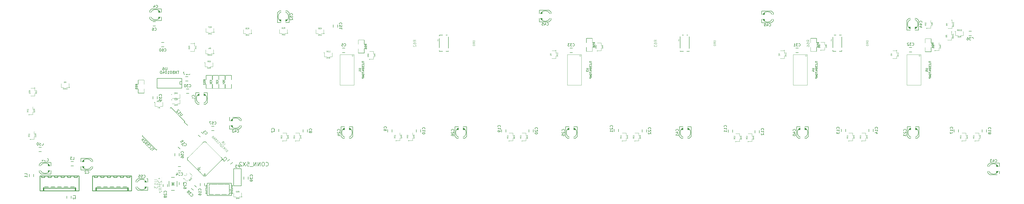
<source format=gbo>
G04 #@! TF.FileFunction,Legend,Bot*
%FSLAX46Y46*%
G04 Gerber Fmt 4.6, Leading zero omitted, Abs format (unit mm)*
G04 Created by KiCad (PCBNEW 4.0.2-4+6225~38~ubuntu15.04.1-stable) date Sa 05 Mär 2016 01:52:21 CET*
%MOMM*%
G01*
G04 APERTURE LIST*
%ADD10C,0.150000*%
%ADD11C,0.203200*%
%ADD12C,0.220000*%
%ADD13C,0.127000*%
%ADD14C,0.066040*%
%ADD15C,0.254000*%
%ADD16C,0.099060*%
%ADD17C,0.101600*%
%ADD18C,0.076200*%
%ADD19C,0.088900*%
%ADD20C,0.109220*%
%ADD21R,0.708000X1.343000*%
%ADD22C,1.876400*%
%ADD23O,1.724000X3.248000*%
%ADD24R,1.300000X2.100000*%
%ADD25R,1.250000X1.250000*%
%ADD26C,1.250000*%
%ADD27R,1.198220X2.999080*%
%ADD28R,1.670660X0.619100*%
%ADD29R,4.558640X4.309720*%
%ADD30R,1.597000X1.089000*%
%ADD31R,1.089000X1.597000*%
%ADD32R,2.232000X1.724000*%
%ADD33R,1.701140X2.399640*%
%ADD34O,1.701140X2.399640*%
%ADD35C,1.724000*%
%ADD36R,3.400000X3.400000*%
%ADD37O,3.214980X1.706220*%
%ADD38O,1.706220X3.214980*%
%ADD39R,1.450000X1.700000*%
%ADD40R,1.700000X1.450000*%
%ADD41R,0.400000X0.400000*%
%ADD42C,6.200000*%
%ADD43R,2.800960X1.800200*%
%ADD44R,1.200000X1.450000*%
%ADD45R,1.450000X1.200000*%
%ADD46R,1.800200X2.800960*%
%ADD47C,1.520800*%
%ADD48C,1.089000*%
%ADD49C,2.200000*%
%ADD50C,0.800000*%
G04 APERTURE END LIST*
D10*
X83475006Y-62490513D02*
X84182113Y-61783406D01*
X85384194Y-62985487D02*
X84677087Y-63692594D01*
X66817405Y-47006373D02*
X66559311Y-47264467D01*
X61337327Y-41526295D02*
X61079233Y-41784389D01*
X50200395Y-52663227D02*
X50458489Y-52405133D01*
X55680473Y-58143305D02*
X55938567Y-57885211D01*
X66817405Y-47006373D02*
X61337327Y-41526295D01*
X55680473Y-58143305D02*
X50200395Y-52663227D01*
X66559311Y-47264467D02*
X67849781Y-48554937D01*
D11*
X65620900Y-30149800D02*
X55968900Y-30149800D01*
X55968900Y-30149800D02*
X55968900Y-33959800D01*
X55968900Y-33959800D02*
X65620900Y-33959800D01*
X65620900Y-33959800D02*
X65620900Y-30149800D01*
X65620900Y-31419800D02*
X64858900Y-31419800D01*
X64858900Y-31419800D02*
X64858900Y-32435800D01*
X64858900Y-32435800D02*
X65620900Y-32435800D01*
D12*
X81390156Y-63201435D02*
X80753760Y-62565039D01*
X81036602Y-63554988D02*
X80400206Y-62918592D01*
X80683049Y-63908542D02*
X80046653Y-63272146D01*
X80329496Y-64262095D02*
X79693100Y-63625699D01*
X79975942Y-64615648D02*
X79339546Y-63979252D01*
X79622389Y-64969202D02*
X78985993Y-64332806D01*
X79268835Y-65322755D02*
X78632439Y-64686359D01*
X78915282Y-65676309D02*
X78278886Y-65039913D01*
X78561729Y-66029862D02*
X77925333Y-65393466D01*
X78208175Y-66383415D02*
X77571779Y-65747019D01*
X77854622Y-66736969D02*
X77218226Y-66100573D01*
X77501068Y-67090522D02*
X76864672Y-66454126D01*
X77147515Y-67444076D02*
X76511119Y-66807680D01*
X76793962Y-67797629D02*
X76157566Y-67161233D01*
X76440408Y-68151182D02*
X75804012Y-67514786D01*
X76086855Y-68504736D02*
X75450459Y-67868340D01*
X76086855Y-54786864D02*
X75450459Y-55423260D01*
X76440408Y-55140418D02*
X75804012Y-55776814D01*
X76793962Y-55493971D02*
X76157566Y-56130367D01*
X77147515Y-55847524D02*
X76511119Y-56483920D01*
X77501068Y-56201078D02*
X76864672Y-56837474D01*
X77854622Y-56554631D02*
X77218226Y-57191027D01*
X78208175Y-56908185D02*
X77571779Y-57544581D01*
X78561729Y-57261738D02*
X77925333Y-57898134D01*
X78915282Y-57615291D02*
X78278886Y-58251687D01*
X79268835Y-57968845D02*
X78632439Y-58605241D01*
X79622389Y-58322398D02*
X78985993Y-58958794D01*
X79975942Y-58675952D02*
X79339546Y-59312348D01*
X80329496Y-59029505D02*
X79693100Y-59665901D01*
X80683049Y-59383058D02*
X80046653Y-60019454D01*
X81036602Y-59736612D02*
X80400206Y-60373008D01*
X81390156Y-60090165D02*
X80753760Y-60726561D01*
X68308680Y-60726561D02*
X67672284Y-60090165D01*
X68662234Y-60373008D02*
X68025838Y-59736612D01*
X69015787Y-60019454D02*
X68379391Y-59383058D01*
X69369340Y-59665901D02*
X68732944Y-59029505D01*
X69722894Y-59312348D02*
X69086498Y-58675952D01*
X70076447Y-58958794D02*
X69440051Y-58322398D01*
X70430001Y-58605241D02*
X69793605Y-57968845D01*
X70783554Y-58251687D02*
X70147158Y-57615291D01*
X71137107Y-57898134D02*
X70500711Y-57261738D01*
X71490661Y-57544581D02*
X70854265Y-56908185D01*
X71844214Y-57191027D02*
X71207818Y-56554631D01*
X72197768Y-56837474D02*
X71561372Y-56201078D01*
X72551321Y-56483920D02*
X71914925Y-55847524D01*
X72904874Y-56130367D02*
X72268478Y-55493971D01*
X73258428Y-55776814D02*
X72622032Y-55140418D01*
X73611981Y-55423260D02*
X72975585Y-54786864D01*
X68308680Y-62565039D02*
X67672284Y-63201435D01*
X68662234Y-62918592D02*
X68025838Y-63554988D01*
X69015787Y-63272146D02*
X68379391Y-63908542D01*
X69369340Y-63625699D02*
X68732944Y-64262095D01*
X69722894Y-63979252D02*
X69086498Y-64615648D01*
X70076447Y-64332806D02*
X69440051Y-64969202D01*
X70430001Y-64686359D02*
X69793605Y-65322755D01*
X70783554Y-65039913D02*
X70147158Y-65676309D01*
X71137107Y-65393466D02*
X70500711Y-66029862D01*
X71490661Y-65747019D02*
X70854265Y-66383415D01*
X71844214Y-66100573D02*
X71207818Y-66736969D01*
X72197768Y-66454126D02*
X71561372Y-67090522D01*
X72551321Y-66807680D02*
X71914925Y-67444076D01*
X72904874Y-67161233D02*
X72268478Y-67797629D01*
X73258428Y-67514786D02*
X72622032Y-68151182D01*
X73611981Y-67868340D02*
X72975585Y-68504736D01*
D13*
X67813706Y-61999353D02*
X74177667Y-68363314D01*
X67813706Y-61999353D02*
X67813706Y-61292247D01*
X67813706Y-61292247D02*
X74177667Y-54928286D01*
X74884773Y-54928286D02*
X81248734Y-61292247D01*
X74177667Y-54928286D02*
X74884773Y-54928286D01*
X74884773Y-68363314D02*
X81248734Y-61999353D01*
X81248734Y-61999353D02*
X81248734Y-61292247D01*
X74177667Y-68363314D02*
X74884773Y-68363314D01*
X74831220Y-67726918D02*
G75*
G03X74831220Y-67726918I-300000J0D01*
G01*
D14*
X31750000Y-70866000D02*
X32258000Y-70866000D01*
X32258000Y-70866000D02*
X32258000Y-71374000D01*
X31750000Y-71374000D02*
X32258000Y-71374000D01*
X31750000Y-70866000D02*
X31750000Y-71374000D01*
X34290000Y-70866000D02*
X34798000Y-70866000D01*
X34798000Y-70866000D02*
X34798000Y-71374000D01*
X34290000Y-71374000D02*
X34798000Y-71374000D01*
X34290000Y-70866000D02*
X34290000Y-71374000D01*
X36830000Y-70866000D02*
X37338000Y-70866000D01*
X37338000Y-70866000D02*
X37338000Y-71374000D01*
X36830000Y-71374000D02*
X37338000Y-71374000D01*
X36830000Y-70866000D02*
X36830000Y-71374000D01*
X39370000Y-70866000D02*
X39878000Y-70866000D01*
X39878000Y-70866000D02*
X39878000Y-71374000D01*
X39370000Y-71374000D02*
X39878000Y-71374000D01*
X39370000Y-70866000D02*
X39370000Y-71374000D01*
X41910000Y-70866000D02*
X42418000Y-70866000D01*
X42418000Y-70866000D02*
X42418000Y-71374000D01*
X41910000Y-71374000D02*
X42418000Y-71374000D01*
X41910000Y-70866000D02*
X41910000Y-71374000D01*
X44450000Y-70866000D02*
X44958000Y-70866000D01*
X44958000Y-70866000D02*
X44958000Y-71374000D01*
X44450000Y-71374000D02*
X44958000Y-71374000D01*
X44450000Y-70866000D02*
X44450000Y-71374000D01*
D13*
X32004000Y-73660000D02*
X32004000Y-74041000D01*
D15*
X30734000Y-71120000D02*
X30734000Y-74041000D01*
X30734000Y-74041000D02*
X32004000Y-74041000D01*
X32004000Y-74041000D02*
X32258000Y-74041000D01*
X32258000Y-74041000D02*
X38354000Y-74041000D01*
X45974000Y-71120000D02*
X45974000Y-74041000D01*
X45974000Y-74041000D02*
X38354000Y-74041000D01*
X30734000Y-71120000D02*
X30734000Y-68199000D01*
X30734000Y-68199000D02*
X38227000Y-68199000D01*
X45974000Y-71120000D02*
X45974000Y-68199000D01*
X45974000Y-68199000D02*
X38227000Y-68199000D01*
X30988000Y-68199000D02*
X31369000Y-68199000D01*
X31369000Y-68199000D02*
X31369000Y-68834000D01*
X31369000Y-68834000D02*
X32639000Y-68834000D01*
X32639000Y-68834000D02*
X32639000Y-68199000D01*
X32639000Y-68199000D02*
X33909000Y-68199000D01*
X33909000Y-68199000D02*
X33909000Y-68834000D01*
X33909000Y-68834000D02*
X35179000Y-68834000D01*
X35179000Y-68834000D02*
X35179000Y-68199000D01*
X35179000Y-68199000D02*
X36449000Y-68199000D01*
X36449000Y-68199000D02*
X36449000Y-68834000D01*
X36449000Y-68834000D02*
X37719000Y-68834000D01*
X37719000Y-68834000D02*
X37719000Y-68199000D01*
X37719000Y-68199000D02*
X38989000Y-68199000D01*
X38989000Y-68199000D02*
X38989000Y-68834000D01*
X38989000Y-68834000D02*
X40259000Y-68834000D01*
X40259000Y-68834000D02*
X40259000Y-68199000D01*
X40259000Y-68199000D02*
X41529000Y-68199000D01*
X41529000Y-68199000D02*
X41529000Y-68834000D01*
X41529000Y-68834000D02*
X42799000Y-68834000D01*
X42799000Y-68834000D02*
X42799000Y-68199000D01*
X42799000Y-68199000D02*
X44069000Y-68199000D01*
X44069000Y-68199000D02*
X44069000Y-68834000D01*
X44069000Y-68834000D02*
X45339000Y-68834000D01*
X45339000Y-68834000D02*
X45339000Y-68199000D01*
X45339000Y-68199000D02*
X45974000Y-68199000D01*
X32004000Y-73025000D02*
X32004000Y-74041000D01*
X32004000Y-73025000D02*
X32258000Y-73025000D01*
X32258000Y-73025000D02*
X44450000Y-73025000D01*
X44450000Y-73025000D02*
X44704000Y-73025000D01*
X44704000Y-73025000D02*
X44704000Y-74041000D01*
X32004000Y-73025000D02*
X32258000Y-72517000D01*
X32258000Y-74041000D02*
X32258000Y-73025000D01*
X32258000Y-72517000D02*
X44450000Y-72517000D01*
X44450000Y-72517000D02*
X44704000Y-73025000D01*
X44450000Y-74041000D02*
X44450000Y-73025000D01*
D14*
X11214100Y-70891400D02*
X11722100Y-70891400D01*
X11722100Y-70891400D02*
X11722100Y-71399400D01*
X11214100Y-71399400D02*
X11722100Y-71399400D01*
X11214100Y-70891400D02*
X11214100Y-71399400D01*
X13754100Y-70891400D02*
X14262100Y-70891400D01*
X14262100Y-70891400D02*
X14262100Y-71399400D01*
X13754100Y-71399400D02*
X14262100Y-71399400D01*
X13754100Y-70891400D02*
X13754100Y-71399400D01*
X16294100Y-70891400D02*
X16802100Y-70891400D01*
X16802100Y-70891400D02*
X16802100Y-71399400D01*
X16294100Y-71399400D02*
X16802100Y-71399400D01*
X16294100Y-70891400D02*
X16294100Y-71399400D01*
X18834100Y-70891400D02*
X19342100Y-70891400D01*
X19342100Y-70891400D02*
X19342100Y-71399400D01*
X18834100Y-71399400D02*
X19342100Y-71399400D01*
X18834100Y-70891400D02*
X18834100Y-71399400D01*
X21374100Y-70891400D02*
X21882100Y-70891400D01*
X21882100Y-70891400D02*
X21882100Y-71399400D01*
X21374100Y-71399400D02*
X21882100Y-71399400D01*
X21374100Y-70891400D02*
X21374100Y-71399400D01*
X23914100Y-70891400D02*
X24422100Y-70891400D01*
X24422100Y-70891400D02*
X24422100Y-71399400D01*
X23914100Y-71399400D02*
X24422100Y-71399400D01*
X23914100Y-70891400D02*
X23914100Y-71399400D01*
D13*
X11468100Y-73685400D02*
X11468100Y-74066400D01*
D15*
X10198100Y-71145400D02*
X10198100Y-74066400D01*
X10198100Y-74066400D02*
X11468100Y-74066400D01*
X11468100Y-74066400D02*
X11722100Y-74066400D01*
X11722100Y-74066400D02*
X17818100Y-74066400D01*
X25438100Y-71145400D02*
X25438100Y-74066400D01*
X25438100Y-74066400D02*
X17818100Y-74066400D01*
X10198100Y-71145400D02*
X10198100Y-68224400D01*
X10198100Y-68224400D02*
X17691100Y-68224400D01*
X25438100Y-71145400D02*
X25438100Y-68224400D01*
X25438100Y-68224400D02*
X17691100Y-68224400D01*
X10452100Y-68224400D02*
X10833100Y-68224400D01*
X10833100Y-68224400D02*
X10833100Y-68859400D01*
X10833100Y-68859400D02*
X12103100Y-68859400D01*
X12103100Y-68859400D02*
X12103100Y-68224400D01*
X12103100Y-68224400D02*
X13373100Y-68224400D01*
X13373100Y-68224400D02*
X13373100Y-68859400D01*
X13373100Y-68859400D02*
X14643100Y-68859400D01*
X14643100Y-68859400D02*
X14643100Y-68224400D01*
X14643100Y-68224400D02*
X15913100Y-68224400D01*
X15913100Y-68224400D02*
X15913100Y-68859400D01*
X15913100Y-68859400D02*
X17183100Y-68859400D01*
X17183100Y-68859400D02*
X17183100Y-68224400D01*
X17183100Y-68224400D02*
X18453100Y-68224400D01*
X18453100Y-68224400D02*
X18453100Y-68859400D01*
X18453100Y-68859400D02*
X19723100Y-68859400D01*
X19723100Y-68859400D02*
X19723100Y-68224400D01*
X19723100Y-68224400D02*
X20993100Y-68224400D01*
X20993100Y-68224400D02*
X20993100Y-68859400D01*
X20993100Y-68859400D02*
X22263100Y-68859400D01*
X22263100Y-68859400D02*
X22263100Y-68224400D01*
X22263100Y-68224400D02*
X23533100Y-68224400D01*
X23533100Y-68224400D02*
X23533100Y-68859400D01*
X23533100Y-68859400D02*
X24803100Y-68859400D01*
X24803100Y-68859400D02*
X24803100Y-68224400D01*
X24803100Y-68224400D02*
X25438100Y-68224400D01*
X11468100Y-73050400D02*
X11468100Y-74066400D01*
X11468100Y-73050400D02*
X11722100Y-73050400D01*
X11722100Y-73050400D02*
X23914100Y-73050400D01*
X23914100Y-73050400D02*
X24168100Y-73050400D01*
X24168100Y-73050400D02*
X24168100Y-74066400D01*
X11468100Y-73050400D02*
X11722100Y-72542400D01*
X11722100Y-74066400D02*
X11722100Y-73050400D01*
X11722100Y-72542400D02*
X23914100Y-72542400D01*
X23914100Y-72542400D02*
X24168100Y-73050400D01*
X23914100Y-74066400D02*
X23914100Y-73050400D01*
D10*
X63766500Y-68874000D02*
X60566500Y-68874000D01*
D13*
X60566500Y-73874000D02*
X63766500Y-73874000D01*
X62801500Y-71755000D02*
X62166500Y-71755000D01*
X62166500Y-71755000D02*
X61531500Y-71755000D01*
X62420500Y-71501000D02*
X61912500Y-71501000D01*
X61912500Y-71501000D02*
X61912500Y-71247000D01*
X61912500Y-71247000D02*
X62420500Y-71247000D01*
X62420500Y-71247000D02*
X62420500Y-71501000D01*
X62801500Y-70993000D02*
X62166500Y-70993000D01*
X62166500Y-70993000D02*
X61531500Y-70993000D01*
X62166500Y-70739000D02*
X62166500Y-70993000D01*
X62166500Y-72009000D02*
X62166500Y-71755000D01*
X63766500Y-73874000D02*
X63766500Y-68874000D01*
X60566500Y-73874000D02*
X60566500Y-68874000D01*
D10*
X88773000Y-66751200D02*
X88773000Y-67640200D01*
X88773000Y-67640200D02*
X88767920Y-67680840D01*
X86677500Y-65465960D02*
X87398860Y-65468500D01*
X85822100Y-65468600D02*
X86622100Y-65468600D01*
X85822100Y-72118600D02*
X85822100Y-65468600D01*
X85822100Y-72118600D02*
X88772100Y-72118600D01*
X88772100Y-72118600D02*
X88772100Y-67568600D01*
X87422100Y-65468600D02*
X88772100Y-65468600D01*
X88772100Y-65468600D02*
X88772100Y-66768600D01*
X166141400Y-19532600D02*
X169646600Y-19532600D01*
X169646600Y-19532600D02*
X169646600Y-13208000D01*
X169646600Y-13208000D02*
X166116000Y-13208000D01*
X166116000Y-19558000D02*
X166116000Y-13208000D01*
X260121400Y-19532600D02*
X263626600Y-19532600D01*
X263626600Y-19532600D02*
X263626600Y-13208000D01*
X263626600Y-13208000D02*
X260096000Y-13208000D01*
X260096000Y-19558000D02*
X260096000Y-13208000D01*
X319684400Y-19532600D02*
X323189600Y-19532600D01*
X323189600Y-19532600D02*
X323189600Y-13208000D01*
X323189600Y-13208000D02*
X319659000Y-13208000D01*
X319659000Y-19558000D02*
X319659000Y-13208000D01*
D16*
X353783900Y-21295360D02*
G75*
G03X353783900Y-21295360I-251460J0D01*
G01*
X348531180Y-20797520D02*
X348531180Y-32796480D01*
X348531180Y-32796480D02*
X354032820Y-32796480D01*
X354032820Y-32796480D02*
X354032820Y-20797520D01*
X354032820Y-20797520D02*
X348531180Y-20797520D01*
X309460900Y-21295360D02*
G75*
G03X309460900Y-21295360I-251460J0D01*
G01*
X304208180Y-20797520D02*
X304208180Y-32796480D01*
X304208180Y-32796480D02*
X309709820Y-32796480D01*
X309709820Y-32796480D02*
X309709820Y-20797520D01*
X309709820Y-20797520D02*
X304208180Y-20797520D01*
X221322900Y-21295360D02*
G75*
G03X221322900Y-21295360I-251460J0D01*
G01*
X216070180Y-20797520D02*
X216070180Y-32796480D01*
X216070180Y-32796480D02*
X221571820Y-32796480D01*
X221571820Y-32796480D02*
X221571820Y-20797520D01*
X221571820Y-20797520D02*
X216070180Y-20797520D01*
X132549900Y-21295360D02*
G75*
G03X132549900Y-21295360I-251460J0D01*
G01*
X127297180Y-20797520D02*
X127297180Y-32796480D01*
X127297180Y-32796480D02*
X132798820Y-32796480D01*
X132798820Y-32796480D02*
X132798820Y-20797520D01*
X132798820Y-20797520D02*
X127297180Y-20797520D01*
X359664000Y-19304000D02*
G75*
G03X359664000Y-19304000I-127000J0D01*
G01*
X359537000Y-18161000D02*
X359537000Y-19177000D01*
X359537000Y-19177000D02*
X361061000Y-19177000D01*
X361061000Y-19177000D02*
X361061000Y-18161000D01*
X361061000Y-17145000D02*
X361061000Y-16129000D01*
X361061000Y-16129000D02*
X359537000Y-16129000D01*
X359537000Y-16129000D02*
X359537000Y-17145000D01*
X227838000Y-19431000D02*
G75*
G03X227838000Y-19431000I-127000J0D01*
G01*
X227711000Y-18288000D02*
X227711000Y-19304000D01*
X227711000Y-19304000D02*
X229235000Y-19304000D01*
X229235000Y-19304000D02*
X229235000Y-18288000D01*
X229235000Y-17272000D02*
X229235000Y-16256000D01*
X229235000Y-16256000D02*
X227711000Y-16256000D01*
X227711000Y-16256000D02*
X227711000Y-17272000D01*
X315087000Y-19177000D02*
G75*
G03X315087000Y-19177000I-127000J0D01*
G01*
X314960000Y-18034000D02*
X314960000Y-19050000D01*
X314960000Y-19050000D02*
X316484000Y-19050000D01*
X316484000Y-19050000D02*
X316484000Y-18034000D01*
X316484000Y-17018000D02*
X316484000Y-16002000D01*
X316484000Y-16002000D02*
X314960000Y-16002000D01*
X314960000Y-16002000D02*
X314960000Y-17018000D01*
X138938000Y-22733000D02*
G75*
G03X138938000Y-22733000I-127000J0D01*
G01*
X138811000Y-21590000D02*
X138811000Y-22606000D01*
X138811000Y-22606000D02*
X140335000Y-22606000D01*
X140335000Y-22606000D02*
X140335000Y-21590000D01*
X140335000Y-20574000D02*
X140335000Y-19558000D01*
X140335000Y-19558000D02*
X138811000Y-19558000D01*
X138811000Y-19558000D02*
X138811000Y-20574000D01*
X89154000Y-76454000D02*
G75*
G03X89154000Y-76454000I-127000J0D01*
G01*
X87884000Y-76454000D02*
X88900000Y-76454000D01*
X88900000Y-76454000D02*
X88900000Y-74930000D01*
X88900000Y-74930000D02*
X87884000Y-74930000D01*
X86868000Y-74930000D02*
X85852000Y-74930000D01*
X85852000Y-74930000D02*
X85852000Y-76454000D01*
X85852000Y-76454000D02*
X86868000Y-76454000D01*
X61760100Y-38506400D02*
G75*
G03X61760100Y-38506400I-127000J0D01*
G01*
X62776100Y-38506400D02*
X61760100Y-38506400D01*
X61760100Y-38506400D02*
X61760100Y-40030400D01*
X61760100Y-40030400D02*
X62776100Y-40030400D01*
X63792100Y-40030400D02*
X64808100Y-40030400D01*
X64808100Y-40030400D02*
X64808100Y-38506400D01*
X64808100Y-38506400D02*
X63792100Y-38506400D01*
X193382900Y-54660800D02*
G75*
G03X193382900Y-54660800I-127000J0D01*
G01*
X193255900Y-53517800D02*
X193255900Y-54533800D01*
X193255900Y-54533800D02*
X194779900Y-54533800D01*
X194779900Y-54533800D02*
X194779900Y-53517800D01*
X194779900Y-52501800D02*
X194779900Y-51485800D01*
X194779900Y-51485800D02*
X193255900Y-51485800D01*
X193255900Y-51485800D02*
X193255900Y-52501800D01*
X198462900Y-54660800D02*
G75*
G03X198462900Y-54660800I-127000J0D01*
G01*
X198335900Y-53517800D02*
X198335900Y-54533800D01*
X198335900Y-54533800D02*
X199859900Y-54533800D01*
X199859900Y-54533800D02*
X199859900Y-53517800D01*
X199859900Y-52501800D02*
X199859900Y-51485800D01*
X199859900Y-51485800D02*
X198335900Y-51485800D01*
X198335900Y-51485800D02*
X198335900Y-52501800D01*
X105117900Y-54660800D02*
G75*
G03X105117900Y-54660800I-127000J0D01*
G01*
X104990900Y-53517800D02*
X104990900Y-54533800D01*
X104990900Y-54533800D02*
X106514900Y-54533800D01*
X106514900Y-54533800D02*
X106514900Y-53517800D01*
X106514900Y-52501800D02*
X106514900Y-51485800D01*
X106514900Y-51485800D02*
X104990900Y-51485800D01*
X104990900Y-51485800D02*
X104990900Y-52501800D01*
X110070900Y-54660800D02*
G75*
G03X110070900Y-54660800I-127000J0D01*
G01*
X109943900Y-53517800D02*
X109943900Y-54533800D01*
X109943900Y-54533800D02*
X111467900Y-54533800D01*
X111467900Y-54533800D02*
X111467900Y-53517800D01*
X111467900Y-52501800D02*
X111467900Y-51485800D01*
X111467900Y-51485800D02*
X109943900Y-51485800D01*
X109943900Y-51485800D02*
X109943900Y-52501800D01*
X149313900Y-54533800D02*
G75*
G03X149313900Y-54533800I-127000J0D01*
G01*
X149186900Y-53390800D02*
X149186900Y-54406800D01*
X149186900Y-54406800D02*
X150710900Y-54406800D01*
X150710900Y-54406800D02*
X150710900Y-53390800D01*
X150710900Y-52374800D02*
X150710900Y-51358800D01*
X150710900Y-51358800D02*
X149186900Y-51358800D01*
X149186900Y-51358800D02*
X149186900Y-52374800D01*
X154266900Y-54533800D02*
G75*
G03X154266900Y-54533800I-127000J0D01*
G01*
X154139900Y-53390800D02*
X154139900Y-54406800D01*
X154139900Y-54406800D02*
X155663900Y-54406800D01*
X155663900Y-54406800D02*
X155663900Y-53390800D01*
X155663900Y-52374800D02*
X155663900Y-51358800D01*
X155663900Y-51358800D02*
X154139900Y-51358800D01*
X154139900Y-51358800D02*
X154139900Y-52374800D01*
X331050900Y-54660800D02*
G75*
G03X331050900Y-54660800I-127000J0D01*
G01*
X330923900Y-53517800D02*
X330923900Y-54533800D01*
X330923900Y-54533800D02*
X332447900Y-54533800D01*
X332447900Y-54533800D02*
X332447900Y-53517800D01*
X332447900Y-52501800D02*
X332447900Y-51485800D01*
X332447900Y-51485800D02*
X330923900Y-51485800D01*
X330923900Y-51485800D02*
X330923900Y-52501800D01*
X325970900Y-54660800D02*
G75*
G03X325970900Y-54660800I-127000J0D01*
G01*
X325843900Y-53517800D02*
X325843900Y-54533800D01*
X325843900Y-54533800D02*
X327367900Y-54533800D01*
X327367900Y-54533800D02*
X327367900Y-53517800D01*
X327367900Y-52501800D02*
X327367900Y-51485800D01*
X327367900Y-51485800D02*
X325843900Y-51485800D01*
X325843900Y-51485800D02*
X325843900Y-52501800D01*
X286727900Y-54914800D02*
G75*
G03X286727900Y-54914800I-127000J0D01*
G01*
X286600900Y-53771800D02*
X286600900Y-54787800D01*
X286600900Y-54787800D02*
X288124900Y-54787800D01*
X288124900Y-54787800D02*
X288124900Y-53771800D01*
X288124900Y-52755800D02*
X288124900Y-51739800D01*
X288124900Y-51739800D02*
X286600900Y-51739800D01*
X286600900Y-51739800D02*
X286600900Y-52755800D01*
X281901900Y-54914800D02*
G75*
G03X281901900Y-54914800I-127000J0D01*
G01*
X281774900Y-53771800D02*
X281774900Y-54787800D01*
X281774900Y-54787800D02*
X283298900Y-54787800D01*
X283298900Y-54787800D02*
X283298900Y-53771800D01*
X283298900Y-52755800D02*
X283298900Y-51739800D01*
X283298900Y-51739800D02*
X281774900Y-51739800D01*
X281774900Y-51739800D02*
X281774900Y-52755800D01*
X375246900Y-54660800D02*
G75*
G03X375246900Y-54660800I-127000J0D01*
G01*
X375119900Y-53517800D02*
X375119900Y-54533800D01*
X375119900Y-54533800D02*
X376643900Y-54533800D01*
X376643900Y-54533800D02*
X376643900Y-53517800D01*
X376643900Y-52501800D02*
X376643900Y-51485800D01*
X376643900Y-51485800D02*
X375119900Y-51485800D01*
X375119900Y-51485800D02*
X375119900Y-52501800D01*
X370166900Y-54660800D02*
G75*
G03X370166900Y-54660800I-127000J0D01*
G01*
X370039900Y-53517800D02*
X370039900Y-54533800D01*
X370039900Y-54533800D02*
X371563900Y-54533800D01*
X371563900Y-54533800D02*
X371563900Y-53517800D01*
X371563900Y-52501800D02*
X371563900Y-51485800D01*
X371563900Y-51485800D02*
X370039900Y-51485800D01*
X370039900Y-51485800D02*
X370039900Y-52501800D01*
X242531900Y-54660800D02*
G75*
G03X242531900Y-54660800I-127000J0D01*
G01*
X242404900Y-53517800D02*
X242404900Y-54533800D01*
X242404900Y-54533800D02*
X243928900Y-54533800D01*
X243928900Y-54533800D02*
X243928900Y-53517800D01*
X243928900Y-52501800D02*
X243928900Y-51485800D01*
X243928900Y-51485800D02*
X242404900Y-51485800D01*
X242404900Y-51485800D02*
X242404900Y-52501800D01*
X237578900Y-54660800D02*
G75*
G03X237578900Y-54660800I-127000J0D01*
G01*
X237451900Y-53517800D02*
X237451900Y-54533800D01*
X237451900Y-54533800D02*
X238975900Y-54533800D01*
X238975900Y-54533800D02*
X238975900Y-53517800D01*
X238975900Y-52501800D02*
X238975900Y-51485800D01*
X238975900Y-51485800D02*
X237451900Y-51485800D01*
X237451900Y-51485800D02*
X237451900Y-52501800D01*
X61760100Y-36423600D02*
G75*
G03X61760100Y-36423600I-127000J0D01*
G01*
X62776100Y-36423600D02*
X61760100Y-36423600D01*
X61760100Y-36423600D02*
X61760100Y-37947600D01*
X61760100Y-37947600D02*
X62776100Y-37947600D01*
X63792100Y-37947600D02*
X64808100Y-37947600D01*
X64808100Y-37947600D02*
X64808100Y-36423600D01*
X64808100Y-36423600D02*
X63792100Y-36423600D01*
X366268000Y-7366000D02*
G75*
G03X366268000Y-7366000I-127000J0D01*
G01*
X366141000Y-8509000D02*
X366141000Y-7493000D01*
X366141000Y-7493000D02*
X364617000Y-7493000D01*
X364617000Y-7493000D02*
X364617000Y-8509000D01*
X364617000Y-9525000D02*
X364617000Y-10541000D01*
X364617000Y-10541000D02*
X366141000Y-10541000D01*
X366141000Y-10541000D02*
X366141000Y-9525000D01*
X366141000Y-11938000D02*
G75*
G03X366141000Y-11938000I-127000J0D01*
G01*
X366014000Y-13081000D02*
X366014000Y-12065000D01*
X366014000Y-12065000D02*
X364490000Y-12065000D01*
X364490000Y-12065000D02*
X364490000Y-13081000D01*
X364490000Y-14097000D02*
X364490000Y-15113000D01*
X364490000Y-15113000D02*
X366014000Y-15113000D01*
X366014000Y-15113000D02*
X366014000Y-14097000D01*
X55079900Y-39547800D02*
G75*
G03X55079900Y-39547800I-127000J0D01*
G01*
X56095900Y-39547800D02*
X55079900Y-39547800D01*
X55079900Y-39547800D02*
X55079900Y-41071800D01*
X55079900Y-41071800D02*
X56095900Y-41071800D01*
X57111900Y-41071800D02*
X58127900Y-41071800D01*
X58127900Y-41071800D02*
X58127900Y-39547800D01*
X58127900Y-39547800D02*
X57111900Y-39547800D01*
X21805900Y-33680400D02*
G75*
G03X21805900Y-33680400I-127000J0D01*
G01*
X20535900Y-33680400D02*
X21551900Y-33680400D01*
X21551900Y-33680400D02*
X21551900Y-32156400D01*
X21551900Y-32156400D02*
X20535900Y-32156400D01*
X19519900Y-32156400D02*
X18503900Y-32156400D01*
X18503900Y-32156400D02*
X18503900Y-33680400D01*
X18503900Y-33680400D02*
X19519900Y-33680400D01*
X78232000Y-20447000D02*
G75*
G03X78232000Y-20447000I-127000J0D01*
G01*
X76962000Y-20447000D02*
X77978000Y-20447000D01*
X77978000Y-20447000D02*
X77978000Y-18923000D01*
X77978000Y-18923000D02*
X76962000Y-18923000D01*
X75946000Y-18923000D02*
X74930000Y-18923000D01*
X74930000Y-18923000D02*
X74930000Y-20447000D01*
X74930000Y-20447000D02*
X75946000Y-20447000D01*
X78320900Y-12115800D02*
G75*
G03X78320900Y-12115800I-127000J0D01*
G01*
X77050900Y-12115800D02*
X78066900Y-12115800D01*
X78066900Y-12115800D02*
X78066900Y-10591800D01*
X78066900Y-10591800D02*
X77050900Y-10591800D01*
X76034900Y-10591800D02*
X75018900Y-10591800D01*
X75018900Y-10591800D02*
X75018900Y-12115800D01*
X75018900Y-12115800D02*
X76034900Y-12115800D01*
X92925900Y-12623800D02*
G75*
G03X92925900Y-12623800I-127000J0D01*
G01*
X91655900Y-12623800D02*
X92671900Y-12623800D01*
X92671900Y-12623800D02*
X92671900Y-11099800D01*
X92671900Y-11099800D02*
X91655900Y-11099800D01*
X90639900Y-11099800D02*
X89623900Y-11099800D01*
X89623900Y-11099800D02*
X89623900Y-12623800D01*
X89623900Y-12623800D02*
X90639900Y-12623800D01*
X107022900Y-12496800D02*
G75*
G03X107022900Y-12496800I-127000J0D01*
G01*
X105752900Y-12496800D02*
X106768900Y-12496800D01*
X106768900Y-12496800D02*
X106768900Y-10972800D01*
X106768900Y-10972800D02*
X105752900Y-10972800D01*
X104736900Y-10972800D02*
X103720900Y-10972800D01*
X103720900Y-10972800D02*
X103720900Y-12496800D01*
X103720900Y-12496800D02*
X104736900Y-12496800D01*
X121246900Y-12623800D02*
G75*
G03X121246900Y-12623800I-127000J0D01*
G01*
X119976900Y-12623800D02*
X120992900Y-12623800D01*
X120992900Y-12623800D02*
X120992900Y-11099800D01*
X120992900Y-11099800D02*
X119976900Y-11099800D01*
X118960900Y-11099800D02*
X117944900Y-11099800D01*
X117944900Y-11099800D02*
X117944900Y-12623800D01*
X117944900Y-12623800D02*
X118960900Y-12623800D01*
X8343900Y-33832800D02*
G75*
G03X8343900Y-33832800I-127000J0D01*
G01*
X8216900Y-34975800D02*
X8216900Y-33959800D01*
X8216900Y-33959800D02*
X6692900Y-33959800D01*
X6692900Y-33959800D02*
X6692900Y-34975800D01*
X6692900Y-35991800D02*
X6692900Y-37007800D01*
X6692900Y-37007800D02*
X8216900Y-37007800D01*
X8216900Y-37007800D02*
X8216900Y-35991800D01*
X6057900Y-44373800D02*
G75*
G03X6057900Y-44373800I-127000J0D01*
G01*
X5930900Y-43230800D02*
X5930900Y-44246800D01*
X5930900Y-44246800D02*
X7454900Y-44246800D01*
X7454900Y-44246800D02*
X7454900Y-43230800D01*
X7454900Y-42214800D02*
X7454900Y-41198800D01*
X7454900Y-41198800D02*
X5930900Y-41198800D01*
X5930900Y-41198800D02*
X5930900Y-42214800D01*
X6565900Y-54025800D02*
G75*
G03X6565900Y-54025800I-127000J0D01*
G01*
X6438900Y-52882800D02*
X6438900Y-53898800D01*
X6438900Y-53898800D02*
X7962900Y-53898800D01*
X7962900Y-53898800D02*
X7962900Y-52882800D01*
X7962900Y-51866800D02*
X7962900Y-50850800D01*
X7962900Y-50850800D02*
X6438900Y-50850800D01*
X6438900Y-50850800D02*
X6438900Y-51866800D01*
X74676000Y-24003000D02*
G75*
G03X74676000Y-24003000I-127000J0D01*
G01*
X75692000Y-24003000D02*
X74676000Y-24003000D01*
X74676000Y-24003000D02*
X74676000Y-25527000D01*
X74676000Y-25527000D02*
X75692000Y-25527000D01*
X76708000Y-25527000D02*
X77724000Y-25527000D01*
X77724000Y-25527000D02*
X77724000Y-24003000D01*
X77724000Y-24003000D02*
X76708000Y-24003000D01*
X70612000Y-16383000D02*
G75*
G03X70612000Y-16383000I-127000J0D01*
G01*
X70485000Y-17526000D02*
X70485000Y-16510000D01*
X70485000Y-16510000D02*
X68961000Y-16510000D01*
X68961000Y-16510000D02*
X68961000Y-17526000D01*
X68961000Y-18542000D02*
X68961000Y-19558000D01*
X68961000Y-19558000D02*
X70485000Y-19558000D01*
X70485000Y-19558000D02*
X70485000Y-18542000D01*
X367538000Y-11811000D02*
G75*
G03X367538000Y-11811000I-127000J0D01*
G01*
X368554000Y-11811000D02*
X367538000Y-11811000D01*
X367538000Y-11811000D02*
X367538000Y-13335000D01*
X367538000Y-13335000D02*
X368554000Y-13335000D01*
X369570000Y-13335000D02*
X370586000Y-13335000D01*
X370586000Y-13335000D02*
X370586000Y-11811000D01*
X370586000Y-11811000D02*
X369570000Y-11811000D01*
X344678000Y-19177000D02*
G75*
G03X344678000Y-19177000I-127000J0D01*
G01*
X344551000Y-20320000D02*
X344551000Y-19304000D01*
X344551000Y-19304000D02*
X343027000Y-19304000D01*
X343027000Y-19304000D02*
X343027000Y-20320000D01*
X343027000Y-21336000D02*
X343027000Y-22352000D01*
X343027000Y-22352000D02*
X344551000Y-22352000D01*
X344551000Y-22352000D02*
X344551000Y-21336000D01*
X300863000Y-19177000D02*
G75*
G03X300863000Y-19177000I-127000J0D01*
G01*
X300736000Y-20320000D02*
X300736000Y-19304000D01*
X300736000Y-19304000D02*
X299212000Y-19304000D01*
X299212000Y-19304000D02*
X299212000Y-20320000D01*
X299212000Y-21336000D02*
X299212000Y-22352000D01*
X299212000Y-22352000D02*
X300736000Y-22352000D01*
X300736000Y-22352000D02*
X300736000Y-21336000D01*
X211709000Y-19177000D02*
G75*
G03X211709000Y-19177000I-127000J0D01*
G01*
X211582000Y-20320000D02*
X211582000Y-19304000D01*
X211582000Y-19304000D02*
X210058000Y-19304000D01*
X210058000Y-19304000D02*
X210058000Y-20320000D01*
X210058000Y-21336000D02*
X210058000Y-22352000D01*
X210058000Y-22352000D02*
X211582000Y-22352000D01*
X211582000Y-22352000D02*
X211582000Y-21336000D01*
X121246900Y-20116800D02*
G75*
G03X121246900Y-20116800I-127000J0D01*
G01*
X122262900Y-20116800D02*
X121246900Y-20116800D01*
X121246900Y-20116800D02*
X121246900Y-21640800D01*
X121246900Y-21640800D02*
X122262900Y-21640800D01*
X123278900Y-21640800D02*
X124294900Y-21640800D01*
X124294900Y-21640800D02*
X124294900Y-20116800D01*
X124294900Y-20116800D02*
X123278900Y-20116800D01*
D13*
X358013000Y-19685000D02*
X355727000Y-19685000D01*
X355727000Y-19685000D02*
X355727000Y-18034000D01*
X358013000Y-16256000D02*
X358013000Y-14605000D01*
X358013000Y-14605000D02*
X355727000Y-14605000D01*
X355727000Y-14605000D02*
X355727000Y-16256000D01*
X358013000Y-18034000D02*
X358013000Y-19685000D01*
X225806000Y-19558000D02*
X223520000Y-19558000D01*
X223520000Y-19558000D02*
X223520000Y-17907000D01*
X225806000Y-16129000D02*
X225806000Y-14478000D01*
X225806000Y-14478000D02*
X223520000Y-14478000D01*
X223520000Y-14478000D02*
X223520000Y-16129000D01*
X225806000Y-17907000D02*
X225806000Y-19558000D01*
X313309000Y-19558000D02*
X311023000Y-19558000D01*
X311023000Y-19558000D02*
X311023000Y-17907000D01*
X313309000Y-16129000D02*
X313309000Y-14478000D01*
X313309000Y-14478000D02*
X311023000Y-14478000D01*
X311023000Y-14478000D02*
X311023000Y-16129000D01*
X313309000Y-17907000D02*
X313309000Y-19558000D01*
X136779000Y-20193000D02*
X134493000Y-20193000D01*
X134493000Y-20193000D02*
X134493000Y-18542000D01*
X136779000Y-16764000D02*
X136779000Y-15113000D01*
X136779000Y-15113000D02*
X134493000Y-15113000D01*
X134493000Y-15113000D02*
X134493000Y-16764000D01*
X136779000Y-18542000D02*
X136779000Y-20193000D01*
X82677000Y-28994100D02*
X84963000Y-28994100D01*
X84963000Y-28994100D02*
X84963000Y-30645100D01*
X82677000Y-32423100D02*
X82677000Y-34074100D01*
X82677000Y-34074100D02*
X84963000Y-34074100D01*
X84963000Y-34074100D02*
X84963000Y-32423100D01*
X82677000Y-30645100D02*
X82677000Y-28994100D01*
X48602900Y-30784800D02*
X50888900Y-30784800D01*
X50888900Y-30784800D02*
X50888900Y-32435800D01*
X48602900Y-34213800D02*
X48602900Y-35864800D01*
X48602900Y-35864800D02*
X50888900Y-35864800D01*
X50888900Y-35864800D02*
X50888900Y-34213800D01*
X48602900Y-32435800D02*
X48602900Y-30784800D01*
X77622400Y-28994100D02*
X79908400Y-28994100D01*
X79908400Y-28994100D02*
X79908400Y-30645100D01*
X77622400Y-32423100D02*
X77622400Y-34074100D01*
X77622400Y-34074100D02*
X79908400Y-34074100D01*
X79908400Y-34074100D02*
X79908400Y-32423100D01*
X77622400Y-30645100D02*
X77622400Y-28994100D01*
X80137000Y-28981400D02*
X82423000Y-28981400D01*
X82423000Y-28981400D02*
X82423000Y-30632400D01*
X80137000Y-32410400D02*
X80137000Y-34061400D01*
X80137000Y-34061400D02*
X82423000Y-34061400D01*
X82423000Y-34061400D02*
X82423000Y-32410400D01*
X80137000Y-30632400D02*
X80137000Y-28981400D01*
X75120500Y-28994100D02*
X77406500Y-28994100D01*
X77406500Y-28994100D02*
X77406500Y-30645100D01*
X75120500Y-32423100D02*
X75120500Y-34074100D01*
X75120500Y-34074100D02*
X77406500Y-34074100D01*
X77406500Y-34074100D02*
X77406500Y-32423100D01*
X75120500Y-30645100D02*
X75120500Y-28994100D01*
D16*
X356450900Y-10591800D02*
G75*
G03X356450900Y-10591800I-127000J0D01*
G01*
X356323900Y-9448800D02*
X356323900Y-10464800D01*
X356323900Y-10464800D02*
X357847900Y-10464800D01*
X357847900Y-10464800D02*
X357847900Y-9448800D01*
X357847900Y-8432800D02*
X357847900Y-7416800D01*
X357847900Y-7416800D02*
X356323900Y-7416800D01*
X356323900Y-7416800D02*
X356323900Y-8432800D01*
X66492751Y-69335618D02*
G75*
G03X66492751Y-69335618I-127000J0D01*
G01*
X67173974Y-68527395D02*
X66455554Y-69245815D01*
X66455554Y-69245815D02*
X67533185Y-70323446D01*
X67533185Y-70323446D02*
X68251605Y-69605026D01*
X68970026Y-68886605D02*
X69688446Y-68168185D01*
X69688446Y-68168185D02*
X68610815Y-67090554D01*
X68610815Y-67090554D02*
X67892395Y-67808974D01*
D10*
X62904000Y-60444000D02*
X62904000Y-59444000D01*
X64604000Y-59444000D02*
X64604000Y-60444000D01*
X77198600Y-48883200D02*
X78198600Y-48883200D01*
X78198600Y-50583200D02*
X77198600Y-50583200D01*
X6033400Y-68572000D02*
X6033400Y-67572000D01*
X7733400Y-67572000D02*
X7733400Y-68572000D01*
X22440000Y-76081000D02*
X22440000Y-77081000D01*
X20740000Y-77081000D02*
X20740000Y-76081000D01*
X22334600Y-62675400D02*
X23334600Y-62675400D01*
X23334600Y-64375400D02*
X22334600Y-64375400D01*
X72752113Y-53024594D02*
X72045006Y-52317487D01*
X73247087Y-51115406D02*
X73954194Y-51822513D01*
X30187900Y-63639700D02*
X29425900Y-63639700D01*
X29806900Y-64020700D02*
X29806900Y-63258700D01*
X30060900Y-61353700D02*
X26250900Y-61353700D01*
X30822900Y-65163700D02*
X30822900Y-62115700D01*
X30060900Y-61353700D02*
X30822900Y-62115700D01*
X30060900Y-65925700D02*
X26250900Y-65925700D01*
X30060900Y-65925700D02*
X30822900Y-65163700D01*
X26504900Y-63512700D02*
X26504900Y-63766700D01*
X26631900Y-64274700D02*
X26631900Y-63004700D01*
X26758900Y-62750700D02*
X26758900Y-64528700D01*
X26885900Y-62496700D02*
X26885900Y-64782700D01*
X27012900Y-64909700D02*
X27012900Y-62369700D01*
X27139900Y-62242700D02*
X27139900Y-65036700D01*
X27266900Y-65163700D02*
X27266900Y-62115700D01*
X27393900Y-65290700D02*
X27393900Y-61988700D01*
X26250900Y-65925700D02*
X26250900Y-61353700D01*
X30568900Y-63639700D02*
G75*
G03X30568900Y-63639700I-2032000J0D01*
G01*
X53721000Y-5207000D02*
X54483000Y-5207000D01*
X54102000Y-4826000D02*
X54102000Y-5588000D01*
X53848000Y-7493000D02*
X57658000Y-7493000D01*
X53086000Y-3683000D02*
X53086000Y-6731000D01*
X53848000Y-7493000D02*
X53086000Y-6731000D01*
X53848000Y-2921000D02*
X57658000Y-2921000D01*
X53848000Y-2921000D02*
X53086000Y-3683000D01*
X57404000Y-5334000D02*
X57404000Y-5080000D01*
X57277000Y-4572000D02*
X57277000Y-5842000D01*
X57150000Y-6096000D02*
X57150000Y-4318000D01*
X57023000Y-6350000D02*
X57023000Y-4064000D01*
X56896000Y-3937000D02*
X56896000Y-6477000D01*
X56769000Y-6604000D02*
X56769000Y-3810000D01*
X56642000Y-3683000D02*
X56642000Y-6731000D01*
X56515000Y-3556000D02*
X56515000Y-6858000D01*
X57658000Y-2921000D02*
X57658000Y-7493000D01*
X57404000Y-5207000D02*
G75*
G03X57404000Y-5207000I-2032000J0D01*
G01*
X128278000Y-18327000D02*
X129278000Y-18327000D01*
X129278000Y-20027000D02*
X128278000Y-20027000D01*
X55325900Y-9689200D02*
X54325900Y-9689200D01*
X54325900Y-7989200D02*
X55325900Y-7989200D01*
X103427900Y-49969800D02*
X103427900Y-50969800D01*
X101727900Y-50969800D02*
X101727900Y-49969800D01*
X114603900Y-50096800D02*
X114603900Y-51096800D01*
X112903900Y-51096800D02*
X112903900Y-50096800D01*
X147623900Y-50096800D02*
X147623900Y-51096800D01*
X145923900Y-51096800D02*
X145923900Y-50096800D01*
X158799900Y-50096800D02*
X158799900Y-51096800D01*
X157099900Y-51096800D02*
X157099900Y-50096800D01*
X280592900Y-50223800D02*
X280592900Y-51223800D01*
X278892900Y-51223800D02*
X278892900Y-50223800D01*
X291006900Y-50477800D02*
X291006900Y-51477800D01*
X289306900Y-51477800D02*
X289306900Y-50477800D01*
X322961900Y-50969800D02*
X322961900Y-49969800D01*
X324661900Y-49969800D02*
X324661900Y-50969800D01*
X335456900Y-49969800D02*
X335456900Y-50969800D01*
X333756900Y-50969800D02*
X333756900Y-49969800D01*
X64903513Y-57723594D02*
X64196406Y-57016487D01*
X65398487Y-55814406D02*
X66105594Y-56521513D01*
X74510000Y-71128000D02*
X74510000Y-72128000D01*
X72810000Y-72128000D02*
X72810000Y-71128000D01*
X368730900Y-50096800D02*
X368730900Y-51096800D01*
X367030900Y-51096800D02*
X367030900Y-50096800D01*
X379652900Y-50096800D02*
X379652900Y-51096800D01*
X377952900Y-51096800D02*
X377952900Y-50096800D01*
X192073900Y-50096800D02*
X192073900Y-51096800D01*
X190373900Y-51096800D02*
X190373900Y-50096800D01*
X202741900Y-50096800D02*
X202741900Y-51096800D01*
X201041900Y-51096800D02*
X201041900Y-50096800D01*
X236015900Y-49969800D02*
X236015900Y-50969800D01*
X234315900Y-50969800D02*
X234315900Y-49969800D01*
X246937900Y-50096800D02*
X246937900Y-51096800D01*
X245237900Y-51096800D02*
X245237900Y-50096800D01*
X351028000Y-52959000D02*
X351028000Y-52197000D01*
X350647000Y-52578000D02*
X351409000Y-52578000D01*
X353314000Y-52832000D02*
X353314000Y-49022000D01*
X349504000Y-53594000D02*
X352552000Y-53594000D01*
X353314000Y-52832000D02*
X352552000Y-53594000D01*
X348742000Y-52832000D02*
X348742000Y-49022000D01*
X348742000Y-52832000D02*
X349504000Y-53594000D01*
X351155000Y-49276000D02*
X350901000Y-49276000D01*
X350393000Y-49403000D02*
X351663000Y-49403000D01*
X351917000Y-49530000D02*
X350139000Y-49530000D01*
X352171000Y-49657000D02*
X349885000Y-49657000D01*
X349758000Y-49784000D02*
X352298000Y-49784000D01*
X352425000Y-49911000D02*
X349631000Y-49911000D01*
X349504000Y-50038000D02*
X352552000Y-50038000D01*
X349377000Y-50165000D02*
X352679000Y-50165000D01*
X348742000Y-49022000D02*
X353314000Y-49022000D01*
X353060000Y-51308000D02*
G75*
G03X353060000Y-51308000I-2032000J0D01*
G01*
X130048000Y-52959000D02*
X130048000Y-52197000D01*
X129667000Y-52578000D02*
X130429000Y-52578000D01*
X132334000Y-52832000D02*
X132334000Y-49022000D01*
X128524000Y-53594000D02*
X131572000Y-53594000D01*
X132334000Y-52832000D02*
X131572000Y-53594000D01*
X127762000Y-52832000D02*
X127762000Y-49022000D01*
X127762000Y-52832000D02*
X128524000Y-53594000D01*
X130175000Y-49276000D02*
X129921000Y-49276000D01*
X129413000Y-49403000D02*
X130683000Y-49403000D01*
X130937000Y-49530000D02*
X129159000Y-49530000D01*
X131191000Y-49657000D02*
X128905000Y-49657000D01*
X128778000Y-49784000D02*
X131318000Y-49784000D01*
X131445000Y-49911000D02*
X128651000Y-49911000D01*
X128524000Y-50038000D02*
X131572000Y-50038000D01*
X128397000Y-50165000D02*
X131699000Y-50165000D01*
X127762000Y-49022000D02*
X132334000Y-49022000D01*
X132080000Y-51308000D02*
G75*
G03X132080000Y-51308000I-2032000J0D01*
G01*
X217678000Y-52959000D02*
X217678000Y-52197000D01*
X217297000Y-52578000D02*
X218059000Y-52578000D01*
X219964000Y-52832000D02*
X219964000Y-49022000D01*
X216154000Y-53594000D02*
X219202000Y-53594000D01*
X219964000Y-52832000D02*
X219202000Y-53594000D01*
X215392000Y-52832000D02*
X215392000Y-49022000D01*
X215392000Y-52832000D02*
X216154000Y-53594000D01*
X217805000Y-49276000D02*
X217551000Y-49276000D01*
X217043000Y-49403000D02*
X218313000Y-49403000D01*
X218567000Y-49530000D02*
X216789000Y-49530000D01*
X218821000Y-49657000D02*
X216535000Y-49657000D01*
X216408000Y-49784000D02*
X218948000Y-49784000D01*
X219075000Y-49911000D02*
X216281000Y-49911000D01*
X216154000Y-50038000D02*
X219202000Y-50038000D01*
X216027000Y-50165000D02*
X219329000Y-50165000D01*
X215392000Y-49022000D02*
X219964000Y-49022000D01*
X219710000Y-51308000D02*
G75*
G03X219710000Y-51308000I-2032000J0D01*
G01*
X174498000Y-52959000D02*
X174498000Y-52197000D01*
X174117000Y-52578000D02*
X174879000Y-52578000D01*
X176784000Y-52832000D02*
X176784000Y-49022000D01*
X172974000Y-53594000D02*
X176022000Y-53594000D01*
X176784000Y-52832000D02*
X176022000Y-53594000D01*
X172212000Y-52832000D02*
X172212000Y-49022000D01*
X172212000Y-52832000D02*
X172974000Y-53594000D01*
X174625000Y-49276000D02*
X174371000Y-49276000D01*
X173863000Y-49403000D02*
X175133000Y-49403000D01*
X175387000Y-49530000D02*
X173609000Y-49530000D01*
X175641000Y-49657000D02*
X173355000Y-49657000D01*
X173228000Y-49784000D02*
X175768000Y-49784000D01*
X175895000Y-49911000D02*
X173101000Y-49911000D01*
X172974000Y-50038000D02*
X176022000Y-50038000D01*
X172847000Y-50165000D02*
X176149000Y-50165000D01*
X172212000Y-49022000D02*
X176784000Y-49022000D01*
X176530000Y-51308000D02*
G75*
G03X176530000Y-51308000I-2032000J0D01*
G01*
X67025900Y-29477600D02*
X68025900Y-29477600D01*
X68025900Y-31177600D02*
X67025900Y-31177600D01*
X60032000Y-71509000D02*
X60032000Y-72509000D01*
X58332000Y-72509000D02*
X58332000Y-71509000D01*
X66255000Y-70747000D02*
X66255000Y-71747000D01*
X64555000Y-71747000D02*
X64555000Y-70747000D01*
X67356100Y-34290900D02*
X68356100Y-34290900D01*
X68356100Y-35990900D02*
X67356100Y-35990900D01*
X305189000Y-18327000D02*
X306189000Y-18327000D01*
X306189000Y-20027000D02*
X305189000Y-20027000D01*
X349512000Y-18073000D02*
X350512000Y-18073000D01*
X350512000Y-19773000D02*
X349512000Y-19773000D01*
X217051000Y-18327000D02*
X218051000Y-18327000D01*
X218051000Y-20027000D02*
X217051000Y-20027000D01*
X65168400Y-66331200D02*
X64168400Y-66331200D01*
X64168400Y-64631200D02*
X65168400Y-64631200D01*
X56056900Y-37142800D02*
X56056900Y-38142800D01*
X54356900Y-38142800D02*
X54356900Y-37142800D01*
X373753000Y-13423000D02*
X372753000Y-13423000D01*
X372753000Y-11723000D02*
X373753000Y-11723000D01*
X70059713Y-73852594D02*
X69352606Y-73145487D01*
X70554687Y-71943406D02*
X71261794Y-72650513D01*
X91528000Y-68588000D02*
X91528000Y-69588000D01*
X89828000Y-69588000D02*
X89828000Y-68588000D01*
X307848000Y-52959000D02*
X307848000Y-52197000D01*
X307467000Y-52578000D02*
X308229000Y-52578000D01*
X310134000Y-52832000D02*
X310134000Y-49022000D01*
X306324000Y-53594000D02*
X309372000Y-53594000D01*
X310134000Y-52832000D02*
X309372000Y-53594000D01*
X305562000Y-52832000D02*
X305562000Y-49022000D01*
X305562000Y-52832000D02*
X306324000Y-53594000D01*
X307975000Y-49276000D02*
X307721000Y-49276000D01*
X307213000Y-49403000D02*
X308483000Y-49403000D01*
X308737000Y-49530000D02*
X306959000Y-49530000D01*
X308991000Y-49657000D02*
X306705000Y-49657000D01*
X306578000Y-49784000D02*
X309118000Y-49784000D01*
X309245000Y-49911000D02*
X306451000Y-49911000D01*
X306324000Y-50038000D02*
X309372000Y-50038000D01*
X306197000Y-50165000D02*
X309499000Y-50165000D01*
X305562000Y-49022000D02*
X310134000Y-49022000D01*
X309880000Y-51308000D02*
G75*
G03X309880000Y-51308000I-2032000J0D01*
G01*
X262128000Y-52959000D02*
X262128000Y-52197000D01*
X261747000Y-52578000D02*
X262509000Y-52578000D01*
X264414000Y-52832000D02*
X264414000Y-49022000D01*
X260604000Y-53594000D02*
X263652000Y-53594000D01*
X264414000Y-52832000D02*
X263652000Y-53594000D01*
X259842000Y-52832000D02*
X259842000Y-49022000D01*
X259842000Y-52832000D02*
X260604000Y-53594000D01*
X262255000Y-49276000D02*
X262001000Y-49276000D01*
X261493000Y-49403000D02*
X262763000Y-49403000D01*
X263017000Y-49530000D02*
X261239000Y-49530000D01*
X263271000Y-49657000D02*
X260985000Y-49657000D01*
X260858000Y-49784000D02*
X263398000Y-49784000D01*
X263525000Y-49911000D02*
X260731000Y-49911000D01*
X260604000Y-50038000D02*
X263652000Y-50038000D01*
X260477000Y-50165000D02*
X263779000Y-50165000D01*
X259842000Y-49022000D02*
X264414000Y-49022000D01*
X264160000Y-51308000D02*
G75*
G03X264160000Y-51308000I-2032000J0D01*
G01*
X88201500Y-47625000D02*
X87439500Y-47625000D01*
X87820500Y-48006000D02*
X87820500Y-47244000D01*
X88074500Y-45339000D02*
X84264500Y-45339000D01*
X88836500Y-49149000D02*
X88836500Y-46101000D01*
X88074500Y-45339000D02*
X88836500Y-46101000D01*
X88074500Y-49911000D02*
X84264500Y-49911000D01*
X88074500Y-49911000D02*
X88836500Y-49149000D01*
X84518500Y-47498000D02*
X84518500Y-47752000D01*
X84645500Y-48260000D02*
X84645500Y-46990000D01*
X84772500Y-46736000D02*
X84772500Y-48514000D01*
X84899500Y-46482000D02*
X84899500Y-48768000D01*
X85026500Y-48895000D02*
X85026500Y-46355000D01*
X85153500Y-46228000D02*
X85153500Y-49022000D01*
X85280500Y-49149000D02*
X85280500Y-46101000D01*
X85407500Y-49276000D02*
X85407500Y-45974000D01*
X84264500Y-49911000D02*
X84264500Y-45339000D01*
X88582500Y-47625000D02*
G75*
G03X88582500Y-47625000I-2032000J0D01*
G01*
X380746000Y-65532000D02*
X381508000Y-65532000D01*
X381127000Y-65151000D02*
X381127000Y-65913000D01*
X380873000Y-67818000D02*
X384683000Y-67818000D01*
X380111000Y-64008000D02*
X380111000Y-67056000D01*
X380873000Y-67818000D02*
X380111000Y-67056000D01*
X380873000Y-63246000D02*
X384683000Y-63246000D01*
X380873000Y-63246000D02*
X380111000Y-64008000D01*
X384429000Y-65659000D02*
X384429000Y-65405000D01*
X384302000Y-64897000D02*
X384302000Y-66167000D01*
X384175000Y-66421000D02*
X384175000Y-64643000D01*
X384048000Y-66675000D02*
X384048000Y-64389000D01*
X383921000Y-64262000D02*
X383921000Y-66802000D01*
X383794000Y-66929000D02*
X383794000Y-64135000D01*
X383667000Y-64008000D02*
X383667000Y-67056000D01*
X383540000Y-63881000D02*
X383540000Y-67183000D01*
X384683000Y-63246000D02*
X384683000Y-67818000D01*
X384429000Y-65532000D02*
G75*
G03X384429000Y-65532000I-2032000J0D01*
G01*
X350850200Y-7315200D02*
X350850200Y-8077200D01*
X351231200Y-7696200D02*
X350469200Y-7696200D01*
X348564200Y-7442200D02*
X348564200Y-11252200D01*
X352374200Y-6680200D02*
X349326200Y-6680200D01*
X348564200Y-7442200D02*
X349326200Y-6680200D01*
X353136200Y-7442200D02*
X353136200Y-11252200D01*
X353136200Y-7442200D02*
X352374200Y-6680200D01*
X350723200Y-10998200D02*
X350977200Y-10998200D01*
X351485200Y-10871200D02*
X350215200Y-10871200D01*
X349961200Y-10744200D02*
X351739200Y-10744200D01*
X349707200Y-10617200D02*
X351993200Y-10617200D01*
X352120200Y-10490200D02*
X349580200Y-10490200D01*
X349453200Y-10363200D02*
X352247200Y-10363200D01*
X352374200Y-10236200D02*
X349326200Y-10236200D01*
X352501200Y-10109200D02*
X349199200Y-10109200D01*
X353136200Y-11252200D02*
X348564200Y-11252200D01*
X352882200Y-8966200D02*
G75*
G03X352882200Y-8966200I-2032000J0D01*
G01*
X209054700Y-5753100D02*
X208292700Y-5753100D01*
X208673700Y-6134100D02*
X208673700Y-5372100D01*
X208927700Y-3467100D02*
X205117700Y-3467100D01*
X209689700Y-7277100D02*
X209689700Y-4229100D01*
X208927700Y-3467100D02*
X209689700Y-4229100D01*
X208927700Y-8039100D02*
X205117700Y-8039100D01*
X208927700Y-8039100D02*
X209689700Y-7277100D01*
X205371700Y-5626100D02*
X205371700Y-5880100D01*
X205498700Y-6388100D02*
X205498700Y-5118100D01*
X205625700Y-4864100D02*
X205625700Y-6642100D01*
X205752700Y-4610100D02*
X205752700Y-6896100D01*
X205879700Y-7023100D02*
X205879700Y-4483100D01*
X206006700Y-4356100D02*
X206006700Y-7150100D01*
X206133700Y-7277100D02*
X206133700Y-4229100D01*
X206260700Y-7404100D02*
X206260700Y-4102100D01*
X205117700Y-8039100D02*
X205117700Y-3467100D01*
X209435700Y-5753100D02*
G75*
G03X209435700Y-5753100I-2032000J0D01*
G01*
X295821100Y-6083300D02*
X295059100Y-6083300D01*
X295440100Y-6464300D02*
X295440100Y-5702300D01*
X295694100Y-3797300D02*
X291884100Y-3797300D01*
X296456100Y-7607300D02*
X296456100Y-4559300D01*
X295694100Y-3797300D02*
X296456100Y-4559300D01*
X295694100Y-8369300D02*
X291884100Y-8369300D01*
X295694100Y-8369300D02*
X296456100Y-7607300D01*
X292138100Y-5956300D02*
X292138100Y-6210300D01*
X292265100Y-6718300D02*
X292265100Y-5448300D01*
X292392100Y-5194300D02*
X292392100Y-6972300D01*
X292519100Y-4940300D02*
X292519100Y-7226300D01*
X292646100Y-7353300D02*
X292646100Y-4813300D01*
X292773100Y-4686300D02*
X292773100Y-7480300D01*
X292900100Y-7607300D02*
X292900100Y-4559300D01*
X293027100Y-7734300D02*
X293027100Y-4432300D01*
X291884100Y-8369300D02*
X291884100Y-3797300D01*
X296202100Y-6083300D02*
G75*
G03X296202100Y-6083300I-2032000J0D01*
G01*
X9837800Y-57062000D02*
X10837800Y-57062000D01*
X10837800Y-58762000D02*
X9837800Y-58762000D01*
X126376800Y-9139300D02*
X126376800Y-10139300D01*
X124676800Y-10139300D02*
X124676800Y-9139300D01*
X105206800Y-4381500D02*
X105206800Y-5143500D01*
X105587800Y-4762500D02*
X104825800Y-4762500D01*
X102920800Y-4508500D02*
X102920800Y-8318500D01*
X106730800Y-3746500D02*
X103682800Y-3746500D01*
X102920800Y-4508500D02*
X103682800Y-3746500D01*
X107492800Y-4508500D02*
X107492800Y-8318500D01*
X107492800Y-4508500D02*
X106730800Y-3746500D01*
X105079800Y-8064500D02*
X105333800Y-8064500D01*
X105841800Y-7937500D02*
X104571800Y-7937500D01*
X104317800Y-7810500D02*
X106095800Y-7810500D01*
X104063800Y-7683500D02*
X106349800Y-7683500D01*
X106476800Y-7556500D02*
X103936800Y-7556500D01*
X103809800Y-7429500D02*
X106603800Y-7429500D01*
X106730800Y-7302500D02*
X103682800Y-7302500D01*
X106857800Y-7175500D02*
X103555800Y-7175500D01*
X107492800Y-8318500D02*
X102920800Y-8318500D01*
X107238800Y-6032500D02*
G75*
G03X107238800Y-6032500I-2032000J0D01*
G01*
X73317100Y-39636700D02*
X73317100Y-38874700D01*
X72936100Y-39255700D02*
X73698100Y-39255700D01*
X75603100Y-39509700D02*
X75603100Y-35699700D01*
X71793100Y-40271700D02*
X74841100Y-40271700D01*
X75603100Y-39509700D02*
X74841100Y-40271700D01*
X71031100Y-39509700D02*
X71031100Y-35699700D01*
X71031100Y-39509700D02*
X71793100Y-40271700D01*
X73444100Y-35953700D02*
X73190100Y-35953700D01*
X72682100Y-36080700D02*
X73952100Y-36080700D01*
X74206100Y-36207700D02*
X72428100Y-36207700D01*
X74460100Y-36334700D02*
X72174100Y-36334700D01*
X72047100Y-36461700D02*
X74587100Y-36461700D01*
X74714100Y-36588700D02*
X71920100Y-36588700D01*
X71793100Y-36715700D02*
X74841100Y-36715700D01*
X71666100Y-36842700D02*
X74968100Y-36842700D01*
X71031100Y-35699700D02*
X75603100Y-35699700D01*
X75349100Y-37985700D02*
G75*
G03X75349100Y-37985700I-2032000J0D01*
G01*
X10629900Y-65239900D02*
X11391900Y-65239900D01*
X11010900Y-64858900D02*
X11010900Y-65620900D01*
X10756900Y-67525900D02*
X14566900Y-67525900D01*
X9994900Y-63715900D02*
X9994900Y-66763900D01*
X10756900Y-67525900D02*
X9994900Y-66763900D01*
X10756900Y-62953900D02*
X14566900Y-62953900D01*
X10756900Y-62953900D02*
X9994900Y-63715900D01*
X14312900Y-65366900D02*
X14312900Y-65112900D01*
X14185900Y-64604900D02*
X14185900Y-65874900D01*
X14058900Y-66128900D02*
X14058900Y-64350900D01*
X13931900Y-66382900D02*
X13931900Y-64096900D01*
X13804900Y-63969900D02*
X13804900Y-66509900D01*
X13677900Y-66636900D02*
X13677900Y-63842900D01*
X13550900Y-63715900D02*
X13550900Y-66763900D01*
X13423900Y-63588900D02*
X13423900Y-66890900D01*
X14566900Y-62953900D02*
X14566900Y-67525900D01*
X14312900Y-65239900D02*
G75*
G03X14312900Y-65239900I-2032000J0D01*
G01*
X48387000Y-71628000D02*
X49149000Y-71628000D01*
X48768000Y-71247000D02*
X48768000Y-72009000D01*
X48514000Y-73914000D02*
X52324000Y-73914000D01*
X47752000Y-70104000D02*
X47752000Y-73152000D01*
X48514000Y-73914000D02*
X47752000Y-73152000D01*
X48514000Y-69342000D02*
X52324000Y-69342000D01*
X48514000Y-69342000D02*
X47752000Y-70104000D01*
X52070000Y-71755000D02*
X52070000Y-71501000D01*
X51943000Y-70993000D02*
X51943000Y-72263000D01*
X51816000Y-72517000D02*
X51816000Y-70739000D01*
X51689000Y-72771000D02*
X51689000Y-70485000D01*
X51562000Y-70358000D02*
X51562000Y-72898000D01*
X51435000Y-73025000D02*
X51435000Y-70231000D01*
X51308000Y-70104000D02*
X51308000Y-73152000D01*
X51181000Y-69977000D02*
X51181000Y-73279000D01*
X52324000Y-69342000D02*
X52324000Y-73914000D01*
X52070000Y-71628000D02*
G75*
G03X52070000Y-71628000I-2032000J0D01*
G01*
X58666000Y-17817200D02*
X57666000Y-17817200D01*
X57666000Y-16117200D02*
X58666000Y-16117200D01*
D11*
X75384660Y-74256900D02*
X74983340Y-74256900D01*
X74983340Y-74256900D02*
X74983340Y-72859900D01*
X74983340Y-72859900D02*
X75384660Y-72859900D01*
X75384660Y-72359520D02*
X74983340Y-72359520D01*
X74983340Y-72359520D02*
X74983340Y-71960740D01*
X74983340Y-71960740D02*
X75384660Y-71960740D01*
X75384660Y-75156060D02*
X74983340Y-75156060D01*
X74983340Y-75156060D02*
X74983340Y-74757280D01*
X74983340Y-74757280D02*
X75384660Y-74757280D01*
X75483720Y-75956160D02*
X75483720Y-71160640D01*
X76283820Y-75557380D02*
X76283820Y-71559420D01*
D17*
X84841080Y-75156060D02*
X84541360Y-75156060D01*
X84541360Y-75156060D02*
X84241640Y-75156060D01*
X84841080Y-73558400D02*
X84541360Y-73558400D01*
X84541360Y-73558400D02*
X84241640Y-73558400D01*
X84541360Y-73558400D02*
X84241640Y-73858120D01*
X84541360Y-75156060D02*
X84241640Y-74856340D01*
X84442300Y-74957940D02*
X84541360Y-74856340D01*
X84841080Y-74856340D02*
X84541360Y-74856340D01*
X84541360Y-74856340D02*
X84541360Y-73858120D01*
X84541360Y-73858120D02*
X84841080Y-73858120D01*
X84442300Y-73756520D02*
X84541360Y-73858120D01*
D11*
X85041740Y-72859900D02*
X85443060Y-72859900D01*
X85443060Y-72859900D02*
X85443060Y-74256900D01*
X85443060Y-74256900D02*
X85041740Y-74256900D01*
X85041740Y-74757280D02*
X85443060Y-74757280D01*
X85443060Y-74757280D02*
X85443060Y-75156060D01*
X85443060Y-75156060D02*
X85041740Y-75156060D01*
X85041740Y-71960740D02*
X85443060Y-71960740D01*
X85443060Y-71960740D02*
X85443060Y-72359520D01*
X85443060Y-72359520D02*
X85041740Y-72359520D01*
X84942680Y-71160640D02*
X84942680Y-75956160D01*
X84142580Y-75557380D02*
X76283820Y-75557380D01*
X84942680Y-75956160D02*
X75483720Y-75956160D01*
X84942680Y-71160640D02*
X75483720Y-71160640D01*
X84142580Y-71559420D02*
X84142580Y-75557380D01*
X84142580Y-71559420D02*
X76283820Y-71559420D01*
D10*
X44017000Y-70358000D02*
X44017000Y-71882000D01*
X45391000Y-70358000D02*
X45391000Y-71882000D01*
X44017000Y-71882000D02*
G75*
G03X45391000Y-71882000I687000J0D01*
G01*
X45391000Y-70358000D02*
G75*
G03X44017000Y-70358000I-687000J0D01*
G01*
X41477000Y-70358000D02*
X41477000Y-71882000D01*
X42851000Y-70358000D02*
X42851000Y-71882000D01*
X41477000Y-71882000D02*
G75*
G03X42851000Y-71882000I687000J0D01*
G01*
X42851000Y-70358000D02*
G75*
G03X41477000Y-70358000I-687000J0D01*
G01*
X38937000Y-70358000D02*
X38937000Y-71882000D01*
X40311000Y-70358000D02*
X40311000Y-71882000D01*
X38937000Y-71882000D02*
G75*
G03X40311000Y-71882000I687000J0D01*
G01*
X40311000Y-70358000D02*
G75*
G03X38937000Y-70358000I-687000J0D01*
G01*
X36397000Y-70358000D02*
X36397000Y-71882000D01*
X37771000Y-70358000D02*
X37771000Y-71882000D01*
X36397000Y-71882000D02*
G75*
G03X37771000Y-71882000I687000J0D01*
G01*
X37771000Y-70358000D02*
G75*
G03X36397000Y-70358000I-687000J0D01*
G01*
X33857000Y-70358000D02*
X33857000Y-71882000D01*
X35231000Y-70358000D02*
X35231000Y-71882000D01*
X33857000Y-71882000D02*
G75*
G03X35231000Y-71882000I687000J0D01*
G01*
X35231000Y-70358000D02*
G75*
G03X33857000Y-70358000I-687000J0D01*
G01*
X31317000Y-70358000D02*
X31317000Y-71882000D01*
X32691000Y-70358000D02*
X32691000Y-71882000D01*
X31317000Y-71882000D02*
G75*
G03X32691000Y-71882000I687000J0D01*
G01*
X32691000Y-70358000D02*
G75*
G03X31317000Y-70358000I-687000J0D01*
G01*
X23481100Y-70383400D02*
X23481100Y-71907400D01*
X24855100Y-70383400D02*
X24855100Y-71907400D01*
X23481100Y-71907400D02*
G75*
G03X24855100Y-71907400I687000J0D01*
G01*
X24855100Y-70383400D02*
G75*
G03X23481100Y-70383400I-687000J0D01*
G01*
X20941100Y-70383400D02*
X20941100Y-71907400D01*
X22315100Y-70383400D02*
X22315100Y-71907400D01*
X20941100Y-71907400D02*
G75*
G03X22315100Y-71907400I687000J0D01*
G01*
X22315100Y-70383400D02*
G75*
G03X20941100Y-70383400I-687000J0D01*
G01*
X18401100Y-70383400D02*
X18401100Y-71907400D01*
X19775100Y-70383400D02*
X19775100Y-71907400D01*
X18401100Y-71907400D02*
G75*
G03X19775100Y-71907400I687000J0D01*
G01*
X19775100Y-70383400D02*
G75*
G03X18401100Y-70383400I-687000J0D01*
G01*
X15861100Y-70383400D02*
X15861100Y-71907400D01*
X17235100Y-70383400D02*
X17235100Y-71907400D01*
X15861100Y-71907400D02*
G75*
G03X17235100Y-71907400I687000J0D01*
G01*
X17235100Y-70383400D02*
G75*
G03X15861100Y-70383400I-687000J0D01*
G01*
X13321100Y-70383400D02*
X13321100Y-71907400D01*
X14695100Y-70383400D02*
X14695100Y-71907400D01*
X13321100Y-71907400D02*
G75*
G03X14695100Y-71907400I687000J0D01*
G01*
X14695100Y-70383400D02*
G75*
G03X13321100Y-70383400I-687000J0D01*
G01*
X10781100Y-70383400D02*
X10781100Y-71907400D01*
X12155100Y-70383400D02*
X12155100Y-71907400D01*
X10781100Y-71907400D02*
G75*
G03X12155100Y-71907400I687000J0D01*
G01*
X12155100Y-70383400D02*
G75*
G03X10781100Y-70383400I-687000J0D01*
G01*
X88372100Y-67538600D02*
G75*
G03X88372100Y-67538600I-450000J0D01*
G01*
X88372100Y-68808600D02*
G75*
G03X88372100Y-68808600I-450000J0D01*
G01*
X88372100Y-70078600D02*
G75*
G03X88372100Y-70078600I-450000J0D01*
G01*
X88372100Y-71348600D02*
G75*
G03X88372100Y-71348600I-450000J0D01*
G01*
X87102100Y-67538600D02*
G75*
G03X87102100Y-67538600I-450000J0D01*
G01*
X87102100Y-68808600D02*
G75*
G03X87102100Y-68808600I-450000J0D01*
G01*
X87102100Y-70078600D02*
G75*
G03X87102100Y-70078600I-450000J0D01*
G01*
X87102100Y-71348600D02*
G75*
G03X87102100Y-71348600I-450000J0D01*
G01*
X87102100Y-66268600D02*
G75*
G03X87102100Y-66268600I-450000J0D01*
G01*
X83973600Y-74828400D02*
G75*
G03X83973600Y-74828400I-585400J0D01*
G01*
X82703600Y-72288400D02*
G75*
G03X82703600Y-72288400I-585400J0D01*
G01*
X81433600Y-74828400D02*
G75*
G03X81433600Y-74828400I-585400J0D01*
G01*
X80163600Y-72288400D02*
G75*
G03X80163600Y-72288400I-585400J0D01*
G01*
X78893600Y-74828400D02*
G75*
G03X78893600Y-74828400I-585400J0D01*
G01*
X77623600Y-72288400D02*
G75*
G03X77623600Y-72288400I-585400J0D01*
G01*
X82767990Y-61856688D02*
X82835333Y-61856688D01*
X82970020Y-61789344D01*
X83037364Y-61722001D01*
X83104708Y-61587313D01*
X83104708Y-61452626D01*
X83071036Y-61351611D01*
X82970021Y-61183253D01*
X82869005Y-61082237D01*
X82700646Y-60981222D01*
X82599631Y-60947550D01*
X82464944Y-60947550D01*
X82330257Y-61014894D01*
X82262913Y-61082237D01*
X82195570Y-61216924D01*
X82195570Y-61284268D01*
X81892525Y-61452626D02*
X81454791Y-61890359D01*
X81959868Y-61924030D01*
X81858852Y-62025046D01*
X81825180Y-62126061D01*
X81825180Y-62193405D01*
X81858853Y-62294421D01*
X82027211Y-62462779D01*
X82128227Y-62496451D01*
X82195570Y-62496451D01*
X82296585Y-62462779D01*
X82498616Y-62260748D01*
X82532288Y-62159733D01*
X82532288Y-62092390D01*
X65994130Y-44100500D02*
X65421711Y-44672920D01*
X65320695Y-44706592D01*
X65253352Y-44706592D01*
X65152337Y-44672920D01*
X65017649Y-44538233D01*
X64983978Y-44437217D01*
X64983978Y-44369874D01*
X65017649Y-44268859D01*
X65590069Y-43696439D01*
X64175856Y-43696439D02*
X64579917Y-44100500D01*
X64377887Y-43898470D02*
X65084993Y-43191363D01*
X65051322Y-43359722D01*
X65051322Y-43494409D01*
X65084993Y-43595424D01*
X64546245Y-42787302D02*
X64546245Y-42719958D01*
X64512573Y-42618943D01*
X64344214Y-42450584D01*
X64243199Y-42416912D01*
X64175856Y-42416912D01*
X64074840Y-42450584D01*
X64007497Y-42517927D01*
X63940154Y-42652614D01*
X63940154Y-43460737D01*
X63502421Y-43023004D01*
X54862249Y-57858779D02*
X54458188Y-57454717D01*
X53953112Y-58363855D02*
X54660219Y-57656748D01*
X53178661Y-57589404D02*
X53515379Y-57926122D01*
X54222486Y-57219015D01*
X52606241Y-56882297D02*
X52606241Y-56949641D01*
X52673584Y-57084328D01*
X52740928Y-57151671D01*
X52875615Y-57219015D01*
X53010302Y-57219015D01*
X53111317Y-57185344D01*
X53279676Y-57084328D01*
X53380692Y-56983313D01*
X53481707Y-56814954D01*
X53515379Y-56713939D01*
X53515379Y-56579252D01*
X53448035Y-56444564D01*
X53380691Y-56377221D01*
X53246004Y-56309878D01*
X53178661Y-56309878D01*
X52606241Y-55602771D02*
X52942959Y-55939489D01*
X52639913Y-56309878D01*
X52639913Y-56242534D01*
X52606242Y-56141519D01*
X52437882Y-55973160D01*
X52336867Y-55939488D01*
X52269524Y-55939488D01*
X52168508Y-55973160D01*
X52000149Y-56141519D01*
X51966478Y-56242534D01*
X51966478Y-56309878D01*
X52000149Y-56410893D01*
X52168509Y-56579252D01*
X52269524Y-56612924D01*
X52336867Y-56612924D01*
X51528745Y-55939489D02*
X51394058Y-55804802D01*
X51360386Y-55703786D01*
X51360386Y-55636442D01*
X51394058Y-55468084D01*
X51495073Y-55299725D01*
X51764447Y-55030351D01*
X51865462Y-54996679D01*
X51932806Y-54996679D01*
X52033821Y-55030351D01*
X52168509Y-55165038D01*
X52202180Y-55266054D01*
X52202180Y-55333397D01*
X52168509Y-55434412D01*
X52000150Y-55602771D01*
X51899135Y-55636442D01*
X51831791Y-55636443D01*
X51730776Y-55602771D01*
X51596088Y-55468084D01*
X51562416Y-55367069D01*
X51562417Y-55299725D01*
X51596089Y-55198709D01*
X51562417Y-54693634D02*
X51562417Y-54626290D01*
X51528745Y-54525275D01*
X51360386Y-54356916D01*
X51259371Y-54323244D01*
X51192027Y-54323244D01*
X51091012Y-54356916D01*
X51023669Y-54424259D01*
X50956325Y-54558946D01*
X50956325Y-55367069D01*
X50518592Y-54929336D01*
X50989997Y-53986527D02*
X49811486Y-54222229D01*
X50518592Y-53515122D02*
X50282890Y-54693634D01*
D13*
X59875057Y-25834219D02*
X59875057Y-26656695D01*
X59820629Y-26753457D01*
X59766200Y-26801838D01*
X59657343Y-26850219D01*
X59439629Y-26850219D01*
X59330771Y-26801838D01*
X59276343Y-26753457D01*
X59221914Y-26656695D01*
X59221914Y-25834219D01*
X58187771Y-25834219D02*
X58405485Y-25834219D01*
X58514342Y-25882600D01*
X58568771Y-25930981D01*
X58677628Y-26076124D01*
X58732057Y-26269648D01*
X58732057Y-26656695D01*
X58677628Y-26753457D01*
X58623200Y-26801838D01*
X58514342Y-26850219D01*
X58296628Y-26850219D01*
X58187771Y-26801838D01*
X58133342Y-26753457D01*
X58078914Y-26656695D01*
X58078914Y-26414790D01*
X58133342Y-26318029D01*
X58187771Y-26269648D01*
X58296628Y-26221267D01*
X58514342Y-26221267D01*
X58623200Y-26269648D01*
X58677628Y-26318029D01*
X58732057Y-26414790D01*
X64507533Y-27231219D02*
X63926962Y-27231219D01*
X64217247Y-28247219D02*
X64217247Y-27231219D01*
X63685057Y-27231219D02*
X63007724Y-28247219D01*
X63007724Y-27231219D02*
X63685057Y-28247219D01*
X62282010Y-27715029D02*
X62136867Y-27763410D01*
X62088486Y-27811790D01*
X62040105Y-27908552D01*
X62040105Y-28053695D01*
X62088486Y-28150457D01*
X62136867Y-28198838D01*
X62233629Y-28247219D01*
X62620676Y-28247219D01*
X62620676Y-27231219D01*
X62282010Y-27231219D01*
X62185248Y-27279600D01*
X62136867Y-27327981D01*
X62088486Y-27424743D01*
X62088486Y-27521505D01*
X62136867Y-27618267D01*
X62185248Y-27666648D01*
X62282010Y-27715029D01*
X62620676Y-27715029D01*
X61411152Y-27231219D02*
X61314391Y-27231219D01*
X61217629Y-27279600D01*
X61169248Y-27327981D01*
X61120867Y-27424743D01*
X61072486Y-27618267D01*
X61072486Y-27860171D01*
X61120867Y-28053695D01*
X61169248Y-28150457D01*
X61217629Y-28198838D01*
X61314391Y-28247219D01*
X61411152Y-28247219D01*
X61507914Y-28198838D01*
X61556295Y-28150457D01*
X61604676Y-28053695D01*
X61653057Y-27860171D01*
X61653057Y-27618267D01*
X61604676Y-27424743D01*
X61556295Y-27327981D01*
X61507914Y-27279600D01*
X61411152Y-27231219D01*
X60104867Y-28247219D02*
X60685438Y-28247219D01*
X60395152Y-28247219D02*
X60395152Y-27231219D01*
X60491914Y-27376362D01*
X60588676Y-27473124D01*
X60685438Y-27521505D01*
X59475914Y-27231219D02*
X59379153Y-27231219D01*
X59282391Y-27279600D01*
X59234010Y-27327981D01*
X59185629Y-27424743D01*
X59137248Y-27618267D01*
X59137248Y-27860171D01*
X59185629Y-28053695D01*
X59234010Y-28150457D01*
X59282391Y-28198838D01*
X59379153Y-28247219D01*
X59475914Y-28247219D01*
X59572676Y-28198838D01*
X59621057Y-28150457D01*
X59669438Y-28053695D01*
X59717819Y-27860171D01*
X59717819Y-27618267D01*
X59669438Y-27424743D01*
X59621057Y-27327981D01*
X59572676Y-27279600D01*
X59475914Y-27231219D01*
X58266391Y-27569886D02*
X58266391Y-28247219D01*
X58508295Y-27182838D02*
X58750200Y-27908552D01*
X58121248Y-27908552D01*
X57734200Y-28247219D02*
X57734200Y-27231219D01*
X57492295Y-27231219D01*
X57347153Y-27279600D01*
X57250391Y-27376362D01*
X57202010Y-27473124D01*
X57153629Y-27666648D01*
X57153629Y-27811790D01*
X57202010Y-28005314D01*
X57250391Y-28102076D01*
X57347153Y-28198838D01*
X57492295Y-28247219D01*
X57734200Y-28247219D01*
D18*
X82667630Y-55545957D02*
X82202367Y-56011220D01*
X82120261Y-56038589D01*
X82065526Y-56038589D01*
X81983420Y-56011220D01*
X81873947Y-55901747D01*
X81846579Y-55819642D01*
X81846578Y-55764905D01*
X81873947Y-55682800D01*
X82339209Y-55217537D01*
X81737104Y-55108063D02*
X81819209Y-55135431D01*
X81873946Y-55135432D01*
X81956051Y-55108063D01*
X81983420Y-55080695D01*
X82010788Y-54998590D01*
X82010788Y-54943853D01*
X81983420Y-54861748D01*
X81873947Y-54752274D01*
X81791841Y-54724905D01*
X81737104Y-54724906D01*
X81654999Y-54752274D01*
X81627631Y-54779643D01*
X81600262Y-54861748D01*
X81600262Y-54916484D01*
X81627631Y-54998590D01*
X81737104Y-55108063D01*
X81764472Y-55190168D01*
X81764472Y-55244905D01*
X81737104Y-55327010D01*
X81627631Y-55436484D01*
X81545525Y-55463852D01*
X81490789Y-55463852D01*
X81408684Y-55436484D01*
X81299210Y-55327010D01*
X81271842Y-55244905D01*
X81271842Y-55190169D01*
X81299210Y-55108063D01*
X81408684Y-54998590D01*
X81490789Y-54971222D01*
X81545525Y-54971221D01*
X81627631Y-54998590D01*
X83084819Y-58912081D02*
X82975345Y-58857344D01*
X82838503Y-58720502D01*
X82811134Y-58638397D01*
X82811134Y-58583661D01*
X82838503Y-58501555D01*
X82893239Y-58446819D01*
X82975345Y-58419450D01*
X83030082Y-58419449D01*
X83112187Y-58446819D01*
X83249029Y-58528924D01*
X83331134Y-58556292D01*
X83385871Y-58556292D01*
X83467976Y-58528924D01*
X83522713Y-58474187D01*
X83550081Y-58392082D01*
X83550081Y-58337344D01*
X83522713Y-58255239D01*
X83385871Y-58118397D01*
X83276397Y-58063661D01*
X83139555Y-57872082D02*
X82811134Y-57543661D01*
X82400609Y-58282608D02*
X82975345Y-57707872D01*
X82044820Y-57926819D02*
X82619556Y-57352082D01*
X82017451Y-57571030D01*
X82236399Y-56968925D01*
X81661662Y-57543662D01*
X82017452Y-56749978D02*
X81661662Y-56394189D01*
X81634294Y-56804715D01*
X81552189Y-56722610D01*
X81470083Y-56695241D01*
X81415347Y-56695242D01*
X81333242Y-56722610D01*
X81196400Y-56859452D01*
X81169031Y-56941557D01*
X81169031Y-56996293D01*
X81196400Y-57078399D01*
X81360610Y-57242609D01*
X81442715Y-57269977D01*
X81497452Y-57269978D01*
X81387978Y-56229979D02*
X81387978Y-56175242D01*
X81360610Y-56093137D01*
X81223768Y-55956295D01*
X81141662Y-55928926D01*
X81086926Y-55928927D01*
X81004821Y-55956295D01*
X80950084Y-56011032D01*
X80895347Y-56120505D01*
X80895347Y-56777347D01*
X80539558Y-56421557D01*
X80402716Y-55682611D02*
X80594295Y-55874190D01*
X80293243Y-56175242D02*
X80867979Y-55600505D01*
X80594295Y-55326822D01*
X79499559Y-55381558D02*
X79827980Y-55709979D01*
X79663769Y-55545768D02*
X80238505Y-54971032D01*
X80211137Y-55107875D01*
X80211137Y-55217348D01*
X80238505Y-55299453D01*
X79718506Y-54451033D02*
X79663770Y-54396296D01*
X79581664Y-54368928D01*
X79526927Y-54368928D01*
X79444823Y-54396296D01*
X79307980Y-54478401D01*
X79171138Y-54615243D01*
X79089033Y-54752085D01*
X79061664Y-54834190D01*
X79061665Y-54888927D01*
X79089033Y-54971033D01*
X79143770Y-55025769D01*
X79225875Y-55053138D01*
X79280611Y-55053138D01*
X79362717Y-55025769D01*
X79499559Y-54943664D01*
X79636401Y-54806822D01*
X79718506Y-54669980D01*
X79745874Y-54587875D01*
X79745875Y-54533138D01*
X79718506Y-54451033D01*
X79335349Y-54067875D02*
X78979560Y-53712086D01*
X78952191Y-54122612D01*
X78870086Y-54040507D01*
X78787980Y-54013138D01*
X78733244Y-54013139D01*
X78651139Y-54040507D01*
X78514297Y-54177349D01*
X78486928Y-54259455D01*
X78486928Y-54314190D01*
X78514297Y-54396296D01*
X78678507Y-54560506D01*
X78760613Y-54587875D01*
X78815349Y-54587875D01*
X77830087Y-53712086D02*
X78295349Y-53629981D01*
X78158508Y-54040507D02*
X78733244Y-53465771D01*
X78514297Y-53246823D01*
X78432192Y-53219456D01*
X78377455Y-53219456D01*
X78295350Y-53246823D01*
X78213244Y-53328929D01*
X78185876Y-53411034D01*
X78185876Y-53465771D01*
X78213244Y-53547876D01*
X78432191Y-53766823D01*
X77693245Y-52973140D02*
X77583771Y-52918403D01*
X77529035Y-52918403D01*
X77446929Y-52945771D01*
X77364824Y-53027876D01*
X77337456Y-53109982D01*
X77337456Y-53164718D01*
X77364824Y-53246823D01*
X77583771Y-53465771D01*
X78158508Y-52891034D01*
X77966929Y-52699456D01*
X77884823Y-52672087D01*
X77830087Y-52672088D01*
X77747982Y-52699456D01*
X77693245Y-52754193D01*
X77665877Y-52836298D01*
X77665876Y-52891034D01*
X77693245Y-52973140D01*
X77884823Y-53164718D01*
D19*
X54803524Y-69801619D02*
X55831619Y-69801619D01*
X55952571Y-69862095D01*
X56013048Y-69922571D01*
X56073524Y-70043524D01*
X56073524Y-70285428D01*
X56013048Y-70406381D01*
X55952571Y-70466857D01*
X55831619Y-70527333D01*
X54803524Y-70527333D01*
X56073524Y-71797333D02*
X56073524Y-71071619D01*
X56073524Y-71434476D02*
X54803524Y-71434476D01*
X54984952Y-71313524D01*
X55105905Y-71192571D01*
X55166381Y-71071619D01*
X54803524Y-72220667D02*
X54803524Y-73006857D01*
X55287333Y-72583524D01*
X55287333Y-72764952D01*
X55347810Y-72885905D01*
X55408286Y-72946381D01*
X55529238Y-73006857D01*
X55831619Y-73006857D01*
X55952571Y-72946381D01*
X56013048Y-72885905D01*
X56073524Y-72764952D01*
X56073524Y-72402095D01*
X56013048Y-72281143D01*
X55952571Y-72220667D01*
X57724524Y-69735095D02*
X57724524Y-69009381D01*
X57724524Y-69372238D02*
X56454524Y-69372238D01*
X56635952Y-69251286D01*
X56756905Y-69130333D01*
X56817381Y-69009381D01*
X56575476Y-70218905D02*
X56515000Y-70279381D01*
X56454524Y-70400333D01*
X56454524Y-70702714D01*
X56515000Y-70823667D01*
X56575476Y-70884143D01*
X56696429Y-70944619D01*
X56817381Y-70944619D01*
X56998810Y-70884143D01*
X57724524Y-70158429D01*
X57724524Y-70944619D01*
X57724524Y-71488905D02*
X56454524Y-71488905D01*
X57361667Y-71912238D01*
X56454524Y-72335572D01*
X57724524Y-72335572D01*
X57724524Y-72940334D02*
X56454524Y-72940334D01*
X57059286Y-72940334D02*
X57059286Y-73666048D01*
X57724524Y-73666048D02*
X56454524Y-73666048D01*
X56877857Y-74149858D02*
X56877857Y-74815096D01*
X57724524Y-74149858D01*
X57724524Y-74815096D01*
D10*
X88110195Y-65020981D02*
X88110195Y-64020981D01*
X87729242Y-64020981D01*
X87634004Y-64068600D01*
X87586385Y-64116219D01*
X87538766Y-64211457D01*
X87538766Y-64354314D01*
X87586385Y-64449552D01*
X87634004Y-64497171D01*
X87729242Y-64544790D01*
X88110195Y-64544790D01*
X87205433Y-64020981D02*
X86586385Y-64020981D01*
X86919719Y-64401933D01*
X86776861Y-64401933D01*
X86681623Y-64449552D01*
X86634004Y-64497171D01*
X86586385Y-64592410D01*
X86586385Y-64830505D01*
X86634004Y-64925743D01*
X86681623Y-64973362D01*
X86776861Y-65020981D01*
X87062576Y-65020981D01*
X87157814Y-64973362D01*
X87205433Y-64925743D01*
X98406857Y-64298286D02*
X98479428Y-64370857D01*
X98697142Y-64443429D01*
X98842285Y-64443429D01*
X99060000Y-64370857D01*
X99205142Y-64225714D01*
X99277714Y-64080571D01*
X99350285Y-63790286D01*
X99350285Y-63572571D01*
X99277714Y-63282286D01*
X99205142Y-63137143D01*
X99060000Y-62992000D01*
X98842285Y-62919429D01*
X98697142Y-62919429D01*
X98479428Y-62992000D01*
X98406857Y-63064571D01*
X97463428Y-62919429D02*
X97173142Y-62919429D01*
X97028000Y-62992000D01*
X96882857Y-63137143D01*
X96810285Y-63427429D01*
X96810285Y-63935429D01*
X96882857Y-64225714D01*
X97028000Y-64370857D01*
X97173142Y-64443429D01*
X97463428Y-64443429D01*
X97608571Y-64370857D01*
X97753714Y-64225714D01*
X97826285Y-63935429D01*
X97826285Y-63427429D01*
X97753714Y-63137143D01*
X97608571Y-62992000D01*
X97463428Y-62919429D01*
X96157143Y-64443429D02*
X96157143Y-62919429D01*
X95286286Y-64443429D01*
X95286286Y-62919429D01*
X94560572Y-64443429D02*
X94560572Y-62919429D01*
X93689715Y-64443429D01*
X93689715Y-62919429D01*
X93326858Y-64588571D02*
X92165715Y-64588571D01*
X91077144Y-62919429D02*
X91802858Y-62919429D01*
X91875429Y-63645143D01*
X91802858Y-63572571D01*
X91657715Y-63500000D01*
X91294858Y-63500000D01*
X91149715Y-63572571D01*
X91077144Y-63645143D01*
X91004572Y-63790286D01*
X91004572Y-64153143D01*
X91077144Y-64298286D01*
X91149715Y-64370857D01*
X91294858Y-64443429D01*
X91657715Y-64443429D01*
X91802858Y-64370857D01*
X91875429Y-64298286D01*
X90496572Y-62919429D02*
X89480572Y-64443429D01*
X89480572Y-62919429D02*
X90496572Y-64443429D01*
X88972571Y-63064571D02*
X88900000Y-62992000D01*
X88754857Y-62919429D01*
X88392000Y-62919429D01*
X88246857Y-62992000D01*
X88174286Y-63064571D01*
X88101714Y-63209714D01*
X88101714Y-63354857D01*
X88174286Y-63572571D01*
X89045143Y-64443429D01*
X88101714Y-64443429D01*
D19*
X156941399Y-15775577D02*
X156457590Y-15436911D01*
X156941399Y-15195006D02*
X155925399Y-15195006D01*
X155925399Y-15582053D01*
X155973780Y-15678815D01*
X156022161Y-15727196D01*
X156118923Y-15775577D01*
X156264066Y-15775577D01*
X156360828Y-15727196D01*
X156409209Y-15678815D01*
X156457590Y-15582053D01*
X156457590Y-15195006D01*
X155925399Y-16646434D02*
X155925399Y-16452911D01*
X155973780Y-16356149D01*
X156022161Y-16307768D01*
X156167304Y-16211006D01*
X156360828Y-16162625D01*
X156747875Y-16162625D01*
X156844637Y-16211006D01*
X156893018Y-16259387D01*
X156941399Y-16356149D01*
X156941399Y-16549672D01*
X156893018Y-16646434D01*
X156844637Y-16694815D01*
X156747875Y-16743196D01*
X156505970Y-16743196D01*
X156409209Y-16694815D01*
X156360828Y-16646434D01*
X156312447Y-16549672D01*
X156312447Y-16356149D01*
X156360828Y-16259387D01*
X156409209Y-16211006D01*
X156505970Y-16162625D01*
X156022161Y-17130244D02*
X155973780Y-17178625D01*
X155925399Y-17275387D01*
X155925399Y-17517291D01*
X155973780Y-17614053D01*
X156022161Y-17662434D01*
X156118923Y-17710815D01*
X156215685Y-17710815D01*
X156360828Y-17662434D01*
X156941399Y-17081863D01*
X156941399Y-17710815D01*
X179153215Y-15497508D02*
X179153215Y-15574917D01*
X179191920Y-15652327D01*
X179230625Y-15691032D01*
X179308034Y-15729736D01*
X179462853Y-15768441D01*
X179656377Y-15768441D01*
X179811196Y-15729736D01*
X179888606Y-15691032D01*
X179927310Y-15652327D01*
X179966015Y-15574917D01*
X179966015Y-15497508D01*
X179927310Y-15420098D01*
X179888606Y-15381394D01*
X179811196Y-15342689D01*
X179656377Y-15303984D01*
X179462853Y-15303984D01*
X179308034Y-15342689D01*
X179230625Y-15381394D01*
X179191920Y-15420098D01*
X179153215Y-15497508D01*
X179966015Y-16581241D02*
X179578968Y-16310308D01*
X179966015Y-16116784D02*
X179153215Y-16116784D01*
X179153215Y-16426422D01*
X179191920Y-16503831D01*
X179230625Y-16542536D01*
X179308034Y-16581241D01*
X179424149Y-16581241D01*
X179501558Y-16542536D01*
X179540263Y-16503831D01*
X179578968Y-16426422D01*
X179578968Y-16116784D01*
X179153215Y-17084403D02*
X179153215Y-17161812D01*
X179191920Y-17239222D01*
X179230625Y-17277927D01*
X179308034Y-17316631D01*
X179462853Y-17355336D01*
X179656377Y-17355336D01*
X179811196Y-17316631D01*
X179888606Y-17277927D01*
X179927310Y-17239222D01*
X179966015Y-17161812D01*
X179966015Y-17084403D01*
X179927310Y-17006993D01*
X179888606Y-16968289D01*
X179811196Y-16929584D01*
X179656377Y-16890879D01*
X179462853Y-16890879D01*
X179308034Y-16929584D01*
X179230625Y-16968289D01*
X179191920Y-17006993D01*
X179153215Y-17084403D01*
X165306828Y-15388771D02*
X165655171Y-15388771D01*
X165480999Y-15388771D02*
X165480999Y-14779171D01*
X165539056Y-14866257D01*
X165597114Y-14924314D01*
X165655171Y-14953343D01*
X250921399Y-15775577D02*
X250437590Y-15436911D01*
X250921399Y-15195006D02*
X249905399Y-15195006D01*
X249905399Y-15582053D01*
X249953780Y-15678815D01*
X250002161Y-15727196D01*
X250098923Y-15775577D01*
X250244066Y-15775577D01*
X250340828Y-15727196D01*
X250389209Y-15678815D01*
X250437590Y-15582053D01*
X250437590Y-15195006D01*
X249905399Y-16646434D02*
X249905399Y-16452911D01*
X249953780Y-16356149D01*
X250002161Y-16307768D01*
X250147304Y-16211006D01*
X250340828Y-16162625D01*
X250727875Y-16162625D01*
X250824637Y-16211006D01*
X250873018Y-16259387D01*
X250921399Y-16356149D01*
X250921399Y-16549672D01*
X250873018Y-16646434D01*
X250824637Y-16694815D01*
X250727875Y-16743196D01*
X250485970Y-16743196D01*
X250389209Y-16694815D01*
X250340828Y-16646434D01*
X250292447Y-16549672D01*
X250292447Y-16356149D01*
X250340828Y-16259387D01*
X250389209Y-16211006D01*
X250485970Y-16162625D01*
X249905399Y-17081863D02*
X249905399Y-17710815D01*
X250292447Y-17372149D01*
X250292447Y-17517291D01*
X250340828Y-17614053D01*
X250389209Y-17662434D01*
X250485970Y-17710815D01*
X250727875Y-17710815D01*
X250824637Y-17662434D01*
X250873018Y-17614053D01*
X250921399Y-17517291D01*
X250921399Y-17227006D01*
X250873018Y-17130244D01*
X250824637Y-17081863D01*
X273133215Y-15497508D02*
X273133215Y-15574917D01*
X273171920Y-15652327D01*
X273210625Y-15691032D01*
X273288034Y-15729736D01*
X273442853Y-15768441D01*
X273636377Y-15768441D01*
X273791196Y-15729736D01*
X273868606Y-15691032D01*
X273907310Y-15652327D01*
X273946015Y-15574917D01*
X273946015Y-15497508D01*
X273907310Y-15420098D01*
X273868606Y-15381394D01*
X273791196Y-15342689D01*
X273636377Y-15303984D01*
X273442853Y-15303984D01*
X273288034Y-15342689D01*
X273210625Y-15381394D01*
X273171920Y-15420098D01*
X273133215Y-15497508D01*
X273946015Y-16581241D02*
X273558968Y-16310308D01*
X273946015Y-16116784D02*
X273133215Y-16116784D01*
X273133215Y-16426422D01*
X273171920Y-16503831D01*
X273210625Y-16542536D01*
X273288034Y-16581241D01*
X273404149Y-16581241D01*
X273481558Y-16542536D01*
X273520263Y-16503831D01*
X273558968Y-16426422D01*
X273558968Y-16116784D01*
X273133215Y-17084403D02*
X273133215Y-17161812D01*
X273171920Y-17239222D01*
X273210625Y-17277927D01*
X273288034Y-17316631D01*
X273442853Y-17355336D01*
X273636377Y-17355336D01*
X273791196Y-17316631D01*
X273868606Y-17277927D01*
X273907310Y-17239222D01*
X273946015Y-17161812D01*
X273946015Y-17084403D01*
X273907310Y-17006993D01*
X273868606Y-16968289D01*
X273791196Y-16929584D01*
X273636377Y-16890879D01*
X273442853Y-16890879D01*
X273288034Y-16929584D01*
X273210625Y-16968289D01*
X273171920Y-17006993D01*
X273133215Y-17084403D01*
X259286828Y-15388771D02*
X259635171Y-15388771D01*
X259460999Y-15388771D02*
X259460999Y-14779171D01*
X259519056Y-14866257D01*
X259577114Y-14924314D01*
X259635171Y-14953343D01*
X310484399Y-15775577D02*
X310000590Y-15436911D01*
X310484399Y-15195006D02*
X309468399Y-15195006D01*
X309468399Y-15582053D01*
X309516780Y-15678815D01*
X309565161Y-15727196D01*
X309661923Y-15775577D01*
X309807066Y-15775577D01*
X309903828Y-15727196D01*
X309952209Y-15678815D01*
X310000590Y-15582053D01*
X310000590Y-15195006D01*
X309468399Y-16646434D02*
X309468399Y-16452911D01*
X309516780Y-16356149D01*
X309565161Y-16307768D01*
X309710304Y-16211006D01*
X309903828Y-16162625D01*
X310290875Y-16162625D01*
X310387637Y-16211006D01*
X310436018Y-16259387D01*
X310484399Y-16356149D01*
X310484399Y-16549672D01*
X310436018Y-16646434D01*
X310387637Y-16694815D01*
X310290875Y-16743196D01*
X310048970Y-16743196D01*
X309952209Y-16694815D01*
X309903828Y-16646434D01*
X309855447Y-16549672D01*
X309855447Y-16356149D01*
X309903828Y-16259387D01*
X309952209Y-16211006D01*
X310048970Y-16162625D01*
X309468399Y-17614053D02*
X309468399Y-17420530D01*
X309516780Y-17323768D01*
X309565161Y-17275387D01*
X309710304Y-17178625D01*
X309903828Y-17130244D01*
X310290875Y-17130244D01*
X310387637Y-17178625D01*
X310436018Y-17227006D01*
X310484399Y-17323768D01*
X310484399Y-17517291D01*
X310436018Y-17614053D01*
X310387637Y-17662434D01*
X310290875Y-17710815D01*
X310048970Y-17710815D01*
X309952209Y-17662434D01*
X309903828Y-17614053D01*
X309855447Y-17517291D01*
X309855447Y-17323768D01*
X309903828Y-17227006D01*
X309952209Y-17178625D01*
X310048970Y-17130244D01*
X332696215Y-15497508D02*
X332696215Y-15574917D01*
X332734920Y-15652327D01*
X332773625Y-15691032D01*
X332851034Y-15729736D01*
X333005853Y-15768441D01*
X333199377Y-15768441D01*
X333354196Y-15729736D01*
X333431606Y-15691032D01*
X333470310Y-15652327D01*
X333509015Y-15574917D01*
X333509015Y-15497508D01*
X333470310Y-15420098D01*
X333431606Y-15381394D01*
X333354196Y-15342689D01*
X333199377Y-15303984D01*
X333005853Y-15303984D01*
X332851034Y-15342689D01*
X332773625Y-15381394D01*
X332734920Y-15420098D01*
X332696215Y-15497508D01*
X333509015Y-16581241D02*
X333121968Y-16310308D01*
X333509015Y-16116784D02*
X332696215Y-16116784D01*
X332696215Y-16426422D01*
X332734920Y-16503831D01*
X332773625Y-16542536D01*
X332851034Y-16581241D01*
X332967149Y-16581241D01*
X333044558Y-16542536D01*
X333083263Y-16503831D01*
X333121968Y-16426422D01*
X333121968Y-16116784D01*
X332696215Y-17084403D02*
X332696215Y-17161812D01*
X332734920Y-17239222D01*
X332773625Y-17277927D01*
X332851034Y-17316631D01*
X333005853Y-17355336D01*
X333199377Y-17355336D01*
X333354196Y-17316631D01*
X333431606Y-17277927D01*
X333470310Y-17239222D01*
X333509015Y-17161812D01*
X333509015Y-17084403D01*
X333470310Y-17006993D01*
X333431606Y-16968289D01*
X333354196Y-16929584D01*
X333199377Y-16890879D01*
X333005853Y-16890879D01*
X332851034Y-16929584D01*
X332773625Y-16968289D01*
X332734920Y-17006993D01*
X332696215Y-17084403D01*
X318849828Y-15388771D02*
X319198171Y-15388771D01*
X319023999Y-15388771D02*
X319023999Y-14779171D01*
X319082056Y-14866257D01*
X319140114Y-14924314D01*
X319198171Y-14953343D01*
D13*
X355944714Y-26216429D02*
X356561571Y-26216429D01*
X356634143Y-26252714D01*
X356670429Y-26289000D01*
X356706714Y-26361571D01*
X356706714Y-26506714D01*
X356670429Y-26579286D01*
X356634143Y-26615571D01*
X356561571Y-26651857D01*
X355944714Y-26651857D01*
X355944714Y-27377572D02*
X355944714Y-27014715D01*
X356307571Y-26978429D01*
X356271286Y-27014715D01*
X356235000Y-27087286D01*
X356235000Y-27268715D01*
X356271286Y-27341286D01*
X356307571Y-27377572D01*
X356380143Y-27413857D01*
X356561571Y-27413857D01*
X356634143Y-27377572D01*
X356670429Y-27341286D01*
X356706714Y-27268715D01*
X356706714Y-27087286D01*
X356670429Y-27014715D01*
X356634143Y-26978429D01*
X357214714Y-23349858D02*
X357214714Y-23785287D01*
X357976714Y-23567573D02*
X357214714Y-23567573D01*
X357976714Y-24402144D02*
X357976714Y-24039287D01*
X357214714Y-24039287D01*
X357904143Y-25091572D02*
X357940429Y-25055286D01*
X357976714Y-24946429D01*
X357976714Y-24873858D01*
X357940429Y-24765001D01*
X357867857Y-24692429D01*
X357795286Y-24656144D01*
X357650143Y-24619858D01*
X357541286Y-24619858D01*
X357396143Y-24656144D01*
X357323571Y-24692429D01*
X357251000Y-24765001D01*
X357214714Y-24873858D01*
X357214714Y-24946429D01*
X357251000Y-25055286D01*
X357287286Y-25091572D01*
X357214714Y-25781001D02*
X357214714Y-25418144D01*
X357577571Y-25381858D01*
X357541286Y-25418144D01*
X357505000Y-25490715D01*
X357505000Y-25672144D01*
X357541286Y-25744715D01*
X357577571Y-25781001D01*
X357650143Y-25817286D01*
X357831571Y-25817286D01*
X357904143Y-25781001D01*
X357940429Y-25744715D01*
X357976714Y-25672144D01*
X357976714Y-25490715D01*
X357940429Y-25418144D01*
X357904143Y-25381858D01*
X357976714Y-26180143D02*
X357976714Y-26325286D01*
X357940429Y-26397858D01*
X357904143Y-26434143D01*
X357795286Y-26506715D01*
X357650143Y-26543000D01*
X357359857Y-26543000D01*
X357287286Y-26506715D01*
X357251000Y-26470429D01*
X357214714Y-26397858D01*
X357214714Y-26252715D01*
X357251000Y-26180143D01*
X357287286Y-26143858D01*
X357359857Y-26107572D01*
X357541286Y-26107572D01*
X357613857Y-26143858D01*
X357650143Y-26180143D01*
X357686429Y-26252715D01*
X357686429Y-26397858D01*
X357650143Y-26470429D01*
X357613857Y-26506715D01*
X357541286Y-26543000D01*
X357468714Y-27196143D02*
X357976714Y-27196143D01*
X357178429Y-27014714D02*
X357722714Y-26833286D01*
X357722714Y-27305000D01*
X357214714Y-27522714D02*
X357214714Y-28030714D01*
X357976714Y-27704143D01*
X357976714Y-28321000D02*
X357214714Y-28321000D01*
X357214714Y-28502428D01*
X357251000Y-28611285D01*
X357323571Y-28683857D01*
X357396143Y-28720142D01*
X357541286Y-28756428D01*
X357650143Y-28756428D01*
X357795286Y-28720142D01*
X357867857Y-28683857D01*
X357940429Y-28611285D01*
X357976714Y-28502428D01*
X357976714Y-28321000D01*
X357759000Y-29046714D02*
X357759000Y-29409571D01*
X357976714Y-28974142D02*
X357214714Y-29228142D01*
X357976714Y-29482142D01*
X357976714Y-29736143D02*
X357214714Y-29736143D01*
X357214714Y-30026428D01*
X357251000Y-30099000D01*
X357287286Y-30135285D01*
X357359857Y-30171571D01*
X357468714Y-30171571D01*
X357541286Y-30135285D01*
X357577571Y-30099000D01*
X357613857Y-30026428D01*
X357613857Y-29736143D01*
X311621714Y-26216429D02*
X312238571Y-26216429D01*
X312311143Y-26252714D01*
X312347429Y-26289000D01*
X312383714Y-26361571D01*
X312383714Y-26506714D01*
X312347429Y-26579286D01*
X312311143Y-26615571D01*
X312238571Y-26651857D01*
X311621714Y-26651857D01*
X311875714Y-27341286D02*
X312383714Y-27341286D01*
X311585429Y-27159857D02*
X312129714Y-26978429D01*
X312129714Y-27450143D01*
X312891714Y-23349858D02*
X312891714Y-23785287D01*
X313653714Y-23567573D02*
X312891714Y-23567573D01*
X313653714Y-24402144D02*
X313653714Y-24039287D01*
X312891714Y-24039287D01*
X313581143Y-25091572D02*
X313617429Y-25055286D01*
X313653714Y-24946429D01*
X313653714Y-24873858D01*
X313617429Y-24765001D01*
X313544857Y-24692429D01*
X313472286Y-24656144D01*
X313327143Y-24619858D01*
X313218286Y-24619858D01*
X313073143Y-24656144D01*
X313000571Y-24692429D01*
X312928000Y-24765001D01*
X312891714Y-24873858D01*
X312891714Y-24946429D01*
X312928000Y-25055286D01*
X312964286Y-25091572D01*
X312891714Y-25781001D02*
X312891714Y-25418144D01*
X313254571Y-25381858D01*
X313218286Y-25418144D01*
X313182000Y-25490715D01*
X313182000Y-25672144D01*
X313218286Y-25744715D01*
X313254571Y-25781001D01*
X313327143Y-25817286D01*
X313508571Y-25817286D01*
X313581143Y-25781001D01*
X313617429Y-25744715D01*
X313653714Y-25672144D01*
X313653714Y-25490715D01*
X313617429Y-25418144D01*
X313581143Y-25381858D01*
X313653714Y-26180143D02*
X313653714Y-26325286D01*
X313617429Y-26397858D01*
X313581143Y-26434143D01*
X313472286Y-26506715D01*
X313327143Y-26543000D01*
X313036857Y-26543000D01*
X312964286Y-26506715D01*
X312928000Y-26470429D01*
X312891714Y-26397858D01*
X312891714Y-26252715D01*
X312928000Y-26180143D01*
X312964286Y-26143858D01*
X313036857Y-26107572D01*
X313218286Y-26107572D01*
X313290857Y-26143858D01*
X313327143Y-26180143D01*
X313363429Y-26252715D01*
X313363429Y-26397858D01*
X313327143Y-26470429D01*
X313290857Y-26506715D01*
X313218286Y-26543000D01*
X313145714Y-27196143D02*
X313653714Y-27196143D01*
X312855429Y-27014714D02*
X313399714Y-26833286D01*
X313399714Y-27305000D01*
X312891714Y-27522714D02*
X312891714Y-28030714D01*
X313653714Y-27704143D01*
X313653714Y-28321000D02*
X312891714Y-28321000D01*
X312891714Y-28502428D01*
X312928000Y-28611285D01*
X313000571Y-28683857D01*
X313073143Y-28720142D01*
X313218286Y-28756428D01*
X313327143Y-28756428D01*
X313472286Y-28720142D01*
X313544857Y-28683857D01*
X313617429Y-28611285D01*
X313653714Y-28502428D01*
X313653714Y-28321000D01*
X313436000Y-29046714D02*
X313436000Y-29409571D01*
X313653714Y-28974142D02*
X312891714Y-29228142D01*
X313653714Y-29482142D01*
X313653714Y-29736143D02*
X312891714Y-29736143D01*
X312891714Y-30026428D01*
X312928000Y-30099000D01*
X312964286Y-30135285D01*
X313036857Y-30171571D01*
X313145714Y-30171571D01*
X313218286Y-30135285D01*
X313254571Y-30099000D01*
X313290857Y-30026428D01*
X313290857Y-29736143D01*
X223483714Y-26216429D02*
X224100571Y-26216429D01*
X224173143Y-26252714D01*
X224209429Y-26289000D01*
X224245714Y-26361571D01*
X224245714Y-26506714D01*
X224209429Y-26579286D01*
X224173143Y-26615571D01*
X224100571Y-26651857D01*
X223483714Y-26651857D01*
X223483714Y-26942143D02*
X223483714Y-27413857D01*
X223774000Y-27159857D01*
X223774000Y-27268715D01*
X223810286Y-27341286D01*
X223846571Y-27377572D01*
X223919143Y-27413857D01*
X224100571Y-27413857D01*
X224173143Y-27377572D01*
X224209429Y-27341286D01*
X224245714Y-27268715D01*
X224245714Y-27051000D01*
X224209429Y-26978429D01*
X224173143Y-26942143D01*
X224753714Y-23349858D02*
X224753714Y-23785287D01*
X225515714Y-23567573D02*
X224753714Y-23567573D01*
X225515714Y-24402144D02*
X225515714Y-24039287D01*
X224753714Y-24039287D01*
X225443143Y-25091572D02*
X225479429Y-25055286D01*
X225515714Y-24946429D01*
X225515714Y-24873858D01*
X225479429Y-24765001D01*
X225406857Y-24692429D01*
X225334286Y-24656144D01*
X225189143Y-24619858D01*
X225080286Y-24619858D01*
X224935143Y-24656144D01*
X224862571Y-24692429D01*
X224790000Y-24765001D01*
X224753714Y-24873858D01*
X224753714Y-24946429D01*
X224790000Y-25055286D01*
X224826286Y-25091572D01*
X224753714Y-25781001D02*
X224753714Y-25418144D01*
X225116571Y-25381858D01*
X225080286Y-25418144D01*
X225044000Y-25490715D01*
X225044000Y-25672144D01*
X225080286Y-25744715D01*
X225116571Y-25781001D01*
X225189143Y-25817286D01*
X225370571Y-25817286D01*
X225443143Y-25781001D01*
X225479429Y-25744715D01*
X225515714Y-25672144D01*
X225515714Y-25490715D01*
X225479429Y-25418144D01*
X225443143Y-25381858D01*
X225515714Y-26180143D02*
X225515714Y-26325286D01*
X225479429Y-26397858D01*
X225443143Y-26434143D01*
X225334286Y-26506715D01*
X225189143Y-26543000D01*
X224898857Y-26543000D01*
X224826286Y-26506715D01*
X224790000Y-26470429D01*
X224753714Y-26397858D01*
X224753714Y-26252715D01*
X224790000Y-26180143D01*
X224826286Y-26143858D01*
X224898857Y-26107572D01*
X225080286Y-26107572D01*
X225152857Y-26143858D01*
X225189143Y-26180143D01*
X225225429Y-26252715D01*
X225225429Y-26397858D01*
X225189143Y-26470429D01*
X225152857Y-26506715D01*
X225080286Y-26543000D01*
X225007714Y-27196143D02*
X225515714Y-27196143D01*
X224717429Y-27014714D02*
X225261714Y-26833286D01*
X225261714Y-27305000D01*
X224753714Y-27522714D02*
X224753714Y-28030714D01*
X225515714Y-27704143D01*
X225515714Y-28321000D02*
X224753714Y-28321000D01*
X224753714Y-28502428D01*
X224790000Y-28611285D01*
X224862571Y-28683857D01*
X224935143Y-28720142D01*
X225080286Y-28756428D01*
X225189143Y-28756428D01*
X225334286Y-28720142D01*
X225406857Y-28683857D01*
X225479429Y-28611285D01*
X225515714Y-28502428D01*
X225515714Y-28321000D01*
X225298000Y-29046714D02*
X225298000Y-29409571D01*
X225515714Y-28974142D02*
X224753714Y-29228142D01*
X225515714Y-29482142D01*
X225515714Y-29736143D02*
X224753714Y-29736143D01*
X224753714Y-30026428D01*
X224790000Y-30099000D01*
X224826286Y-30135285D01*
X224898857Y-30171571D01*
X225007714Y-30171571D01*
X225080286Y-30135285D01*
X225116571Y-30099000D01*
X225152857Y-30026428D01*
X225152857Y-29736143D01*
X134710714Y-26216429D02*
X135327571Y-26216429D01*
X135400143Y-26252714D01*
X135436429Y-26289000D01*
X135472714Y-26361571D01*
X135472714Y-26506714D01*
X135436429Y-26579286D01*
X135400143Y-26615571D01*
X135327571Y-26651857D01*
X134710714Y-26651857D01*
X135472714Y-27413857D02*
X135472714Y-26978429D01*
X135472714Y-27196143D02*
X134710714Y-27196143D01*
X134819571Y-27123572D01*
X134892143Y-27051000D01*
X134928429Y-26978429D01*
X135980714Y-23349858D02*
X135980714Y-23785287D01*
X136742714Y-23567573D02*
X135980714Y-23567573D01*
X136742714Y-24402144D02*
X136742714Y-24039287D01*
X135980714Y-24039287D01*
X136670143Y-25091572D02*
X136706429Y-25055286D01*
X136742714Y-24946429D01*
X136742714Y-24873858D01*
X136706429Y-24765001D01*
X136633857Y-24692429D01*
X136561286Y-24656144D01*
X136416143Y-24619858D01*
X136307286Y-24619858D01*
X136162143Y-24656144D01*
X136089571Y-24692429D01*
X136017000Y-24765001D01*
X135980714Y-24873858D01*
X135980714Y-24946429D01*
X136017000Y-25055286D01*
X136053286Y-25091572D01*
X135980714Y-25781001D02*
X135980714Y-25418144D01*
X136343571Y-25381858D01*
X136307286Y-25418144D01*
X136271000Y-25490715D01*
X136271000Y-25672144D01*
X136307286Y-25744715D01*
X136343571Y-25781001D01*
X136416143Y-25817286D01*
X136597571Y-25817286D01*
X136670143Y-25781001D01*
X136706429Y-25744715D01*
X136742714Y-25672144D01*
X136742714Y-25490715D01*
X136706429Y-25418144D01*
X136670143Y-25381858D01*
X136742714Y-26180143D02*
X136742714Y-26325286D01*
X136706429Y-26397858D01*
X136670143Y-26434143D01*
X136561286Y-26506715D01*
X136416143Y-26543000D01*
X136125857Y-26543000D01*
X136053286Y-26506715D01*
X136017000Y-26470429D01*
X135980714Y-26397858D01*
X135980714Y-26252715D01*
X136017000Y-26180143D01*
X136053286Y-26143858D01*
X136125857Y-26107572D01*
X136307286Y-26107572D01*
X136379857Y-26143858D01*
X136416143Y-26180143D01*
X136452429Y-26252715D01*
X136452429Y-26397858D01*
X136416143Y-26470429D01*
X136379857Y-26506715D01*
X136307286Y-26543000D01*
X136234714Y-27196143D02*
X136742714Y-27196143D01*
X135944429Y-27014714D02*
X136488714Y-26833286D01*
X136488714Y-27305000D01*
X135980714Y-27522714D02*
X135980714Y-28030714D01*
X136742714Y-27704143D01*
X136742714Y-28321000D02*
X135980714Y-28321000D01*
X135980714Y-28502428D01*
X136017000Y-28611285D01*
X136089571Y-28683857D01*
X136162143Y-28720142D01*
X136307286Y-28756428D01*
X136416143Y-28756428D01*
X136561286Y-28720142D01*
X136633857Y-28683857D01*
X136706429Y-28611285D01*
X136742714Y-28502428D01*
X136742714Y-28321000D01*
X136525000Y-29046714D02*
X136525000Y-29409571D01*
X136742714Y-28974142D02*
X135980714Y-29228142D01*
X136742714Y-29482142D01*
X136742714Y-29736143D02*
X135980714Y-29736143D01*
X135980714Y-30026428D01*
X136017000Y-30099000D01*
X136053286Y-30135285D01*
X136125857Y-30171571D01*
X136234714Y-30171571D01*
X136307286Y-30135285D01*
X136343571Y-30099000D01*
X136379857Y-30026428D01*
X136379857Y-29736143D01*
D20*
X361795362Y-17331328D02*
X361557086Y-17164534D01*
X361795362Y-17045396D02*
X361294982Y-17045396D01*
X361294982Y-17236017D01*
X361318810Y-17283672D01*
X361342638Y-17307500D01*
X361390293Y-17331328D01*
X361461776Y-17331328D01*
X361509431Y-17307500D01*
X361533259Y-17283672D01*
X361557086Y-17236017D01*
X361557086Y-17045396D01*
X361294982Y-17760225D02*
X361294982Y-17664914D01*
X361318810Y-17617259D01*
X361342638Y-17593431D01*
X361414120Y-17545776D01*
X361509431Y-17521948D01*
X361700052Y-17521948D01*
X361747707Y-17545776D01*
X361771535Y-17569604D01*
X361795362Y-17617259D01*
X361795362Y-17712569D01*
X361771535Y-17760225D01*
X361747707Y-17784052D01*
X361700052Y-17807880D01*
X361580914Y-17807880D01*
X361533259Y-17784052D01*
X361509431Y-17760225D01*
X361485603Y-17712569D01*
X361485603Y-17617259D01*
X361509431Y-17569604D01*
X361533259Y-17545776D01*
X361580914Y-17521948D01*
X361294982Y-18260604D02*
X361294982Y-18022328D01*
X361533259Y-17998500D01*
X361509431Y-18022328D01*
X361485603Y-18069983D01*
X361485603Y-18189121D01*
X361509431Y-18236777D01*
X361533259Y-18260604D01*
X361580914Y-18284432D01*
X361700052Y-18284432D01*
X361747707Y-18260604D01*
X361771535Y-18236777D01*
X361795362Y-18189121D01*
X361795362Y-18069983D01*
X361771535Y-18022328D01*
X361747707Y-17998500D01*
X358754982Y-17140707D02*
X358754982Y-17188362D01*
X358778810Y-17236017D01*
X358802638Y-17259845D01*
X358850293Y-17283672D01*
X358945603Y-17307500D01*
X359064741Y-17307500D01*
X359160052Y-17283672D01*
X359207707Y-17259845D01*
X359231535Y-17236017D01*
X359255362Y-17188362D01*
X359255362Y-17140707D01*
X359231535Y-17093051D01*
X359207707Y-17069224D01*
X359160052Y-17045396D01*
X359064741Y-17021568D01*
X358945603Y-17021568D01*
X358850293Y-17045396D01*
X358802638Y-17069224D01*
X358778810Y-17093051D01*
X358754982Y-17140707D01*
X359255362Y-17807880D02*
X359017086Y-17641086D01*
X359255362Y-17521948D02*
X358754982Y-17521948D01*
X358754982Y-17712569D01*
X358778810Y-17760224D01*
X358802638Y-17784052D01*
X358850293Y-17807880D01*
X358921776Y-17807880D01*
X358969431Y-17784052D01*
X358993259Y-17760224D01*
X359017086Y-17712569D01*
X359017086Y-17521948D01*
X358754982Y-18117639D02*
X358754982Y-18165294D01*
X358778810Y-18212949D01*
X358802638Y-18236777D01*
X358850293Y-18260604D01*
X358945603Y-18284432D01*
X359064741Y-18284432D01*
X359160052Y-18260604D01*
X359207707Y-18236777D01*
X359231535Y-18212949D01*
X359255362Y-18165294D01*
X359255362Y-18117639D01*
X359231535Y-18069983D01*
X359207707Y-18046156D01*
X359160052Y-18022328D01*
X359064741Y-17998500D01*
X358945603Y-17998500D01*
X358850293Y-18022328D01*
X358802638Y-18046156D01*
X358778810Y-18069983D01*
X358754982Y-18117639D01*
X229969362Y-17458328D02*
X229731086Y-17291534D01*
X229969362Y-17172396D02*
X229468982Y-17172396D01*
X229468982Y-17363017D01*
X229492810Y-17410672D01*
X229516638Y-17434500D01*
X229564293Y-17458328D01*
X229635776Y-17458328D01*
X229683431Y-17434500D01*
X229707259Y-17410672D01*
X229731086Y-17363017D01*
X229731086Y-17172396D01*
X229468982Y-17887225D02*
X229468982Y-17791914D01*
X229492810Y-17744259D01*
X229516638Y-17720431D01*
X229588120Y-17672776D01*
X229683431Y-17648948D01*
X229874052Y-17648948D01*
X229921707Y-17672776D01*
X229945535Y-17696604D01*
X229969362Y-17744259D01*
X229969362Y-17839569D01*
X229945535Y-17887225D01*
X229921707Y-17911052D01*
X229874052Y-17934880D01*
X229754914Y-17934880D01*
X229707259Y-17911052D01*
X229683431Y-17887225D01*
X229659603Y-17839569D01*
X229659603Y-17744259D01*
X229683431Y-17696604D01*
X229707259Y-17672776D01*
X229754914Y-17648948D01*
X229468982Y-18244639D02*
X229468982Y-18292294D01*
X229492810Y-18339949D01*
X229516638Y-18363777D01*
X229564293Y-18387604D01*
X229659603Y-18411432D01*
X229778741Y-18411432D01*
X229874052Y-18387604D01*
X229921707Y-18363777D01*
X229945535Y-18339949D01*
X229969362Y-18292294D01*
X229969362Y-18244639D01*
X229945535Y-18196983D01*
X229921707Y-18173156D01*
X229874052Y-18149328D01*
X229778741Y-18125500D01*
X229659603Y-18125500D01*
X229564293Y-18149328D01*
X229516638Y-18173156D01*
X229492810Y-18196983D01*
X229468982Y-18244639D01*
X226928982Y-17267707D02*
X226928982Y-17315362D01*
X226952810Y-17363017D01*
X226976638Y-17386845D01*
X227024293Y-17410672D01*
X227119603Y-17434500D01*
X227238741Y-17434500D01*
X227334052Y-17410672D01*
X227381707Y-17386845D01*
X227405535Y-17363017D01*
X227429362Y-17315362D01*
X227429362Y-17267707D01*
X227405535Y-17220051D01*
X227381707Y-17196224D01*
X227334052Y-17172396D01*
X227238741Y-17148568D01*
X227119603Y-17148568D01*
X227024293Y-17172396D01*
X226976638Y-17196224D01*
X226952810Y-17220051D01*
X226928982Y-17267707D01*
X227429362Y-17934880D02*
X227191086Y-17768086D01*
X227429362Y-17648948D02*
X226928982Y-17648948D01*
X226928982Y-17839569D01*
X226952810Y-17887224D01*
X226976638Y-17911052D01*
X227024293Y-17934880D01*
X227095776Y-17934880D01*
X227143431Y-17911052D01*
X227167259Y-17887224D01*
X227191086Y-17839569D01*
X227191086Y-17648948D01*
X226928982Y-18244639D02*
X226928982Y-18292294D01*
X226952810Y-18339949D01*
X226976638Y-18363777D01*
X227024293Y-18387604D01*
X227119603Y-18411432D01*
X227238741Y-18411432D01*
X227334052Y-18387604D01*
X227381707Y-18363777D01*
X227405535Y-18339949D01*
X227429362Y-18292294D01*
X227429362Y-18244639D01*
X227405535Y-18196983D01*
X227381707Y-18173156D01*
X227334052Y-18149328D01*
X227238741Y-18125500D01*
X227119603Y-18125500D01*
X227024293Y-18149328D01*
X226976638Y-18173156D01*
X226952810Y-18196983D01*
X226928982Y-18244639D01*
X317218362Y-17204328D02*
X316980086Y-17037534D01*
X317218362Y-16918396D02*
X316717982Y-16918396D01*
X316717982Y-17109017D01*
X316741810Y-17156672D01*
X316765638Y-17180500D01*
X316813293Y-17204328D01*
X316884776Y-17204328D01*
X316932431Y-17180500D01*
X316956259Y-17156672D01*
X316980086Y-17109017D01*
X316980086Y-16918396D01*
X316717982Y-17633225D02*
X316717982Y-17537914D01*
X316741810Y-17490259D01*
X316765638Y-17466431D01*
X316837120Y-17418776D01*
X316932431Y-17394948D01*
X317123052Y-17394948D01*
X317170707Y-17418776D01*
X317194535Y-17442604D01*
X317218362Y-17490259D01*
X317218362Y-17585569D01*
X317194535Y-17633225D01*
X317170707Y-17657052D01*
X317123052Y-17680880D01*
X317003914Y-17680880D01*
X316956259Y-17657052D01*
X316932431Y-17633225D01*
X316908603Y-17585569D01*
X316908603Y-17490259D01*
X316932431Y-17442604D01*
X316956259Y-17418776D01*
X317003914Y-17394948D01*
X317218362Y-18157432D02*
X317218362Y-17871500D01*
X317218362Y-18014466D02*
X316717982Y-18014466D01*
X316789465Y-17966811D01*
X316837120Y-17919156D01*
X316860948Y-17871500D01*
X314177982Y-17013707D02*
X314177982Y-17061362D01*
X314201810Y-17109017D01*
X314225638Y-17132845D01*
X314273293Y-17156672D01*
X314368603Y-17180500D01*
X314487741Y-17180500D01*
X314583052Y-17156672D01*
X314630707Y-17132845D01*
X314654535Y-17109017D01*
X314678362Y-17061362D01*
X314678362Y-17013707D01*
X314654535Y-16966051D01*
X314630707Y-16942224D01*
X314583052Y-16918396D01*
X314487741Y-16894568D01*
X314368603Y-16894568D01*
X314273293Y-16918396D01*
X314225638Y-16942224D01*
X314201810Y-16966051D01*
X314177982Y-17013707D01*
X314678362Y-17680880D02*
X314440086Y-17514086D01*
X314678362Y-17394948D02*
X314177982Y-17394948D01*
X314177982Y-17585569D01*
X314201810Y-17633224D01*
X314225638Y-17657052D01*
X314273293Y-17680880D01*
X314344776Y-17680880D01*
X314392431Y-17657052D01*
X314416259Y-17633224D01*
X314440086Y-17585569D01*
X314440086Y-17394948D01*
X314177982Y-17990639D02*
X314177982Y-18038294D01*
X314201810Y-18085949D01*
X314225638Y-18109777D01*
X314273293Y-18133604D01*
X314368603Y-18157432D01*
X314487741Y-18157432D01*
X314583052Y-18133604D01*
X314630707Y-18109777D01*
X314654535Y-18085949D01*
X314678362Y-18038294D01*
X314678362Y-17990639D01*
X314654535Y-17942983D01*
X314630707Y-17919156D01*
X314583052Y-17895328D01*
X314487741Y-17871500D01*
X314368603Y-17871500D01*
X314273293Y-17895328D01*
X314225638Y-17919156D01*
X314201810Y-17942983D01*
X314177982Y-17990639D01*
X141069362Y-20760328D02*
X140831086Y-20593534D01*
X141069362Y-20474396D02*
X140568982Y-20474396D01*
X140568982Y-20665017D01*
X140592810Y-20712672D01*
X140616638Y-20736500D01*
X140664293Y-20760328D01*
X140735776Y-20760328D01*
X140783431Y-20736500D01*
X140807259Y-20712672D01*
X140831086Y-20665017D01*
X140831086Y-20474396D01*
X140568982Y-21213052D02*
X140568982Y-20974776D01*
X140807259Y-20950948D01*
X140783431Y-20974776D01*
X140759603Y-21022431D01*
X140759603Y-21141569D01*
X140783431Y-21189225D01*
X140807259Y-21213052D01*
X140854914Y-21236880D01*
X140974052Y-21236880D01*
X141021707Y-21213052D01*
X141045535Y-21189225D01*
X141069362Y-21141569D01*
X141069362Y-21022431D01*
X141045535Y-20974776D01*
X141021707Y-20950948D01*
X140568982Y-21403673D02*
X140568982Y-21737260D01*
X141069362Y-21522811D01*
X138028982Y-20569707D02*
X138028982Y-20617362D01*
X138052810Y-20665017D01*
X138076638Y-20688845D01*
X138124293Y-20712672D01*
X138219603Y-20736500D01*
X138338741Y-20736500D01*
X138434052Y-20712672D01*
X138481707Y-20688845D01*
X138505535Y-20665017D01*
X138529362Y-20617362D01*
X138529362Y-20569707D01*
X138505535Y-20522051D01*
X138481707Y-20498224D01*
X138434052Y-20474396D01*
X138338741Y-20450568D01*
X138219603Y-20450568D01*
X138124293Y-20474396D01*
X138076638Y-20498224D01*
X138052810Y-20522051D01*
X138028982Y-20569707D01*
X138529362Y-21236880D02*
X138291086Y-21070086D01*
X138529362Y-20950948D02*
X138028982Y-20950948D01*
X138028982Y-21141569D01*
X138052810Y-21189224D01*
X138076638Y-21213052D01*
X138124293Y-21236880D01*
X138195776Y-21236880D01*
X138243431Y-21213052D01*
X138267259Y-21189224D01*
X138291086Y-21141569D01*
X138291086Y-20950948D01*
X138028982Y-21546639D02*
X138028982Y-21594294D01*
X138052810Y-21641949D01*
X138076638Y-21665777D01*
X138124293Y-21689604D01*
X138219603Y-21713432D01*
X138338741Y-21713432D01*
X138434052Y-21689604D01*
X138481707Y-21665777D01*
X138505535Y-21641949D01*
X138529362Y-21594294D01*
X138529362Y-21546639D01*
X138505535Y-21498983D01*
X138481707Y-21475156D01*
X138434052Y-21451328D01*
X138338741Y-21427500D01*
X138219603Y-21427500D01*
X138124293Y-21451328D01*
X138076638Y-21475156D01*
X138052810Y-21498983D01*
X138028982Y-21546639D01*
X87697672Y-74648362D02*
X87864466Y-74410086D01*
X87983604Y-74648362D02*
X87983604Y-74147982D01*
X87792983Y-74147982D01*
X87745328Y-74171810D01*
X87721500Y-74195638D01*
X87697672Y-74243293D01*
X87697672Y-74314776D01*
X87721500Y-74362431D01*
X87745328Y-74386259D01*
X87792983Y-74410086D01*
X87983604Y-74410086D01*
X87244948Y-74147982D02*
X87483224Y-74147982D01*
X87507052Y-74386259D01*
X87483224Y-74362431D01*
X87435569Y-74338603D01*
X87316431Y-74338603D01*
X87268775Y-74362431D01*
X87244948Y-74386259D01*
X87221120Y-74433914D01*
X87221120Y-74553052D01*
X87244948Y-74600707D01*
X87268775Y-74624535D01*
X87316431Y-74648362D01*
X87435569Y-74648362D01*
X87483224Y-74624535D01*
X87507052Y-74600707D01*
X87054327Y-74147982D02*
X86744568Y-74147982D01*
X86911361Y-74338603D01*
X86839879Y-74338603D01*
X86792223Y-74362431D01*
X86768396Y-74386259D01*
X86744568Y-74433914D01*
X86744568Y-74553052D01*
X86768396Y-74600707D01*
X86792223Y-74624535D01*
X86839879Y-74648362D01*
X86982844Y-74648362D01*
X87030500Y-74624535D01*
X87054327Y-74600707D01*
X87888293Y-76687982D02*
X87840638Y-76687982D01*
X87792983Y-76711810D01*
X87769155Y-76735638D01*
X87745328Y-76783293D01*
X87721500Y-76878603D01*
X87721500Y-76997741D01*
X87745328Y-77093052D01*
X87769155Y-77140707D01*
X87792983Y-77164535D01*
X87840638Y-77188362D01*
X87888293Y-77188362D01*
X87935949Y-77164535D01*
X87959776Y-77140707D01*
X87983604Y-77093052D01*
X88007432Y-76997741D01*
X88007432Y-76878603D01*
X87983604Y-76783293D01*
X87959776Y-76735638D01*
X87935949Y-76711810D01*
X87888293Y-76687982D01*
X87221120Y-77188362D02*
X87387914Y-76950086D01*
X87507052Y-77188362D02*
X87507052Y-76687982D01*
X87316431Y-76687982D01*
X87268776Y-76711810D01*
X87244948Y-76735638D01*
X87221120Y-76783293D01*
X87221120Y-76854776D01*
X87244948Y-76902431D01*
X87268776Y-76926259D01*
X87316431Y-76950086D01*
X87507052Y-76950086D01*
X86911361Y-76687982D02*
X86863706Y-76687982D01*
X86816051Y-76711810D01*
X86792223Y-76735638D01*
X86768396Y-76783293D01*
X86744568Y-76878603D01*
X86744568Y-76997741D01*
X86768396Y-77093052D01*
X86792223Y-77140707D01*
X86816051Y-77164535D01*
X86863706Y-77188362D01*
X86911361Y-77188362D01*
X86959017Y-77164535D01*
X86982844Y-77140707D01*
X87006672Y-77093052D01*
X87030500Y-76997741D01*
X87030500Y-76878603D01*
X87006672Y-76783293D01*
X86982844Y-76735638D01*
X86959017Y-76711810D01*
X86911361Y-76687982D01*
X63605772Y-40764762D02*
X63772566Y-40526486D01*
X63891704Y-40764762D02*
X63891704Y-40264382D01*
X63701083Y-40264382D01*
X63653428Y-40288210D01*
X63629600Y-40312038D01*
X63605772Y-40359693D01*
X63605772Y-40431176D01*
X63629600Y-40478831D01*
X63653428Y-40502659D01*
X63701083Y-40526486D01*
X63891704Y-40526486D01*
X63438979Y-40264382D02*
X63129220Y-40264382D01*
X63296013Y-40455003D01*
X63224531Y-40455003D01*
X63176875Y-40478831D01*
X63153048Y-40502659D01*
X63129220Y-40550314D01*
X63129220Y-40669452D01*
X63153048Y-40717107D01*
X63176875Y-40740935D01*
X63224531Y-40764762D01*
X63367496Y-40764762D01*
X63415152Y-40740935D01*
X63438979Y-40717107D01*
X62700323Y-40431176D02*
X62700323Y-40764762D01*
X62819461Y-40240555D02*
X62938600Y-40597969D01*
X62628840Y-40597969D01*
X63796393Y-37724382D02*
X63748738Y-37724382D01*
X63701083Y-37748210D01*
X63677255Y-37772038D01*
X63653428Y-37819693D01*
X63629600Y-37915003D01*
X63629600Y-38034141D01*
X63653428Y-38129452D01*
X63677255Y-38177107D01*
X63701083Y-38200935D01*
X63748738Y-38224762D01*
X63796393Y-38224762D01*
X63844049Y-38200935D01*
X63867876Y-38177107D01*
X63891704Y-38129452D01*
X63915532Y-38034141D01*
X63915532Y-37915003D01*
X63891704Y-37819693D01*
X63867876Y-37772038D01*
X63844049Y-37748210D01*
X63796393Y-37724382D01*
X63129220Y-38224762D02*
X63296014Y-37986486D01*
X63415152Y-38224762D02*
X63415152Y-37724382D01*
X63224531Y-37724382D01*
X63176876Y-37748210D01*
X63153048Y-37772038D01*
X63129220Y-37819693D01*
X63129220Y-37891176D01*
X63153048Y-37938831D01*
X63176876Y-37962659D01*
X63224531Y-37986486D01*
X63415152Y-37986486D01*
X62819461Y-37724382D02*
X62771806Y-37724382D01*
X62724151Y-37748210D01*
X62700323Y-37772038D01*
X62676496Y-37819693D01*
X62652668Y-37915003D01*
X62652668Y-38034141D01*
X62676496Y-38129452D01*
X62700323Y-38177107D01*
X62724151Y-38200935D01*
X62771806Y-38224762D01*
X62819461Y-38224762D01*
X62867117Y-38200935D01*
X62890944Y-38177107D01*
X62914772Y-38129452D01*
X62938600Y-38034141D01*
X62938600Y-37915003D01*
X62914772Y-37819693D01*
X62890944Y-37772038D01*
X62867117Y-37748210D01*
X62819461Y-37724382D01*
X195514262Y-52688128D02*
X195275986Y-52521334D01*
X195514262Y-52402196D02*
X195013882Y-52402196D01*
X195013882Y-52592817D01*
X195037710Y-52640472D01*
X195061538Y-52664300D01*
X195109193Y-52688128D01*
X195180676Y-52688128D01*
X195228331Y-52664300D01*
X195252159Y-52640472D01*
X195275986Y-52592817D01*
X195275986Y-52402196D01*
X195013882Y-52854921D02*
X195013882Y-53164680D01*
X195204503Y-52997887D01*
X195204503Y-53069369D01*
X195228331Y-53117025D01*
X195252159Y-53140852D01*
X195299814Y-53164680D01*
X195418952Y-53164680D01*
X195466607Y-53140852D01*
X195490435Y-53117025D01*
X195514262Y-53069369D01*
X195514262Y-52926404D01*
X195490435Y-52878748D01*
X195466607Y-52854921D01*
X195228331Y-53450611D02*
X195204503Y-53402956D01*
X195180676Y-53379128D01*
X195133020Y-53355300D01*
X195109193Y-53355300D01*
X195061538Y-53379128D01*
X195037710Y-53402956D01*
X195013882Y-53450611D01*
X195013882Y-53545921D01*
X195037710Y-53593577D01*
X195061538Y-53617404D01*
X195109193Y-53641232D01*
X195133020Y-53641232D01*
X195180676Y-53617404D01*
X195204503Y-53593577D01*
X195228331Y-53545921D01*
X195228331Y-53450611D01*
X195252159Y-53402956D01*
X195275986Y-53379128D01*
X195323641Y-53355300D01*
X195418952Y-53355300D01*
X195466607Y-53379128D01*
X195490435Y-53402956D01*
X195514262Y-53450611D01*
X195514262Y-53545921D01*
X195490435Y-53593577D01*
X195466607Y-53617404D01*
X195418952Y-53641232D01*
X195323641Y-53641232D01*
X195275986Y-53617404D01*
X195252159Y-53593577D01*
X195228331Y-53545921D01*
X192974262Y-52664300D02*
X192974262Y-52378368D01*
X192974262Y-52521334D02*
X192473882Y-52521334D01*
X192545365Y-52473679D01*
X192593020Y-52426024D01*
X192616848Y-52378368D01*
X192473882Y-52974059D02*
X192473882Y-53021714D01*
X192497710Y-53069369D01*
X192521538Y-53093197D01*
X192569193Y-53117024D01*
X192664503Y-53140852D01*
X192783641Y-53140852D01*
X192878952Y-53117024D01*
X192926607Y-53093197D01*
X192950435Y-53069369D01*
X192974262Y-53021714D01*
X192974262Y-52974059D01*
X192950435Y-52926403D01*
X192926607Y-52902576D01*
X192878952Y-52878748D01*
X192783641Y-52854920D01*
X192664503Y-52854920D01*
X192569193Y-52878748D01*
X192521538Y-52902576D01*
X192497710Y-52926403D01*
X192473882Y-52974059D01*
X192974262Y-53355300D02*
X192473882Y-53355300D01*
X192974262Y-53641232D02*
X192688331Y-53426783D01*
X192473882Y-53641232D02*
X192759814Y-53355300D01*
X200594262Y-52688128D02*
X200355986Y-52521334D01*
X200594262Y-52402196D02*
X200093882Y-52402196D01*
X200093882Y-52592817D01*
X200117710Y-52640472D01*
X200141538Y-52664300D01*
X200189193Y-52688128D01*
X200260676Y-52688128D01*
X200308331Y-52664300D01*
X200332159Y-52640472D01*
X200355986Y-52592817D01*
X200355986Y-52402196D01*
X200093882Y-52854921D02*
X200093882Y-53164680D01*
X200284503Y-52997887D01*
X200284503Y-53069369D01*
X200308331Y-53117025D01*
X200332159Y-53140852D01*
X200379814Y-53164680D01*
X200498952Y-53164680D01*
X200546607Y-53140852D01*
X200570435Y-53117025D01*
X200594262Y-53069369D01*
X200594262Y-52926404D01*
X200570435Y-52878748D01*
X200546607Y-52854921D01*
X200594262Y-53402956D02*
X200594262Y-53498266D01*
X200570435Y-53545921D01*
X200546607Y-53569749D01*
X200475124Y-53617404D01*
X200379814Y-53641232D01*
X200189193Y-53641232D01*
X200141538Y-53617404D01*
X200117710Y-53593577D01*
X200093882Y-53545921D01*
X200093882Y-53450611D01*
X200117710Y-53402956D01*
X200141538Y-53379128D01*
X200189193Y-53355300D01*
X200308331Y-53355300D01*
X200355986Y-53379128D01*
X200379814Y-53402956D01*
X200403641Y-53450611D01*
X200403641Y-53545921D01*
X200379814Y-53593577D01*
X200355986Y-53617404D01*
X200308331Y-53641232D01*
X198054262Y-52664300D02*
X198054262Y-52378368D01*
X198054262Y-52521334D02*
X197553882Y-52521334D01*
X197625365Y-52473679D01*
X197673020Y-52426024D01*
X197696848Y-52378368D01*
X197553882Y-52974059D02*
X197553882Y-53021714D01*
X197577710Y-53069369D01*
X197601538Y-53093197D01*
X197649193Y-53117024D01*
X197744503Y-53140852D01*
X197863641Y-53140852D01*
X197958952Y-53117024D01*
X198006607Y-53093197D01*
X198030435Y-53069369D01*
X198054262Y-53021714D01*
X198054262Y-52974059D01*
X198030435Y-52926403D01*
X198006607Y-52902576D01*
X197958952Y-52878748D01*
X197863641Y-52854920D01*
X197744503Y-52854920D01*
X197649193Y-52878748D01*
X197601538Y-52902576D01*
X197577710Y-52926403D01*
X197553882Y-52974059D01*
X198054262Y-53355300D02*
X197553882Y-53355300D01*
X198054262Y-53641232D02*
X197768331Y-53426783D01*
X197553882Y-53641232D02*
X197839814Y-53355300D01*
X107249262Y-52688128D02*
X107010986Y-52521334D01*
X107249262Y-52402196D02*
X106748882Y-52402196D01*
X106748882Y-52592817D01*
X106772710Y-52640472D01*
X106796538Y-52664300D01*
X106844193Y-52688128D01*
X106915676Y-52688128D01*
X106963331Y-52664300D01*
X106987159Y-52640472D01*
X107010986Y-52592817D01*
X107010986Y-52402196D01*
X106915676Y-53117025D02*
X107249262Y-53117025D01*
X106725055Y-52997887D02*
X107082469Y-52878748D01*
X107082469Y-53188508D01*
X106748882Y-53474439D02*
X106748882Y-53522094D01*
X106772710Y-53569749D01*
X106796538Y-53593577D01*
X106844193Y-53617404D01*
X106939503Y-53641232D01*
X107058641Y-53641232D01*
X107153952Y-53617404D01*
X107201607Y-53593577D01*
X107225435Y-53569749D01*
X107249262Y-53522094D01*
X107249262Y-53474439D01*
X107225435Y-53426783D01*
X107201607Y-53402956D01*
X107153952Y-53379128D01*
X107058641Y-53355300D01*
X106939503Y-53355300D01*
X106844193Y-53379128D01*
X106796538Y-53402956D01*
X106772710Y-53426783D01*
X106748882Y-53474439D01*
X104709262Y-52664300D02*
X104709262Y-52378368D01*
X104709262Y-52521334D02*
X104208882Y-52521334D01*
X104280365Y-52473679D01*
X104328020Y-52426024D01*
X104351848Y-52378368D01*
X104208882Y-52974059D02*
X104208882Y-53021714D01*
X104232710Y-53069369D01*
X104256538Y-53093197D01*
X104304193Y-53117024D01*
X104399503Y-53140852D01*
X104518641Y-53140852D01*
X104613952Y-53117024D01*
X104661607Y-53093197D01*
X104685435Y-53069369D01*
X104709262Y-53021714D01*
X104709262Y-52974059D01*
X104685435Y-52926403D01*
X104661607Y-52902576D01*
X104613952Y-52878748D01*
X104518641Y-52854920D01*
X104399503Y-52854920D01*
X104304193Y-52878748D01*
X104256538Y-52902576D01*
X104232710Y-52926403D01*
X104208882Y-52974059D01*
X104709262Y-53355300D02*
X104208882Y-53355300D01*
X104709262Y-53641232D02*
X104423331Y-53426783D01*
X104208882Y-53641232D02*
X104494814Y-53355300D01*
X112202262Y-52688128D02*
X111963986Y-52521334D01*
X112202262Y-52402196D02*
X111701882Y-52402196D01*
X111701882Y-52592817D01*
X111725710Y-52640472D01*
X111749538Y-52664300D01*
X111797193Y-52688128D01*
X111868676Y-52688128D01*
X111916331Y-52664300D01*
X111940159Y-52640472D01*
X111963986Y-52592817D01*
X111963986Y-52402196D01*
X111868676Y-53117025D02*
X112202262Y-53117025D01*
X111678055Y-52997887D02*
X112035469Y-52878748D01*
X112035469Y-53188508D01*
X112202262Y-53641232D02*
X112202262Y-53355300D01*
X112202262Y-53498266D02*
X111701882Y-53498266D01*
X111773365Y-53450611D01*
X111821020Y-53402956D01*
X111844848Y-53355300D01*
X109662262Y-52664300D02*
X109662262Y-52378368D01*
X109662262Y-52521334D02*
X109161882Y-52521334D01*
X109233365Y-52473679D01*
X109281020Y-52426024D01*
X109304848Y-52378368D01*
X109161882Y-52974059D02*
X109161882Y-53021714D01*
X109185710Y-53069369D01*
X109209538Y-53093197D01*
X109257193Y-53117024D01*
X109352503Y-53140852D01*
X109471641Y-53140852D01*
X109566952Y-53117024D01*
X109614607Y-53093197D01*
X109638435Y-53069369D01*
X109662262Y-53021714D01*
X109662262Y-52974059D01*
X109638435Y-52926403D01*
X109614607Y-52902576D01*
X109566952Y-52878748D01*
X109471641Y-52854920D01*
X109352503Y-52854920D01*
X109257193Y-52878748D01*
X109209538Y-52902576D01*
X109185710Y-52926403D01*
X109161882Y-52974059D01*
X109662262Y-53355300D02*
X109161882Y-53355300D01*
X109662262Y-53641232D02*
X109376331Y-53426783D01*
X109161882Y-53641232D02*
X109447814Y-53355300D01*
X151445262Y-52561128D02*
X151206986Y-52394334D01*
X151445262Y-52275196D02*
X150944882Y-52275196D01*
X150944882Y-52465817D01*
X150968710Y-52513472D01*
X150992538Y-52537300D01*
X151040193Y-52561128D01*
X151111676Y-52561128D01*
X151159331Y-52537300D01*
X151183159Y-52513472D01*
X151206986Y-52465817D01*
X151206986Y-52275196D01*
X151111676Y-52990025D02*
X151445262Y-52990025D01*
X150921055Y-52870887D02*
X151278469Y-52751748D01*
X151278469Y-53061508D01*
X150992538Y-53228300D02*
X150968710Y-53252128D01*
X150944882Y-53299783D01*
X150944882Y-53418921D01*
X150968710Y-53466577D01*
X150992538Y-53490404D01*
X151040193Y-53514232D01*
X151087848Y-53514232D01*
X151159331Y-53490404D01*
X151445262Y-53204473D01*
X151445262Y-53514232D01*
X148905262Y-52537300D02*
X148905262Y-52251368D01*
X148905262Y-52394334D02*
X148404882Y-52394334D01*
X148476365Y-52346679D01*
X148524020Y-52299024D01*
X148547848Y-52251368D01*
X148404882Y-52847059D02*
X148404882Y-52894714D01*
X148428710Y-52942369D01*
X148452538Y-52966197D01*
X148500193Y-52990024D01*
X148595503Y-53013852D01*
X148714641Y-53013852D01*
X148809952Y-52990024D01*
X148857607Y-52966197D01*
X148881435Y-52942369D01*
X148905262Y-52894714D01*
X148905262Y-52847059D01*
X148881435Y-52799403D01*
X148857607Y-52775576D01*
X148809952Y-52751748D01*
X148714641Y-52727920D01*
X148595503Y-52727920D01*
X148500193Y-52751748D01*
X148452538Y-52775576D01*
X148428710Y-52799403D01*
X148404882Y-52847059D01*
X148905262Y-53228300D02*
X148404882Y-53228300D01*
X148905262Y-53514232D02*
X148619331Y-53299783D01*
X148404882Y-53514232D02*
X148690814Y-53228300D01*
X156398262Y-52561128D02*
X156159986Y-52394334D01*
X156398262Y-52275196D02*
X155897882Y-52275196D01*
X155897882Y-52465817D01*
X155921710Y-52513472D01*
X155945538Y-52537300D01*
X155993193Y-52561128D01*
X156064676Y-52561128D01*
X156112331Y-52537300D01*
X156136159Y-52513472D01*
X156159986Y-52465817D01*
X156159986Y-52275196D01*
X156064676Y-52990025D02*
X156398262Y-52990025D01*
X155874055Y-52870887D02*
X156231469Y-52751748D01*
X156231469Y-53061508D01*
X155897882Y-53204473D02*
X155897882Y-53514232D01*
X156088503Y-53347439D01*
X156088503Y-53418921D01*
X156112331Y-53466577D01*
X156136159Y-53490404D01*
X156183814Y-53514232D01*
X156302952Y-53514232D01*
X156350607Y-53490404D01*
X156374435Y-53466577D01*
X156398262Y-53418921D01*
X156398262Y-53275956D01*
X156374435Y-53228300D01*
X156350607Y-53204473D01*
X153858262Y-52537300D02*
X153858262Y-52251368D01*
X153858262Y-52394334D02*
X153357882Y-52394334D01*
X153429365Y-52346679D01*
X153477020Y-52299024D01*
X153500848Y-52251368D01*
X153357882Y-52847059D02*
X153357882Y-52894714D01*
X153381710Y-52942369D01*
X153405538Y-52966197D01*
X153453193Y-52990024D01*
X153548503Y-53013852D01*
X153667641Y-53013852D01*
X153762952Y-52990024D01*
X153810607Y-52966197D01*
X153834435Y-52942369D01*
X153858262Y-52894714D01*
X153858262Y-52847059D01*
X153834435Y-52799403D01*
X153810607Y-52775576D01*
X153762952Y-52751748D01*
X153667641Y-52727920D01*
X153548503Y-52727920D01*
X153453193Y-52751748D01*
X153405538Y-52775576D01*
X153381710Y-52799403D01*
X153357882Y-52847059D01*
X153858262Y-53228300D02*
X153357882Y-53228300D01*
X153858262Y-53514232D02*
X153572331Y-53299783D01*
X153357882Y-53514232D02*
X153643814Y-53228300D01*
X333182262Y-52688128D02*
X332943986Y-52521334D01*
X333182262Y-52402196D02*
X332681882Y-52402196D01*
X332681882Y-52592817D01*
X332705710Y-52640472D01*
X332729538Y-52664300D01*
X332777193Y-52688128D01*
X332848676Y-52688128D01*
X332896331Y-52664300D01*
X332920159Y-52640472D01*
X332943986Y-52592817D01*
X332943986Y-52402196D01*
X332681882Y-53140852D02*
X332681882Y-52902576D01*
X332920159Y-52878748D01*
X332896331Y-52902576D01*
X332872503Y-52950231D01*
X332872503Y-53069369D01*
X332896331Y-53117025D01*
X332920159Y-53140852D01*
X332967814Y-53164680D01*
X333086952Y-53164680D01*
X333134607Y-53140852D01*
X333158435Y-53117025D01*
X333182262Y-53069369D01*
X333182262Y-52950231D01*
X333158435Y-52902576D01*
X333134607Y-52878748D01*
X333182262Y-53641232D02*
X333182262Y-53355300D01*
X333182262Y-53498266D02*
X332681882Y-53498266D01*
X332753365Y-53450611D01*
X332801020Y-53402956D01*
X332824848Y-53355300D01*
X330642262Y-52664300D02*
X330642262Y-52378368D01*
X330642262Y-52521334D02*
X330141882Y-52521334D01*
X330213365Y-52473679D01*
X330261020Y-52426024D01*
X330284848Y-52378368D01*
X330141882Y-52974059D02*
X330141882Y-53021714D01*
X330165710Y-53069369D01*
X330189538Y-53093197D01*
X330237193Y-53117024D01*
X330332503Y-53140852D01*
X330451641Y-53140852D01*
X330546952Y-53117024D01*
X330594607Y-53093197D01*
X330618435Y-53069369D01*
X330642262Y-53021714D01*
X330642262Y-52974059D01*
X330618435Y-52926403D01*
X330594607Y-52902576D01*
X330546952Y-52878748D01*
X330451641Y-52854920D01*
X330332503Y-52854920D01*
X330237193Y-52878748D01*
X330189538Y-52902576D01*
X330165710Y-52926403D01*
X330141882Y-52974059D01*
X330642262Y-53355300D02*
X330141882Y-53355300D01*
X330642262Y-53641232D02*
X330356331Y-53426783D01*
X330141882Y-53641232D02*
X330427814Y-53355300D01*
X328102262Y-52688128D02*
X327863986Y-52521334D01*
X328102262Y-52402196D02*
X327601882Y-52402196D01*
X327601882Y-52592817D01*
X327625710Y-52640472D01*
X327649538Y-52664300D01*
X327697193Y-52688128D01*
X327768676Y-52688128D01*
X327816331Y-52664300D01*
X327840159Y-52640472D01*
X327863986Y-52592817D01*
X327863986Y-52402196D01*
X327601882Y-53140852D02*
X327601882Y-52902576D01*
X327840159Y-52878748D01*
X327816331Y-52902576D01*
X327792503Y-52950231D01*
X327792503Y-53069369D01*
X327816331Y-53117025D01*
X327840159Y-53140852D01*
X327887814Y-53164680D01*
X328006952Y-53164680D01*
X328054607Y-53140852D01*
X328078435Y-53117025D01*
X328102262Y-53069369D01*
X328102262Y-52950231D01*
X328078435Y-52902576D01*
X328054607Y-52878748D01*
X327601882Y-53474439D02*
X327601882Y-53522094D01*
X327625710Y-53569749D01*
X327649538Y-53593577D01*
X327697193Y-53617404D01*
X327792503Y-53641232D01*
X327911641Y-53641232D01*
X328006952Y-53617404D01*
X328054607Y-53593577D01*
X328078435Y-53569749D01*
X328102262Y-53522094D01*
X328102262Y-53474439D01*
X328078435Y-53426783D01*
X328054607Y-53402956D01*
X328006952Y-53379128D01*
X327911641Y-53355300D01*
X327792503Y-53355300D01*
X327697193Y-53379128D01*
X327649538Y-53402956D01*
X327625710Y-53426783D01*
X327601882Y-53474439D01*
X325562262Y-52664300D02*
X325562262Y-52378368D01*
X325562262Y-52521334D02*
X325061882Y-52521334D01*
X325133365Y-52473679D01*
X325181020Y-52426024D01*
X325204848Y-52378368D01*
X325061882Y-52974059D02*
X325061882Y-53021714D01*
X325085710Y-53069369D01*
X325109538Y-53093197D01*
X325157193Y-53117024D01*
X325252503Y-53140852D01*
X325371641Y-53140852D01*
X325466952Y-53117024D01*
X325514607Y-53093197D01*
X325538435Y-53069369D01*
X325562262Y-53021714D01*
X325562262Y-52974059D01*
X325538435Y-52926403D01*
X325514607Y-52902576D01*
X325466952Y-52878748D01*
X325371641Y-52854920D01*
X325252503Y-52854920D01*
X325157193Y-52878748D01*
X325109538Y-52902576D01*
X325085710Y-52926403D01*
X325061882Y-52974059D01*
X325562262Y-53355300D02*
X325061882Y-53355300D01*
X325562262Y-53641232D02*
X325276331Y-53426783D01*
X325061882Y-53641232D02*
X325347814Y-53355300D01*
X288859262Y-52942128D02*
X288620986Y-52775334D01*
X288859262Y-52656196D02*
X288358882Y-52656196D01*
X288358882Y-52846817D01*
X288382710Y-52894472D01*
X288406538Y-52918300D01*
X288454193Y-52942128D01*
X288525676Y-52942128D01*
X288573331Y-52918300D01*
X288597159Y-52894472D01*
X288620986Y-52846817D01*
X288620986Y-52656196D01*
X288525676Y-53371025D02*
X288859262Y-53371025D01*
X288335055Y-53251887D02*
X288692469Y-53132748D01*
X288692469Y-53442508D01*
X288859262Y-53656956D02*
X288859262Y-53752266D01*
X288835435Y-53799921D01*
X288811607Y-53823749D01*
X288740124Y-53871404D01*
X288644814Y-53895232D01*
X288454193Y-53895232D01*
X288406538Y-53871404D01*
X288382710Y-53847577D01*
X288358882Y-53799921D01*
X288358882Y-53704611D01*
X288382710Y-53656956D01*
X288406538Y-53633128D01*
X288454193Y-53609300D01*
X288573331Y-53609300D01*
X288620986Y-53633128D01*
X288644814Y-53656956D01*
X288668641Y-53704611D01*
X288668641Y-53799921D01*
X288644814Y-53847577D01*
X288620986Y-53871404D01*
X288573331Y-53895232D01*
X286319262Y-52918300D02*
X286319262Y-52632368D01*
X286319262Y-52775334D02*
X285818882Y-52775334D01*
X285890365Y-52727679D01*
X285938020Y-52680024D01*
X285961848Y-52632368D01*
X285818882Y-53228059D02*
X285818882Y-53275714D01*
X285842710Y-53323369D01*
X285866538Y-53347197D01*
X285914193Y-53371024D01*
X286009503Y-53394852D01*
X286128641Y-53394852D01*
X286223952Y-53371024D01*
X286271607Y-53347197D01*
X286295435Y-53323369D01*
X286319262Y-53275714D01*
X286319262Y-53228059D01*
X286295435Y-53180403D01*
X286271607Y-53156576D01*
X286223952Y-53132748D01*
X286128641Y-53108920D01*
X286009503Y-53108920D01*
X285914193Y-53132748D01*
X285866538Y-53156576D01*
X285842710Y-53180403D01*
X285818882Y-53228059D01*
X286319262Y-53609300D02*
X285818882Y-53609300D01*
X286319262Y-53895232D02*
X286033331Y-53680783D01*
X285818882Y-53895232D02*
X286104814Y-53609300D01*
X284033262Y-52942128D02*
X283794986Y-52775334D01*
X284033262Y-52656196D02*
X283532882Y-52656196D01*
X283532882Y-52846817D01*
X283556710Y-52894472D01*
X283580538Y-52918300D01*
X283628193Y-52942128D01*
X283699676Y-52942128D01*
X283747331Y-52918300D01*
X283771159Y-52894472D01*
X283794986Y-52846817D01*
X283794986Y-52656196D01*
X283699676Y-53371025D02*
X284033262Y-53371025D01*
X283509055Y-53251887D02*
X283866469Y-53132748D01*
X283866469Y-53442508D01*
X283747331Y-53704611D02*
X283723503Y-53656956D01*
X283699676Y-53633128D01*
X283652020Y-53609300D01*
X283628193Y-53609300D01*
X283580538Y-53633128D01*
X283556710Y-53656956D01*
X283532882Y-53704611D01*
X283532882Y-53799921D01*
X283556710Y-53847577D01*
X283580538Y-53871404D01*
X283628193Y-53895232D01*
X283652020Y-53895232D01*
X283699676Y-53871404D01*
X283723503Y-53847577D01*
X283747331Y-53799921D01*
X283747331Y-53704611D01*
X283771159Y-53656956D01*
X283794986Y-53633128D01*
X283842641Y-53609300D01*
X283937952Y-53609300D01*
X283985607Y-53633128D01*
X284009435Y-53656956D01*
X284033262Y-53704611D01*
X284033262Y-53799921D01*
X284009435Y-53847577D01*
X283985607Y-53871404D01*
X283937952Y-53895232D01*
X283842641Y-53895232D01*
X283794986Y-53871404D01*
X283771159Y-53847577D01*
X283747331Y-53799921D01*
X281493262Y-52918300D02*
X281493262Y-52632368D01*
X281493262Y-52775334D02*
X280992882Y-52775334D01*
X281064365Y-52727679D01*
X281112020Y-52680024D01*
X281135848Y-52632368D01*
X280992882Y-53228059D02*
X280992882Y-53275714D01*
X281016710Y-53323369D01*
X281040538Y-53347197D01*
X281088193Y-53371024D01*
X281183503Y-53394852D01*
X281302641Y-53394852D01*
X281397952Y-53371024D01*
X281445607Y-53347197D01*
X281469435Y-53323369D01*
X281493262Y-53275714D01*
X281493262Y-53228059D01*
X281469435Y-53180403D01*
X281445607Y-53156576D01*
X281397952Y-53132748D01*
X281302641Y-53108920D01*
X281183503Y-53108920D01*
X281088193Y-53132748D01*
X281040538Y-53156576D01*
X281016710Y-53180403D01*
X280992882Y-53228059D01*
X281493262Y-53609300D02*
X280992882Y-53609300D01*
X281493262Y-53895232D02*
X281207331Y-53680783D01*
X280992882Y-53895232D02*
X281278814Y-53609300D01*
X377378262Y-52688128D02*
X377139986Y-52521334D01*
X377378262Y-52402196D02*
X376877882Y-52402196D01*
X376877882Y-52592817D01*
X376901710Y-52640472D01*
X376925538Y-52664300D01*
X376973193Y-52688128D01*
X377044676Y-52688128D01*
X377092331Y-52664300D01*
X377116159Y-52640472D01*
X377139986Y-52592817D01*
X377139986Y-52402196D01*
X377044676Y-53117025D02*
X377378262Y-53117025D01*
X376854055Y-52997887D02*
X377211469Y-52878748D01*
X377211469Y-53188508D01*
X376877882Y-53331473D02*
X376877882Y-53665060D01*
X377378262Y-53450611D01*
X374838262Y-52664300D02*
X374838262Y-52378368D01*
X374838262Y-52521334D02*
X374337882Y-52521334D01*
X374409365Y-52473679D01*
X374457020Y-52426024D01*
X374480848Y-52378368D01*
X374337882Y-52974059D02*
X374337882Y-53021714D01*
X374361710Y-53069369D01*
X374385538Y-53093197D01*
X374433193Y-53117024D01*
X374528503Y-53140852D01*
X374647641Y-53140852D01*
X374742952Y-53117024D01*
X374790607Y-53093197D01*
X374814435Y-53069369D01*
X374838262Y-53021714D01*
X374838262Y-52974059D01*
X374814435Y-52926403D01*
X374790607Y-52902576D01*
X374742952Y-52878748D01*
X374647641Y-52854920D01*
X374528503Y-52854920D01*
X374433193Y-52878748D01*
X374385538Y-52902576D01*
X374361710Y-52926403D01*
X374337882Y-52974059D01*
X374838262Y-53355300D02*
X374337882Y-53355300D01*
X374838262Y-53641232D02*
X374552331Y-53426783D01*
X374337882Y-53641232D02*
X374623814Y-53355300D01*
X372298262Y-52688128D02*
X372059986Y-52521334D01*
X372298262Y-52402196D02*
X371797882Y-52402196D01*
X371797882Y-52592817D01*
X371821710Y-52640472D01*
X371845538Y-52664300D01*
X371893193Y-52688128D01*
X371964676Y-52688128D01*
X372012331Y-52664300D01*
X372036159Y-52640472D01*
X372059986Y-52592817D01*
X372059986Y-52402196D01*
X371964676Y-53117025D02*
X372298262Y-53117025D01*
X371774055Y-52997887D02*
X372131469Y-52878748D01*
X372131469Y-53188508D01*
X371797882Y-53593577D02*
X371797882Y-53498266D01*
X371821710Y-53450611D01*
X371845538Y-53426783D01*
X371917020Y-53379128D01*
X372012331Y-53355300D01*
X372202952Y-53355300D01*
X372250607Y-53379128D01*
X372274435Y-53402956D01*
X372298262Y-53450611D01*
X372298262Y-53545921D01*
X372274435Y-53593577D01*
X372250607Y-53617404D01*
X372202952Y-53641232D01*
X372083814Y-53641232D01*
X372036159Y-53617404D01*
X372012331Y-53593577D01*
X371988503Y-53545921D01*
X371988503Y-53450611D01*
X372012331Y-53402956D01*
X372036159Y-53379128D01*
X372083814Y-53355300D01*
X369758262Y-52664300D02*
X369758262Y-52378368D01*
X369758262Y-52521334D02*
X369257882Y-52521334D01*
X369329365Y-52473679D01*
X369377020Y-52426024D01*
X369400848Y-52378368D01*
X369257882Y-52974059D02*
X369257882Y-53021714D01*
X369281710Y-53069369D01*
X369305538Y-53093197D01*
X369353193Y-53117024D01*
X369448503Y-53140852D01*
X369567641Y-53140852D01*
X369662952Y-53117024D01*
X369710607Y-53093197D01*
X369734435Y-53069369D01*
X369758262Y-53021714D01*
X369758262Y-52974059D01*
X369734435Y-52926403D01*
X369710607Y-52902576D01*
X369662952Y-52878748D01*
X369567641Y-52854920D01*
X369448503Y-52854920D01*
X369353193Y-52878748D01*
X369305538Y-52902576D01*
X369281710Y-52926403D01*
X369257882Y-52974059D01*
X369758262Y-53355300D02*
X369257882Y-53355300D01*
X369758262Y-53641232D02*
X369472331Y-53426783D01*
X369257882Y-53641232D02*
X369543814Y-53355300D01*
X244663262Y-52688128D02*
X244424986Y-52521334D01*
X244663262Y-52402196D02*
X244162882Y-52402196D01*
X244162882Y-52592817D01*
X244186710Y-52640472D01*
X244210538Y-52664300D01*
X244258193Y-52688128D01*
X244329676Y-52688128D01*
X244377331Y-52664300D01*
X244401159Y-52640472D01*
X244424986Y-52592817D01*
X244424986Y-52402196D01*
X244329676Y-53117025D02*
X244663262Y-53117025D01*
X244139055Y-52997887D02*
X244496469Y-52878748D01*
X244496469Y-53188508D01*
X244162882Y-53617404D02*
X244162882Y-53379128D01*
X244401159Y-53355300D01*
X244377331Y-53379128D01*
X244353503Y-53426783D01*
X244353503Y-53545921D01*
X244377331Y-53593577D01*
X244401159Y-53617404D01*
X244448814Y-53641232D01*
X244567952Y-53641232D01*
X244615607Y-53617404D01*
X244639435Y-53593577D01*
X244663262Y-53545921D01*
X244663262Y-53426783D01*
X244639435Y-53379128D01*
X244615607Y-53355300D01*
X242123262Y-52664300D02*
X242123262Y-52378368D01*
X242123262Y-52521334D02*
X241622882Y-52521334D01*
X241694365Y-52473679D01*
X241742020Y-52426024D01*
X241765848Y-52378368D01*
X241622882Y-52974059D02*
X241622882Y-53021714D01*
X241646710Y-53069369D01*
X241670538Y-53093197D01*
X241718193Y-53117024D01*
X241813503Y-53140852D01*
X241932641Y-53140852D01*
X242027952Y-53117024D01*
X242075607Y-53093197D01*
X242099435Y-53069369D01*
X242123262Y-53021714D01*
X242123262Y-52974059D01*
X242099435Y-52926403D01*
X242075607Y-52902576D01*
X242027952Y-52878748D01*
X241932641Y-52854920D01*
X241813503Y-52854920D01*
X241718193Y-52878748D01*
X241670538Y-52902576D01*
X241646710Y-52926403D01*
X241622882Y-52974059D01*
X242123262Y-53355300D02*
X241622882Y-53355300D01*
X242123262Y-53641232D02*
X241837331Y-53426783D01*
X241622882Y-53641232D02*
X241908814Y-53355300D01*
X239710262Y-52688128D02*
X239471986Y-52521334D01*
X239710262Y-52402196D02*
X239209882Y-52402196D01*
X239209882Y-52592817D01*
X239233710Y-52640472D01*
X239257538Y-52664300D01*
X239305193Y-52688128D01*
X239376676Y-52688128D01*
X239424331Y-52664300D01*
X239448159Y-52640472D01*
X239471986Y-52592817D01*
X239471986Y-52402196D01*
X239376676Y-53117025D02*
X239710262Y-53117025D01*
X239186055Y-52997887D02*
X239543469Y-52878748D01*
X239543469Y-53188508D01*
X239376676Y-53593577D02*
X239710262Y-53593577D01*
X239186055Y-53474439D02*
X239543469Y-53355300D01*
X239543469Y-53665060D01*
X237170262Y-52664300D02*
X237170262Y-52378368D01*
X237170262Y-52521334D02*
X236669882Y-52521334D01*
X236741365Y-52473679D01*
X236789020Y-52426024D01*
X236812848Y-52378368D01*
X236669882Y-52974059D02*
X236669882Y-53021714D01*
X236693710Y-53069369D01*
X236717538Y-53093197D01*
X236765193Y-53117024D01*
X236860503Y-53140852D01*
X236979641Y-53140852D01*
X237074952Y-53117024D01*
X237122607Y-53093197D01*
X237146435Y-53069369D01*
X237170262Y-53021714D01*
X237170262Y-52974059D01*
X237146435Y-52926403D01*
X237122607Y-52902576D01*
X237074952Y-52878748D01*
X236979641Y-52854920D01*
X236860503Y-52854920D01*
X236765193Y-52878748D01*
X236717538Y-52902576D01*
X236693710Y-52926403D01*
X236669882Y-52974059D01*
X237170262Y-53355300D02*
X236669882Y-53355300D01*
X237170262Y-53641232D02*
X236884331Y-53426783D01*
X236669882Y-53641232D02*
X236955814Y-53355300D01*
X63605772Y-38681962D02*
X63772566Y-38443686D01*
X63891704Y-38681962D02*
X63891704Y-38181582D01*
X63701083Y-38181582D01*
X63653428Y-38205410D01*
X63629600Y-38229238D01*
X63605772Y-38276893D01*
X63605772Y-38348376D01*
X63629600Y-38396031D01*
X63653428Y-38419859D01*
X63701083Y-38443686D01*
X63891704Y-38443686D01*
X63438979Y-38181582D02*
X63129220Y-38181582D01*
X63296013Y-38372203D01*
X63224531Y-38372203D01*
X63176875Y-38396031D01*
X63153048Y-38419859D01*
X63129220Y-38467514D01*
X63129220Y-38586652D01*
X63153048Y-38634307D01*
X63176875Y-38658135D01*
X63224531Y-38681962D01*
X63367496Y-38681962D01*
X63415152Y-38658135D01*
X63438979Y-38634307D01*
X62962427Y-38181582D02*
X62628840Y-38181582D01*
X62843289Y-38681962D01*
X63796393Y-35641582D02*
X63748738Y-35641582D01*
X63701083Y-35665410D01*
X63677255Y-35689238D01*
X63653428Y-35736893D01*
X63629600Y-35832203D01*
X63629600Y-35951341D01*
X63653428Y-36046652D01*
X63677255Y-36094307D01*
X63701083Y-36118135D01*
X63748738Y-36141962D01*
X63796393Y-36141962D01*
X63844049Y-36118135D01*
X63867876Y-36094307D01*
X63891704Y-36046652D01*
X63915532Y-35951341D01*
X63915532Y-35832203D01*
X63891704Y-35736893D01*
X63867876Y-35689238D01*
X63844049Y-35665410D01*
X63796393Y-35641582D01*
X63129220Y-36141962D02*
X63296014Y-35903686D01*
X63415152Y-36141962D02*
X63415152Y-35641582D01*
X63224531Y-35641582D01*
X63176876Y-35665410D01*
X63153048Y-35689238D01*
X63129220Y-35736893D01*
X63129220Y-35808376D01*
X63153048Y-35856031D01*
X63176876Y-35879859D01*
X63224531Y-35903686D01*
X63415152Y-35903686D01*
X62819461Y-35641582D02*
X62771806Y-35641582D01*
X62724151Y-35665410D01*
X62700323Y-35689238D01*
X62676496Y-35736893D01*
X62652668Y-35832203D01*
X62652668Y-35951341D01*
X62676496Y-36046652D01*
X62700323Y-36094307D01*
X62724151Y-36118135D01*
X62771806Y-36141962D01*
X62819461Y-36141962D01*
X62867117Y-36118135D01*
X62890944Y-36094307D01*
X62914772Y-36046652D01*
X62938600Y-35951341D01*
X62938600Y-35832203D01*
X62914772Y-35736893D01*
X62890944Y-35689238D01*
X62867117Y-35665410D01*
X62819461Y-35641582D01*
X364335362Y-8933604D02*
X364097086Y-8766810D01*
X364335362Y-8647672D02*
X363834982Y-8647672D01*
X363834982Y-8838293D01*
X363858810Y-8885948D01*
X363882638Y-8909776D01*
X363930293Y-8933604D01*
X364001776Y-8933604D01*
X364049431Y-8909776D01*
X364073259Y-8885948D01*
X364097086Y-8838293D01*
X364097086Y-8647672D01*
X364049431Y-9219535D02*
X364025603Y-9171880D01*
X364001776Y-9148052D01*
X363954120Y-9124224D01*
X363930293Y-9124224D01*
X363882638Y-9148052D01*
X363858810Y-9171880D01*
X363834982Y-9219535D01*
X363834982Y-9314845D01*
X363858810Y-9362501D01*
X363882638Y-9386328D01*
X363930293Y-9410156D01*
X363954120Y-9410156D01*
X364001776Y-9386328D01*
X364025603Y-9362501D01*
X364049431Y-9314845D01*
X364049431Y-9219535D01*
X364073259Y-9171880D01*
X364097086Y-9148052D01*
X364144741Y-9124224D01*
X364240052Y-9124224D01*
X364287707Y-9148052D01*
X364311535Y-9171880D01*
X364335362Y-9219535D01*
X364335362Y-9314845D01*
X364311535Y-9362501D01*
X364287707Y-9386328D01*
X364240052Y-9410156D01*
X364144741Y-9410156D01*
X364097086Y-9386328D01*
X364073259Y-9362501D01*
X364049431Y-9314845D01*
X366422638Y-8147292D02*
X366398810Y-8171120D01*
X366374982Y-8218775D01*
X366374982Y-8337913D01*
X366398810Y-8385569D01*
X366422638Y-8409396D01*
X366470293Y-8433224D01*
X366517948Y-8433224D01*
X366589431Y-8409396D01*
X366875362Y-8123465D01*
X366875362Y-8433224D01*
X366422638Y-8623844D02*
X366398810Y-8647672D01*
X366374982Y-8695327D01*
X366374982Y-8814465D01*
X366398810Y-8862121D01*
X366422638Y-8885948D01*
X366470293Y-8909776D01*
X366517948Y-8909776D01*
X366589431Y-8885948D01*
X366875362Y-8600017D01*
X366875362Y-8909776D01*
X366374982Y-9219535D02*
X366374982Y-9267190D01*
X366398810Y-9314845D01*
X366422638Y-9338673D01*
X366470293Y-9362500D01*
X366565603Y-9386328D01*
X366684741Y-9386328D01*
X366780052Y-9362500D01*
X366827707Y-9338673D01*
X366851535Y-9314845D01*
X366875362Y-9267190D01*
X366875362Y-9219535D01*
X366851535Y-9171879D01*
X366827707Y-9148052D01*
X366780052Y-9124224D01*
X366684741Y-9100396D01*
X366565603Y-9100396D01*
X366470293Y-9124224D01*
X366422638Y-9148052D01*
X366398810Y-9171879D01*
X366374982Y-9219535D01*
X366875362Y-9886708D02*
X366637086Y-9719914D01*
X366875362Y-9600776D02*
X366374982Y-9600776D01*
X366374982Y-9791397D01*
X366398810Y-9839052D01*
X366422638Y-9862880D01*
X366470293Y-9886708D01*
X366541776Y-9886708D01*
X366589431Y-9862880D01*
X366613259Y-9839052D01*
X366637086Y-9791397D01*
X366637086Y-9600776D01*
X364208362Y-13505604D02*
X363970086Y-13338810D01*
X364208362Y-13219672D02*
X363707982Y-13219672D01*
X363707982Y-13410293D01*
X363731810Y-13457948D01*
X363755638Y-13481776D01*
X363803293Y-13505604D01*
X363874776Y-13505604D01*
X363922431Y-13481776D01*
X363946259Y-13457948D01*
X363970086Y-13410293D01*
X363970086Y-13219672D01*
X364208362Y-13743880D02*
X364208362Y-13839190D01*
X364184535Y-13886845D01*
X364160707Y-13910673D01*
X364089224Y-13958328D01*
X363993914Y-13982156D01*
X363803293Y-13982156D01*
X363755638Y-13958328D01*
X363731810Y-13934501D01*
X363707982Y-13886845D01*
X363707982Y-13791535D01*
X363731810Y-13743880D01*
X363755638Y-13720052D01*
X363803293Y-13696224D01*
X363922431Y-13696224D01*
X363970086Y-13720052D01*
X363993914Y-13743880D01*
X364017741Y-13791535D01*
X364017741Y-13886845D01*
X363993914Y-13934501D01*
X363970086Y-13958328D01*
X363922431Y-13982156D01*
X366295638Y-12719292D02*
X366271810Y-12743120D01*
X366247982Y-12790775D01*
X366247982Y-12909913D01*
X366271810Y-12957569D01*
X366295638Y-12981396D01*
X366343293Y-13005224D01*
X366390948Y-13005224D01*
X366462431Y-12981396D01*
X366748362Y-12695465D01*
X366748362Y-13005224D01*
X366295638Y-13195844D02*
X366271810Y-13219672D01*
X366247982Y-13267327D01*
X366247982Y-13386465D01*
X366271810Y-13434121D01*
X366295638Y-13457948D01*
X366343293Y-13481776D01*
X366390948Y-13481776D01*
X366462431Y-13457948D01*
X366748362Y-13172017D01*
X366748362Y-13481776D01*
X366247982Y-13791535D02*
X366247982Y-13839190D01*
X366271810Y-13886845D01*
X366295638Y-13910673D01*
X366343293Y-13934500D01*
X366438603Y-13958328D01*
X366557741Y-13958328D01*
X366653052Y-13934500D01*
X366700707Y-13910673D01*
X366724535Y-13886845D01*
X366748362Y-13839190D01*
X366748362Y-13791535D01*
X366724535Y-13743879D01*
X366700707Y-13720052D01*
X366653052Y-13696224D01*
X366557741Y-13672396D01*
X366438603Y-13672396D01*
X366343293Y-13696224D01*
X366295638Y-13720052D01*
X366271810Y-13743879D01*
X366247982Y-13791535D01*
X366748362Y-14458708D02*
X366510086Y-14291914D01*
X366748362Y-14172776D02*
X366247982Y-14172776D01*
X366247982Y-14363397D01*
X366271810Y-14411052D01*
X366295638Y-14434880D01*
X366343293Y-14458708D01*
X366414776Y-14458708D01*
X366462431Y-14434880D01*
X366486259Y-14411052D01*
X366510086Y-14363397D01*
X366510086Y-14172776D01*
X56687296Y-41806162D02*
X56854090Y-41567886D01*
X56973228Y-41806162D02*
X56973228Y-41305782D01*
X56782607Y-41305782D01*
X56734952Y-41329610D01*
X56711124Y-41353438D01*
X56687296Y-41401093D01*
X56687296Y-41472576D01*
X56711124Y-41520231D01*
X56734952Y-41544059D01*
X56782607Y-41567886D01*
X56973228Y-41567886D01*
X56520503Y-41305782D02*
X56186916Y-41305782D01*
X56401365Y-41806162D01*
X57354470Y-38813438D02*
X57330642Y-38789610D01*
X57282987Y-38765782D01*
X57163849Y-38765782D01*
X57116193Y-38789610D01*
X57092366Y-38813438D01*
X57068538Y-38861093D01*
X57068538Y-38908748D01*
X57092366Y-38980231D01*
X57378297Y-39266162D01*
X57068538Y-39266162D01*
X56830262Y-39242335D02*
X56830262Y-39266162D01*
X56854090Y-39313818D01*
X56877918Y-39337645D01*
X56377538Y-38765782D02*
X56615814Y-38765782D01*
X56639642Y-39004059D01*
X56615814Y-38980231D01*
X56568159Y-38956403D01*
X56449021Y-38956403D01*
X56401365Y-38980231D01*
X56377538Y-39004059D01*
X56353710Y-39051714D01*
X56353710Y-39170852D01*
X56377538Y-39218507D01*
X56401365Y-39242335D01*
X56449021Y-39266162D01*
X56568159Y-39266162D01*
X56615814Y-39242335D01*
X56639642Y-39218507D01*
X56139262Y-39266162D02*
X56139262Y-38765782D01*
X55853330Y-39266162D02*
X56067779Y-38980231D01*
X55853330Y-38765782D02*
X56139262Y-39051714D01*
X20111296Y-31874762D02*
X20278090Y-31636486D01*
X20397228Y-31874762D02*
X20397228Y-31374382D01*
X20206607Y-31374382D01*
X20158952Y-31398210D01*
X20135124Y-31422038D01*
X20111296Y-31469693D01*
X20111296Y-31541176D01*
X20135124Y-31588831D01*
X20158952Y-31612659D01*
X20206607Y-31636486D01*
X20397228Y-31636486D01*
X19658572Y-31374382D02*
X19896848Y-31374382D01*
X19920676Y-31612659D01*
X19896848Y-31588831D01*
X19849193Y-31565003D01*
X19730055Y-31565003D01*
X19682399Y-31588831D01*
X19658572Y-31612659D01*
X19634744Y-31660314D01*
X19634744Y-31779452D01*
X19658572Y-31827107D01*
X19682399Y-31850935D01*
X19730055Y-31874762D01*
X19849193Y-31874762D01*
X19896848Y-31850935D01*
X19920676Y-31827107D01*
X20611676Y-34414762D02*
X20897608Y-34414762D01*
X20754642Y-34414762D02*
X20754642Y-33914382D01*
X20802297Y-33985865D01*
X20849952Y-34033520D01*
X20897608Y-34057348D01*
X20301917Y-33914382D02*
X20254262Y-33914382D01*
X20206607Y-33938210D01*
X20182779Y-33962038D01*
X20158952Y-34009693D01*
X20135124Y-34105003D01*
X20135124Y-34224141D01*
X20158952Y-34319452D01*
X20182779Y-34367107D01*
X20206607Y-34390935D01*
X20254262Y-34414762D01*
X20301917Y-34414762D01*
X20349573Y-34390935D01*
X20373400Y-34367107D01*
X20397228Y-34319452D01*
X20421056Y-34224141D01*
X20421056Y-34105003D01*
X20397228Y-34009693D01*
X20373400Y-33962038D01*
X20349573Y-33938210D01*
X20301917Y-33914382D01*
X19825365Y-33914382D02*
X19777710Y-33914382D01*
X19730055Y-33938210D01*
X19706227Y-33962038D01*
X19682400Y-34009693D01*
X19658572Y-34105003D01*
X19658572Y-34224141D01*
X19682400Y-34319452D01*
X19706227Y-34367107D01*
X19730055Y-34390935D01*
X19777710Y-34414762D01*
X19825365Y-34414762D01*
X19873021Y-34390935D01*
X19896848Y-34367107D01*
X19920676Y-34319452D01*
X19944504Y-34224141D01*
X19944504Y-34105003D01*
X19920676Y-34009693D01*
X19896848Y-33962038D01*
X19873021Y-33938210D01*
X19825365Y-33914382D01*
X19444124Y-34414762D02*
X19444124Y-33914382D01*
X19158192Y-34414762D02*
X19372641Y-34128831D01*
X19158192Y-33914382D02*
X19444124Y-34200314D01*
X76537396Y-18641362D02*
X76704190Y-18403086D01*
X76823328Y-18641362D02*
X76823328Y-18140982D01*
X76632707Y-18140982D01*
X76585052Y-18164810D01*
X76561224Y-18188638D01*
X76537396Y-18236293D01*
X76537396Y-18307776D01*
X76561224Y-18355431D01*
X76585052Y-18379259D01*
X76632707Y-18403086D01*
X76823328Y-18403086D01*
X76108499Y-18307776D02*
X76108499Y-18641362D01*
X76227637Y-18117155D02*
X76346776Y-18474569D01*
X76037016Y-18474569D01*
X77037776Y-21181362D02*
X77323708Y-21181362D01*
X77180742Y-21181362D02*
X77180742Y-20680982D01*
X77228397Y-20752465D01*
X77276052Y-20800120D01*
X77323708Y-20823948D01*
X76728017Y-20680982D02*
X76680362Y-20680982D01*
X76632707Y-20704810D01*
X76608879Y-20728638D01*
X76585052Y-20776293D01*
X76561224Y-20871603D01*
X76561224Y-20990741D01*
X76585052Y-21086052D01*
X76608879Y-21133707D01*
X76632707Y-21157535D01*
X76680362Y-21181362D01*
X76728017Y-21181362D01*
X76775673Y-21157535D01*
X76799500Y-21133707D01*
X76823328Y-21086052D01*
X76847156Y-20990741D01*
X76847156Y-20871603D01*
X76823328Y-20776293D01*
X76799500Y-20728638D01*
X76775673Y-20704810D01*
X76728017Y-20680982D01*
X76251465Y-20680982D02*
X76203810Y-20680982D01*
X76156155Y-20704810D01*
X76132327Y-20728638D01*
X76108500Y-20776293D01*
X76084672Y-20871603D01*
X76084672Y-20990741D01*
X76108500Y-21086052D01*
X76132327Y-21133707D01*
X76156155Y-21157535D01*
X76203810Y-21181362D01*
X76251465Y-21181362D01*
X76299121Y-21157535D01*
X76322948Y-21133707D01*
X76346776Y-21086052D01*
X76370604Y-20990741D01*
X76370604Y-20871603D01*
X76346776Y-20776293D01*
X76322948Y-20728638D01*
X76299121Y-20704810D01*
X76251465Y-20680982D01*
X75870224Y-21181362D02*
X75870224Y-20680982D01*
X75584292Y-21181362D02*
X75798741Y-20895431D01*
X75584292Y-20680982D02*
X75870224Y-20966914D01*
X76864572Y-10310162D02*
X77031366Y-10071886D01*
X77150504Y-10310162D02*
X77150504Y-9809782D01*
X76959883Y-9809782D01*
X76912228Y-9833610D01*
X76888400Y-9857438D01*
X76864572Y-9905093D01*
X76864572Y-9976576D01*
X76888400Y-10024231D01*
X76912228Y-10048059D01*
X76959883Y-10071886D01*
X77150504Y-10071886D01*
X76673952Y-9857438D02*
X76650124Y-9833610D01*
X76602469Y-9809782D01*
X76483331Y-9809782D01*
X76435675Y-9833610D01*
X76411848Y-9857438D01*
X76388020Y-9905093D01*
X76388020Y-9952748D01*
X76411848Y-10024231D01*
X76697779Y-10310162D01*
X76388020Y-10310162D01*
X76221227Y-9809782D02*
X75887640Y-9809782D01*
X76102089Y-10310162D01*
X76888400Y-12850162D02*
X77174332Y-12850162D01*
X77031366Y-12850162D02*
X77031366Y-12349782D01*
X77079021Y-12421265D01*
X77126676Y-12468920D01*
X77174332Y-12492748D01*
X76578641Y-12349782D02*
X76530986Y-12349782D01*
X76483331Y-12373610D01*
X76459503Y-12397438D01*
X76435676Y-12445093D01*
X76411848Y-12540403D01*
X76411848Y-12659541D01*
X76435676Y-12754852D01*
X76459503Y-12802507D01*
X76483331Y-12826335D01*
X76530986Y-12850162D01*
X76578641Y-12850162D01*
X76626297Y-12826335D01*
X76650124Y-12802507D01*
X76673952Y-12754852D01*
X76697780Y-12659541D01*
X76697780Y-12540403D01*
X76673952Y-12445093D01*
X76650124Y-12397438D01*
X76626297Y-12373610D01*
X76578641Y-12349782D01*
X76197400Y-12850162D02*
X76197400Y-12349782D01*
X75911468Y-12850162D02*
X76125917Y-12564231D01*
X75911468Y-12349782D02*
X76197400Y-12635714D01*
X91469572Y-10818162D02*
X91636366Y-10579886D01*
X91755504Y-10818162D02*
X91755504Y-10317782D01*
X91564883Y-10317782D01*
X91517228Y-10341610D01*
X91493400Y-10365438D01*
X91469572Y-10413093D01*
X91469572Y-10484576D01*
X91493400Y-10532231D01*
X91517228Y-10556059D01*
X91564883Y-10579886D01*
X91755504Y-10579886D01*
X91278952Y-10365438D02*
X91255124Y-10341610D01*
X91207469Y-10317782D01*
X91088331Y-10317782D01*
X91040675Y-10341610D01*
X91016848Y-10365438D01*
X90993020Y-10413093D01*
X90993020Y-10460748D01*
X91016848Y-10532231D01*
X91302779Y-10818162D01*
X90993020Y-10818162D01*
X90707089Y-10532231D02*
X90754744Y-10508403D01*
X90778572Y-10484576D01*
X90802400Y-10436920D01*
X90802400Y-10413093D01*
X90778572Y-10365438D01*
X90754744Y-10341610D01*
X90707089Y-10317782D01*
X90611779Y-10317782D01*
X90564123Y-10341610D01*
X90540296Y-10365438D01*
X90516468Y-10413093D01*
X90516468Y-10436920D01*
X90540296Y-10484576D01*
X90564123Y-10508403D01*
X90611779Y-10532231D01*
X90707089Y-10532231D01*
X90754744Y-10556059D01*
X90778572Y-10579886D01*
X90802400Y-10627541D01*
X90802400Y-10722852D01*
X90778572Y-10770507D01*
X90754744Y-10794335D01*
X90707089Y-10818162D01*
X90611779Y-10818162D01*
X90564123Y-10794335D01*
X90540296Y-10770507D01*
X90516468Y-10722852D01*
X90516468Y-10627541D01*
X90540296Y-10579886D01*
X90564123Y-10556059D01*
X90611779Y-10532231D01*
X91493400Y-13358162D02*
X91779332Y-13358162D01*
X91636366Y-13358162D02*
X91636366Y-12857782D01*
X91684021Y-12929265D01*
X91731676Y-12976920D01*
X91779332Y-13000748D01*
X91183641Y-12857782D02*
X91135986Y-12857782D01*
X91088331Y-12881610D01*
X91064503Y-12905438D01*
X91040676Y-12953093D01*
X91016848Y-13048403D01*
X91016848Y-13167541D01*
X91040676Y-13262852D01*
X91064503Y-13310507D01*
X91088331Y-13334335D01*
X91135986Y-13358162D01*
X91183641Y-13358162D01*
X91231297Y-13334335D01*
X91255124Y-13310507D01*
X91278952Y-13262852D01*
X91302780Y-13167541D01*
X91302780Y-13048403D01*
X91278952Y-12953093D01*
X91255124Y-12905438D01*
X91231297Y-12881610D01*
X91183641Y-12857782D01*
X90802400Y-13358162D02*
X90802400Y-12857782D01*
X90516468Y-13358162D02*
X90730917Y-13072231D01*
X90516468Y-12857782D02*
X90802400Y-13143714D01*
X105566572Y-10691162D02*
X105733366Y-10452886D01*
X105852504Y-10691162D02*
X105852504Y-10190782D01*
X105661883Y-10190782D01*
X105614228Y-10214610D01*
X105590400Y-10238438D01*
X105566572Y-10286093D01*
X105566572Y-10357576D01*
X105590400Y-10405231D01*
X105614228Y-10429059D01*
X105661883Y-10452886D01*
X105852504Y-10452886D01*
X105375952Y-10238438D02*
X105352124Y-10214610D01*
X105304469Y-10190782D01*
X105185331Y-10190782D01*
X105137675Y-10214610D01*
X105113848Y-10238438D01*
X105090020Y-10286093D01*
X105090020Y-10333748D01*
X105113848Y-10405231D01*
X105399779Y-10691162D01*
X105090020Y-10691162D01*
X104851744Y-10691162D02*
X104756434Y-10691162D01*
X104708779Y-10667335D01*
X104684951Y-10643507D01*
X104637296Y-10572024D01*
X104613468Y-10476714D01*
X104613468Y-10286093D01*
X104637296Y-10238438D01*
X104661123Y-10214610D01*
X104708779Y-10190782D01*
X104804089Y-10190782D01*
X104851744Y-10214610D01*
X104875572Y-10238438D01*
X104899400Y-10286093D01*
X104899400Y-10405231D01*
X104875572Y-10452886D01*
X104851744Y-10476714D01*
X104804089Y-10500541D01*
X104708779Y-10500541D01*
X104661123Y-10476714D01*
X104637296Y-10452886D01*
X104613468Y-10405231D01*
X105590400Y-13231162D02*
X105876332Y-13231162D01*
X105733366Y-13231162D02*
X105733366Y-12730782D01*
X105781021Y-12802265D01*
X105828676Y-12849920D01*
X105876332Y-12873748D01*
X105280641Y-12730782D02*
X105232986Y-12730782D01*
X105185331Y-12754610D01*
X105161503Y-12778438D01*
X105137676Y-12826093D01*
X105113848Y-12921403D01*
X105113848Y-13040541D01*
X105137676Y-13135852D01*
X105161503Y-13183507D01*
X105185331Y-13207335D01*
X105232986Y-13231162D01*
X105280641Y-13231162D01*
X105328297Y-13207335D01*
X105352124Y-13183507D01*
X105375952Y-13135852D01*
X105399780Y-13040541D01*
X105399780Y-12921403D01*
X105375952Y-12826093D01*
X105352124Y-12778438D01*
X105328297Y-12754610D01*
X105280641Y-12730782D01*
X104899400Y-13231162D02*
X104899400Y-12730782D01*
X104613468Y-13231162D02*
X104827917Y-12945231D01*
X104613468Y-12730782D02*
X104899400Y-13016714D01*
X119790572Y-10818162D02*
X119957366Y-10579886D01*
X120076504Y-10818162D02*
X120076504Y-10317782D01*
X119885883Y-10317782D01*
X119838228Y-10341610D01*
X119814400Y-10365438D01*
X119790572Y-10413093D01*
X119790572Y-10484576D01*
X119814400Y-10532231D01*
X119838228Y-10556059D01*
X119885883Y-10579886D01*
X120076504Y-10579886D01*
X119623779Y-10317782D02*
X119314020Y-10317782D01*
X119480813Y-10508403D01*
X119409331Y-10508403D01*
X119361675Y-10532231D01*
X119337848Y-10556059D01*
X119314020Y-10603714D01*
X119314020Y-10722852D01*
X119337848Y-10770507D01*
X119361675Y-10794335D01*
X119409331Y-10818162D01*
X119552296Y-10818162D01*
X119599952Y-10794335D01*
X119623779Y-10770507D01*
X119004261Y-10317782D02*
X118956606Y-10317782D01*
X118908951Y-10341610D01*
X118885123Y-10365438D01*
X118861296Y-10413093D01*
X118837468Y-10508403D01*
X118837468Y-10627541D01*
X118861296Y-10722852D01*
X118885123Y-10770507D01*
X118908951Y-10794335D01*
X118956606Y-10818162D01*
X119004261Y-10818162D01*
X119051917Y-10794335D01*
X119075744Y-10770507D01*
X119099572Y-10722852D01*
X119123400Y-10627541D01*
X119123400Y-10508403D01*
X119099572Y-10413093D01*
X119075744Y-10365438D01*
X119051917Y-10341610D01*
X119004261Y-10317782D01*
X119814400Y-13358162D02*
X120100332Y-13358162D01*
X119957366Y-13358162D02*
X119957366Y-12857782D01*
X120005021Y-12929265D01*
X120052676Y-12976920D01*
X120100332Y-13000748D01*
X119504641Y-12857782D02*
X119456986Y-12857782D01*
X119409331Y-12881610D01*
X119385503Y-12905438D01*
X119361676Y-12953093D01*
X119337848Y-13048403D01*
X119337848Y-13167541D01*
X119361676Y-13262852D01*
X119385503Y-13310507D01*
X119409331Y-13334335D01*
X119456986Y-13358162D01*
X119504641Y-13358162D01*
X119552297Y-13334335D01*
X119576124Y-13310507D01*
X119599952Y-13262852D01*
X119623780Y-13167541D01*
X119623780Y-13048403D01*
X119599952Y-12953093D01*
X119576124Y-12905438D01*
X119552297Y-12881610D01*
X119504641Y-12857782D01*
X119123400Y-13358162D02*
X119123400Y-12857782D01*
X118837468Y-13358162D02*
X119051917Y-13072231D01*
X118837468Y-12857782D02*
X119123400Y-13143714D01*
X6411262Y-35162128D02*
X6172986Y-34995334D01*
X6411262Y-34876196D02*
X5910882Y-34876196D01*
X5910882Y-35066817D01*
X5934710Y-35114472D01*
X5958538Y-35138300D01*
X6006193Y-35162128D01*
X6077676Y-35162128D01*
X6125331Y-35138300D01*
X6149159Y-35114472D01*
X6172986Y-35066817D01*
X6172986Y-34876196D01*
X5910882Y-35328921D02*
X5910882Y-35638680D01*
X6101503Y-35471887D01*
X6101503Y-35543369D01*
X6125331Y-35591025D01*
X6149159Y-35614852D01*
X6196814Y-35638680D01*
X6315952Y-35638680D01*
X6363607Y-35614852D01*
X6387435Y-35591025D01*
X6411262Y-35543369D01*
X6411262Y-35400404D01*
X6387435Y-35352748D01*
X6363607Y-35328921D01*
X6411262Y-36115232D02*
X6411262Y-35829300D01*
X6411262Y-35972266D02*
X5910882Y-35972266D01*
X5982365Y-35924611D01*
X6030020Y-35876956D01*
X6053848Y-35829300D01*
X8951262Y-35138300D02*
X8951262Y-34852368D01*
X8951262Y-34995334D02*
X8450882Y-34995334D01*
X8522365Y-34947679D01*
X8570020Y-34900024D01*
X8593848Y-34852368D01*
X8450882Y-35448059D02*
X8450882Y-35495714D01*
X8474710Y-35543369D01*
X8498538Y-35567197D01*
X8546193Y-35591024D01*
X8641503Y-35614852D01*
X8760641Y-35614852D01*
X8855952Y-35591024D01*
X8903607Y-35567197D01*
X8927435Y-35543369D01*
X8951262Y-35495714D01*
X8951262Y-35448059D01*
X8927435Y-35400403D01*
X8903607Y-35376576D01*
X8855952Y-35352748D01*
X8760641Y-35328920D01*
X8641503Y-35328920D01*
X8546193Y-35352748D01*
X8498538Y-35376576D01*
X8474710Y-35400403D01*
X8450882Y-35448059D01*
X8951262Y-35829300D02*
X8450882Y-35829300D01*
X8951262Y-36115232D02*
X8665331Y-35900783D01*
X8450882Y-36115232D02*
X8736814Y-35829300D01*
X8189262Y-42401128D02*
X7950986Y-42234334D01*
X8189262Y-42115196D02*
X7688882Y-42115196D01*
X7688882Y-42305817D01*
X7712710Y-42353472D01*
X7736538Y-42377300D01*
X7784193Y-42401128D01*
X7855676Y-42401128D01*
X7903331Y-42377300D01*
X7927159Y-42353472D01*
X7950986Y-42305817D01*
X7950986Y-42115196D01*
X7688882Y-42567921D02*
X7688882Y-42877680D01*
X7879503Y-42710887D01*
X7879503Y-42782369D01*
X7903331Y-42830025D01*
X7927159Y-42853852D01*
X7974814Y-42877680D01*
X8093952Y-42877680D01*
X8141607Y-42853852D01*
X8165435Y-42830025D01*
X8189262Y-42782369D01*
X8189262Y-42639404D01*
X8165435Y-42591748D01*
X8141607Y-42567921D01*
X7736538Y-43068300D02*
X7712710Y-43092128D01*
X7688882Y-43139783D01*
X7688882Y-43258921D01*
X7712710Y-43306577D01*
X7736538Y-43330404D01*
X7784193Y-43354232D01*
X7831848Y-43354232D01*
X7903331Y-43330404D01*
X8189262Y-43044473D01*
X8189262Y-43354232D01*
X5649262Y-42377300D02*
X5649262Y-42091368D01*
X5649262Y-42234334D02*
X5148882Y-42234334D01*
X5220365Y-42186679D01*
X5268020Y-42139024D01*
X5291848Y-42091368D01*
X5148882Y-42687059D02*
X5148882Y-42734714D01*
X5172710Y-42782369D01*
X5196538Y-42806197D01*
X5244193Y-42830024D01*
X5339503Y-42853852D01*
X5458641Y-42853852D01*
X5553952Y-42830024D01*
X5601607Y-42806197D01*
X5625435Y-42782369D01*
X5649262Y-42734714D01*
X5649262Y-42687059D01*
X5625435Y-42639403D01*
X5601607Y-42615576D01*
X5553952Y-42591748D01*
X5458641Y-42567920D01*
X5339503Y-42567920D01*
X5244193Y-42591748D01*
X5196538Y-42615576D01*
X5172710Y-42639403D01*
X5148882Y-42687059D01*
X5649262Y-43068300D02*
X5148882Y-43068300D01*
X5649262Y-43354232D02*
X5363331Y-43139783D01*
X5148882Y-43354232D02*
X5434814Y-43068300D01*
X8697262Y-52053128D02*
X8458986Y-51886334D01*
X8697262Y-51767196D02*
X8196882Y-51767196D01*
X8196882Y-51957817D01*
X8220710Y-52005472D01*
X8244538Y-52029300D01*
X8292193Y-52053128D01*
X8363676Y-52053128D01*
X8411331Y-52029300D01*
X8435159Y-52005472D01*
X8458986Y-51957817D01*
X8458986Y-51767196D01*
X8196882Y-52219921D02*
X8196882Y-52529680D01*
X8387503Y-52362887D01*
X8387503Y-52434369D01*
X8411331Y-52482025D01*
X8435159Y-52505852D01*
X8482814Y-52529680D01*
X8601952Y-52529680D01*
X8649607Y-52505852D01*
X8673435Y-52482025D01*
X8697262Y-52434369D01*
X8697262Y-52291404D01*
X8673435Y-52243748D01*
X8649607Y-52219921D01*
X8196882Y-52696473D02*
X8196882Y-53006232D01*
X8387503Y-52839439D01*
X8387503Y-52910921D01*
X8411331Y-52958577D01*
X8435159Y-52982404D01*
X8482814Y-53006232D01*
X8601952Y-53006232D01*
X8649607Y-52982404D01*
X8673435Y-52958577D01*
X8697262Y-52910921D01*
X8697262Y-52767956D01*
X8673435Y-52720300D01*
X8649607Y-52696473D01*
X6157262Y-52029300D02*
X6157262Y-51743368D01*
X6157262Y-51886334D02*
X5656882Y-51886334D01*
X5728365Y-51838679D01*
X5776020Y-51791024D01*
X5799848Y-51743368D01*
X5656882Y-52339059D02*
X5656882Y-52386714D01*
X5680710Y-52434369D01*
X5704538Y-52458197D01*
X5752193Y-52482024D01*
X5847503Y-52505852D01*
X5966641Y-52505852D01*
X6061952Y-52482024D01*
X6109607Y-52458197D01*
X6133435Y-52434369D01*
X6157262Y-52386714D01*
X6157262Y-52339059D01*
X6133435Y-52291403D01*
X6109607Y-52267576D01*
X6061952Y-52243748D01*
X5966641Y-52219920D01*
X5847503Y-52219920D01*
X5752193Y-52243748D01*
X5704538Y-52267576D01*
X5680710Y-52291403D01*
X5656882Y-52339059D01*
X6157262Y-52720300D02*
X5656882Y-52720300D01*
X6157262Y-53006232D02*
X5871331Y-52791783D01*
X5656882Y-53006232D02*
X5942814Y-52720300D01*
X76521672Y-26261362D02*
X76688466Y-26023086D01*
X76807604Y-26261362D02*
X76807604Y-25760982D01*
X76616983Y-25760982D01*
X76569328Y-25784810D01*
X76545500Y-25808638D01*
X76521672Y-25856293D01*
X76521672Y-25927776D01*
X76545500Y-25975431D01*
X76569328Y-25999259D01*
X76616983Y-26023086D01*
X76807604Y-26023086D01*
X76045120Y-26261362D02*
X76331052Y-26261362D01*
X76188086Y-26261362D02*
X76188086Y-25760982D01*
X76235741Y-25832465D01*
X76283396Y-25880120D01*
X76331052Y-25903948D01*
X75806844Y-26261362D02*
X75711534Y-26261362D01*
X75663879Y-26237535D01*
X75640051Y-26213707D01*
X75592396Y-26142224D01*
X75568568Y-26046914D01*
X75568568Y-25856293D01*
X75592396Y-25808638D01*
X75616223Y-25784810D01*
X75663879Y-25760982D01*
X75759189Y-25760982D01*
X75806844Y-25784810D01*
X75830672Y-25808638D01*
X75854500Y-25856293D01*
X75854500Y-25975431D01*
X75830672Y-26023086D01*
X75806844Y-26046914D01*
X75759189Y-26070741D01*
X75663879Y-26070741D01*
X75616223Y-26046914D01*
X75592396Y-26023086D01*
X75568568Y-25975431D01*
X76545500Y-23721362D02*
X76831432Y-23721362D01*
X76688466Y-23721362D02*
X76688466Y-23220982D01*
X76736121Y-23292465D01*
X76783776Y-23340120D01*
X76831432Y-23363948D01*
X76235741Y-23220982D02*
X76188086Y-23220982D01*
X76140431Y-23244810D01*
X76116603Y-23268638D01*
X76092776Y-23316293D01*
X76068948Y-23411603D01*
X76068948Y-23530741D01*
X76092776Y-23626052D01*
X76116603Y-23673707D01*
X76140431Y-23697535D01*
X76188086Y-23721362D01*
X76235741Y-23721362D01*
X76283397Y-23697535D01*
X76307224Y-23673707D01*
X76331052Y-23626052D01*
X76354880Y-23530741D01*
X76354880Y-23411603D01*
X76331052Y-23316293D01*
X76307224Y-23268638D01*
X76283397Y-23244810D01*
X76235741Y-23220982D01*
X75854500Y-23721362D02*
X75854500Y-23220982D01*
X75568568Y-23721362D02*
X75783017Y-23435431D01*
X75568568Y-23220982D02*
X75854500Y-23506914D01*
X68679362Y-17712328D02*
X68441086Y-17545534D01*
X68679362Y-17426396D02*
X68178982Y-17426396D01*
X68178982Y-17617017D01*
X68202810Y-17664672D01*
X68226638Y-17688500D01*
X68274293Y-17712328D01*
X68345776Y-17712328D01*
X68393431Y-17688500D01*
X68417259Y-17664672D01*
X68441086Y-17617017D01*
X68441086Y-17426396D01*
X68226638Y-17902948D02*
X68202810Y-17926776D01*
X68178982Y-17974431D01*
X68178982Y-18093569D01*
X68202810Y-18141225D01*
X68226638Y-18165052D01*
X68274293Y-18188880D01*
X68321948Y-18188880D01*
X68393431Y-18165052D01*
X68679362Y-17879121D01*
X68679362Y-18188880D01*
X68178982Y-18498639D02*
X68178982Y-18546294D01*
X68202810Y-18593949D01*
X68226638Y-18617777D01*
X68274293Y-18641604D01*
X68369603Y-18665432D01*
X68488741Y-18665432D01*
X68584052Y-18641604D01*
X68631707Y-18617777D01*
X68655535Y-18593949D01*
X68679362Y-18546294D01*
X68679362Y-18498639D01*
X68655535Y-18450983D01*
X68631707Y-18427156D01*
X68584052Y-18403328D01*
X68488741Y-18379500D01*
X68369603Y-18379500D01*
X68274293Y-18403328D01*
X68226638Y-18427156D01*
X68202810Y-18450983D01*
X68178982Y-18498639D01*
X71219362Y-17688500D02*
X71219362Y-17402568D01*
X71219362Y-17545534D02*
X70718982Y-17545534D01*
X70790465Y-17497879D01*
X70838120Y-17450224D01*
X70861948Y-17402568D01*
X70718982Y-17998259D02*
X70718982Y-18045914D01*
X70742810Y-18093569D01*
X70766638Y-18117397D01*
X70814293Y-18141224D01*
X70909603Y-18165052D01*
X71028741Y-18165052D01*
X71124052Y-18141224D01*
X71171707Y-18117397D01*
X71195535Y-18093569D01*
X71219362Y-18045914D01*
X71219362Y-17998259D01*
X71195535Y-17950603D01*
X71171707Y-17926776D01*
X71124052Y-17902948D01*
X71028741Y-17879120D01*
X70909603Y-17879120D01*
X70814293Y-17902948D01*
X70766638Y-17926776D01*
X70742810Y-17950603D01*
X70718982Y-17998259D01*
X71219362Y-18379500D02*
X70718982Y-18379500D01*
X71219362Y-18665432D02*
X70933431Y-18450983D01*
X70718982Y-18665432D02*
X71004914Y-18379500D01*
X369383672Y-14069362D02*
X369550466Y-13831086D01*
X369669604Y-14069362D02*
X369669604Y-13568982D01*
X369478983Y-13568982D01*
X369431328Y-13592810D01*
X369407500Y-13616638D01*
X369383672Y-13664293D01*
X369383672Y-13735776D01*
X369407500Y-13783431D01*
X369431328Y-13807259D01*
X369478983Y-13831086D01*
X369669604Y-13831086D01*
X368907120Y-14069362D02*
X369193052Y-14069362D01*
X369050086Y-14069362D02*
X369050086Y-13568982D01*
X369097741Y-13640465D01*
X369145396Y-13688120D01*
X369193052Y-13711948D01*
X368597361Y-13568982D02*
X368549706Y-13568982D01*
X368502051Y-13592810D01*
X368478223Y-13616638D01*
X368454396Y-13664293D01*
X368430568Y-13759603D01*
X368430568Y-13878741D01*
X368454396Y-13974052D01*
X368478223Y-14021707D01*
X368502051Y-14045535D01*
X368549706Y-14069362D01*
X368597361Y-14069362D01*
X368645017Y-14045535D01*
X368668844Y-14021707D01*
X368692672Y-13974052D01*
X368716500Y-13878741D01*
X368716500Y-13759603D01*
X368692672Y-13664293D01*
X368668844Y-13616638D01*
X368645017Y-13592810D01*
X368597361Y-13568982D01*
X369931708Y-11076638D02*
X369907880Y-11052810D01*
X369860225Y-11028982D01*
X369741087Y-11028982D01*
X369693431Y-11052810D01*
X369669604Y-11076638D01*
X369645776Y-11124293D01*
X369645776Y-11171948D01*
X369669604Y-11243431D01*
X369955535Y-11529362D01*
X369645776Y-11529362D01*
X369455156Y-11076638D02*
X369431328Y-11052810D01*
X369383673Y-11028982D01*
X369264535Y-11028982D01*
X369216879Y-11052810D01*
X369193052Y-11076638D01*
X369169224Y-11124293D01*
X369169224Y-11171948D01*
X369193052Y-11243431D01*
X369478983Y-11529362D01*
X369169224Y-11529362D01*
X368859465Y-11028982D02*
X368811810Y-11028982D01*
X368764155Y-11052810D01*
X368740327Y-11076638D01*
X368716500Y-11124293D01*
X368692672Y-11219603D01*
X368692672Y-11338741D01*
X368716500Y-11434052D01*
X368740327Y-11481707D01*
X368764155Y-11505535D01*
X368811810Y-11529362D01*
X368859465Y-11529362D01*
X368907121Y-11505535D01*
X368930948Y-11481707D01*
X368954776Y-11434052D01*
X368978604Y-11338741D01*
X368978604Y-11219603D01*
X368954776Y-11124293D01*
X368930948Y-11076638D01*
X368907121Y-11052810D01*
X368859465Y-11028982D01*
X368192292Y-11529362D02*
X368359086Y-11291086D01*
X368478224Y-11529362D02*
X368478224Y-11028982D01*
X368287603Y-11028982D01*
X368239948Y-11052810D01*
X368216120Y-11076638D01*
X368192292Y-11124293D01*
X368192292Y-11195776D01*
X368216120Y-11243431D01*
X368239948Y-11267259D01*
X368287603Y-11291086D01*
X368478224Y-11291086D01*
X342745362Y-20744604D02*
X342507086Y-20577810D01*
X342745362Y-20458672D02*
X342244982Y-20458672D01*
X342244982Y-20649293D01*
X342268810Y-20696948D01*
X342292638Y-20720776D01*
X342340293Y-20744604D01*
X342411776Y-20744604D01*
X342459431Y-20720776D01*
X342483259Y-20696948D01*
X342507086Y-20649293D01*
X342507086Y-20458672D01*
X342244982Y-20911397D02*
X342244982Y-21221156D01*
X342435603Y-21054363D01*
X342435603Y-21125845D01*
X342459431Y-21173501D01*
X342483259Y-21197328D01*
X342530914Y-21221156D01*
X342650052Y-21221156D01*
X342697707Y-21197328D01*
X342721535Y-21173501D01*
X342745362Y-21125845D01*
X342745362Y-20982880D01*
X342721535Y-20935224D01*
X342697707Y-20911397D01*
X344832638Y-20077430D02*
X344808810Y-20101258D01*
X344784982Y-20148913D01*
X344784982Y-20268051D01*
X344808810Y-20315707D01*
X344832638Y-20339534D01*
X344880293Y-20363362D01*
X344927948Y-20363362D01*
X344999431Y-20339534D01*
X345285362Y-20053603D01*
X345285362Y-20363362D01*
X345261535Y-20601638D02*
X345285362Y-20601638D01*
X345333018Y-20577810D01*
X345356845Y-20553982D01*
X344784982Y-21054362D02*
X344784982Y-20816086D01*
X345023259Y-20792258D01*
X344999431Y-20816086D01*
X344975603Y-20863741D01*
X344975603Y-20982879D01*
X344999431Y-21030535D01*
X345023259Y-21054362D01*
X345070914Y-21078190D01*
X345190052Y-21078190D01*
X345237707Y-21054362D01*
X345261535Y-21030535D01*
X345285362Y-20982879D01*
X345285362Y-20863741D01*
X345261535Y-20816086D01*
X345237707Y-20792258D01*
X345285362Y-21292638D02*
X344784982Y-21292638D01*
X345285362Y-21578570D02*
X344999431Y-21364121D01*
X344784982Y-21578570D02*
X345070914Y-21292638D01*
X298930362Y-20744604D02*
X298692086Y-20577810D01*
X298930362Y-20458672D02*
X298429982Y-20458672D01*
X298429982Y-20649293D01*
X298453810Y-20696948D01*
X298477638Y-20720776D01*
X298525293Y-20744604D01*
X298596776Y-20744604D01*
X298644431Y-20720776D01*
X298668259Y-20696948D01*
X298692086Y-20649293D01*
X298692086Y-20458672D01*
X298477638Y-20935224D02*
X298453810Y-20959052D01*
X298429982Y-21006707D01*
X298429982Y-21125845D01*
X298453810Y-21173501D01*
X298477638Y-21197328D01*
X298525293Y-21221156D01*
X298572948Y-21221156D01*
X298644431Y-21197328D01*
X298930362Y-20911397D01*
X298930362Y-21221156D01*
X301017638Y-20077430D02*
X300993810Y-20101258D01*
X300969982Y-20148913D01*
X300969982Y-20268051D01*
X300993810Y-20315707D01*
X301017638Y-20339534D01*
X301065293Y-20363362D01*
X301112948Y-20363362D01*
X301184431Y-20339534D01*
X301470362Y-20053603D01*
X301470362Y-20363362D01*
X301446535Y-20601638D02*
X301470362Y-20601638D01*
X301518018Y-20577810D01*
X301541845Y-20553982D01*
X300969982Y-21054362D02*
X300969982Y-20816086D01*
X301208259Y-20792258D01*
X301184431Y-20816086D01*
X301160603Y-20863741D01*
X301160603Y-20982879D01*
X301184431Y-21030535D01*
X301208259Y-21054362D01*
X301255914Y-21078190D01*
X301375052Y-21078190D01*
X301422707Y-21054362D01*
X301446535Y-21030535D01*
X301470362Y-20982879D01*
X301470362Y-20863741D01*
X301446535Y-20816086D01*
X301422707Y-20792258D01*
X301470362Y-21292638D02*
X300969982Y-21292638D01*
X301470362Y-21578570D02*
X301184431Y-21364121D01*
X300969982Y-21578570D02*
X301255914Y-21292638D01*
X209776362Y-20744604D02*
X209538086Y-20577810D01*
X209776362Y-20458672D02*
X209275982Y-20458672D01*
X209275982Y-20649293D01*
X209299810Y-20696948D01*
X209323638Y-20720776D01*
X209371293Y-20744604D01*
X209442776Y-20744604D01*
X209490431Y-20720776D01*
X209514259Y-20696948D01*
X209538086Y-20649293D01*
X209538086Y-20458672D01*
X209776362Y-21221156D02*
X209776362Y-20935224D01*
X209776362Y-21078190D02*
X209275982Y-21078190D01*
X209347465Y-21030535D01*
X209395120Y-20982880D01*
X209418948Y-20935224D01*
X211863638Y-20077430D02*
X211839810Y-20101258D01*
X211815982Y-20148913D01*
X211815982Y-20268051D01*
X211839810Y-20315707D01*
X211863638Y-20339534D01*
X211911293Y-20363362D01*
X211958948Y-20363362D01*
X212030431Y-20339534D01*
X212316362Y-20053603D01*
X212316362Y-20363362D01*
X212292535Y-20601638D02*
X212316362Y-20601638D01*
X212364018Y-20577810D01*
X212387845Y-20553982D01*
X211815982Y-21054362D02*
X211815982Y-20816086D01*
X212054259Y-20792258D01*
X212030431Y-20816086D01*
X212006603Y-20863741D01*
X212006603Y-20982879D01*
X212030431Y-21030535D01*
X212054259Y-21054362D01*
X212101914Y-21078190D01*
X212221052Y-21078190D01*
X212268707Y-21054362D01*
X212292535Y-21030535D01*
X212316362Y-20982879D01*
X212316362Y-20863741D01*
X212292535Y-20816086D01*
X212268707Y-20792258D01*
X212316362Y-21292638D02*
X211815982Y-21292638D01*
X212316362Y-21578570D02*
X212030431Y-21364121D01*
X211815982Y-21578570D02*
X212101914Y-21292638D01*
X123092572Y-22375162D02*
X123259366Y-22136886D01*
X123378504Y-22375162D02*
X123378504Y-21874782D01*
X123187883Y-21874782D01*
X123140228Y-21898610D01*
X123116400Y-21922438D01*
X123092572Y-21970093D01*
X123092572Y-22041576D01*
X123116400Y-22089231D01*
X123140228Y-22113059D01*
X123187883Y-22136886D01*
X123378504Y-22136886D01*
X122925779Y-21874782D02*
X122592192Y-21874782D01*
X122806641Y-22375162D01*
X122449227Y-21874782D02*
X122139468Y-21874782D01*
X122306261Y-22065403D01*
X122234779Y-22065403D01*
X122187123Y-22089231D01*
X122163296Y-22113059D01*
X122139468Y-22160714D01*
X122139468Y-22279852D01*
X122163296Y-22327507D01*
X122187123Y-22351335D01*
X122234779Y-22375162D01*
X122377744Y-22375162D01*
X122425400Y-22351335D01*
X122449227Y-22327507D01*
X123521470Y-19382438D02*
X123497642Y-19358610D01*
X123449987Y-19334782D01*
X123330849Y-19334782D01*
X123283193Y-19358610D01*
X123259366Y-19382438D01*
X123235538Y-19430093D01*
X123235538Y-19477748D01*
X123259366Y-19549231D01*
X123545297Y-19835162D01*
X123235538Y-19835162D01*
X122997262Y-19811335D02*
X122997262Y-19835162D01*
X123021090Y-19882818D01*
X123044918Y-19906645D01*
X122544538Y-19334782D02*
X122782814Y-19334782D01*
X122806642Y-19573059D01*
X122782814Y-19549231D01*
X122735159Y-19525403D01*
X122616021Y-19525403D01*
X122568365Y-19549231D01*
X122544538Y-19573059D01*
X122520710Y-19620714D01*
X122520710Y-19739852D01*
X122544538Y-19787507D01*
X122568365Y-19811335D01*
X122616021Y-19835162D01*
X122735159Y-19835162D01*
X122782814Y-19811335D01*
X122806642Y-19787507D01*
X122306262Y-19835162D02*
X122306262Y-19334782D01*
X122020330Y-19835162D02*
X122234779Y-19549231D01*
X122020330Y-19334782D02*
X122306262Y-19620714D01*
D13*
X358992714Y-16655143D02*
X358629857Y-16401143D01*
X358992714Y-16219715D02*
X358230714Y-16219715D01*
X358230714Y-16510000D01*
X358267000Y-16582572D01*
X358303286Y-16618857D01*
X358375857Y-16655143D01*
X358484714Y-16655143D01*
X358557286Y-16618857D01*
X358593571Y-16582572D01*
X358629857Y-16510000D01*
X358629857Y-16219715D01*
X358230714Y-17308286D02*
X358230714Y-17163143D01*
X358267000Y-17090572D01*
X358303286Y-17054286D01*
X358412143Y-16981715D01*
X358557286Y-16945429D01*
X358847571Y-16945429D01*
X358920143Y-16981715D01*
X358956429Y-17018000D01*
X358992714Y-17090572D01*
X358992714Y-17235715D01*
X358956429Y-17308286D01*
X358920143Y-17344572D01*
X358847571Y-17380857D01*
X358666143Y-17380857D01*
X358593571Y-17344572D01*
X358557286Y-17308286D01*
X358521000Y-17235715D01*
X358521000Y-17090572D01*
X358557286Y-17018000D01*
X358593571Y-16981715D01*
X358666143Y-16945429D01*
X358484714Y-18034000D02*
X358992714Y-18034000D01*
X358194429Y-17852571D02*
X358738714Y-17671143D01*
X358738714Y-18142857D01*
X226785714Y-16528143D02*
X226422857Y-16274143D01*
X226785714Y-16092715D02*
X226023714Y-16092715D01*
X226023714Y-16383000D01*
X226060000Y-16455572D01*
X226096286Y-16491857D01*
X226168857Y-16528143D01*
X226277714Y-16528143D01*
X226350286Y-16491857D01*
X226386571Y-16455572D01*
X226422857Y-16383000D01*
X226422857Y-16092715D01*
X226023714Y-17217572D02*
X226023714Y-16854715D01*
X226386571Y-16818429D01*
X226350286Y-16854715D01*
X226314000Y-16927286D01*
X226314000Y-17108715D01*
X226350286Y-17181286D01*
X226386571Y-17217572D01*
X226459143Y-17253857D01*
X226640571Y-17253857D01*
X226713143Y-17217572D01*
X226749429Y-17181286D01*
X226785714Y-17108715D01*
X226785714Y-16927286D01*
X226749429Y-16854715D01*
X226713143Y-16818429D01*
X226350286Y-17689286D02*
X226314000Y-17616714D01*
X226277714Y-17580429D01*
X226205143Y-17544143D01*
X226168857Y-17544143D01*
X226096286Y-17580429D01*
X226060000Y-17616714D01*
X226023714Y-17689286D01*
X226023714Y-17834429D01*
X226060000Y-17907000D01*
X226096286Y-17943286D01*
X226168857Y-17979571D01*
X226205143Y-17979571D01*
X226277714Y-17943286D01*
X226314000Y-17907000D01*
X226350286Y-17834429D01*
X226350286Y-17689286D01*
X226386571Y-17616714D01*
X226422857Y-17580429D01*
X226495429Y-17544143D01*
X226640571Y-17544143D01*
X226713143Y-17580429D01*
X226749429Y-17616714D01*
X226785714Y-17689286D01*
X226785714Y-17834429D01*
X226749429Y-17907000D01*
X226713143Y-17943286D01*
X226640571Y-17979571D01*
X226495429Y-17979571D01*
X226422857Y-17943286D01*
X226386571Y-17907000D01*
X226350286Y-17834429D01*
X314288714Y-16528143D02*
X313925857Y-16274143D01*
X314288714Y-16092715D02*
X313526714Y-16092715D01*
X313526714Y-16383000D01*
X313563000Y-16455572D01*
X313599286Y-16491857D01*
X313671857Y-16528143D01*
X313780714Y-16528143D01*
X313853286Y-16491857D01*
X313889571Y-16455572D01*
X313925857Y-16383000D01*
X313925857Y-16092715D01*
X313526714Y-17217572D02*
X313526714Y-16854715D01*
X313889571Y-16818429D01*
X313853286Y-16854715D01*
X313817000Y-16927286D01*
X313817000Y-17108715D01*
X313853286Y-17181286D01*
X313889571Y-17217572D01*
X313962143Y-17253857D01*
X314143571Y-17253857D01*
X314216143Y-17217572D01*
X314252429Y-17181286D01*
X314288714Y-17108715D01*
X314288714Y-16927286D01*
X314252429Y-16854715D01*
X314216143Y-16818429D01*
X314288714Y-17616714D02*
X314288714Y-17761857D01*
X314252429Y-17834429D01*
X314216143Y-17870714D01*
X314107286Y-17943286D01*
X313962143Y-17979571D01*
X313671857Y-17979571D01*
X313599286Y-17943286D01*
X313563000Y-17907000D01*
X313526714Y-17834429D01*
X313526714Y-17689286D01*
X313563000Y-17616714D01*
X313599286Y-17580429D01*
X313671857Y-17544143D01*
X313853286Y-17544143D01*
X313925857Y-17580429D01*
X313962143Y-17616714D01*
X313998429Y-17689286D01*
X313998429Y-17834429D01*
X313962143Y-17907000D01*
X313925857Y-17943286D01*
X313853286Y-17979571D01*
X137758714Y-17163143D02*
X137395857Y-16909143D01*
X137758714Y-16727715D02*
X136996714Y-16727715D01*
X136996714Y-17018000D01*
X137033000Y-17090572D01*
X137069286Y-17126857D01*
X137141857Y-17163143D01*
X137250714Y-17163143D01*
X137323286Y-17126857D01*
X137359571Y-17090572D01*
X137395857Y-17018000D01*
X137395857Y-16727715D01*
X136996714Y-17852572D02*
X136996714Y-17489715D01*
X137359571Y-17453429D01*
X137323286Y-17489715D01*
X137287000Y-17562286D01*
X137287000Y-17743715D01*
X137323286Y-17816286D01*
X137359571Y-17852572D01*
X137432143Y-17888857D01*
X137613571Y-17888857D01*
X137686143Y-17852572D01*
X137722429Y-17816286D01*
X137758714Y-17743715D01*
X137758714Y-17562286D01*
X137722429Y-17489715D01*
X137686143Y-17453429D01*
X136996714Y-18542000D02*
X136996714Y-18396857D01*
X137033000Y-18324286D01*
X137069286Y-18288000D01*
X137178143Y-18215429D01*
X137323286Y-18179143D01*
X137613571Y-18179143D01*
X137686143Y-18215429D01*
X137722429Y-18251714D01*
X137758714Y-18324286D01*
X137758714Y-18469429D01*
X137722429Y-18542000D01*
X137686143Y-18578286D01*
X137613571Y-18614571D01*
X137432143Y-18614571D01*
X137359571Y-18578286D01*
X137323286Y-18542000D01*
X137287000Y-18469429D01*
X137287000Y-18324286D01*
X137323286Y-18251714D01*
X137359571Y-18215429D01*
X137432143Y-18179143D01*
X82386714Y-31044243D02*
X82023857Y-30790243D01*
X82386714Y-30608815D02*
X81624714Y-30608815D01*
X81624714Y-30899100D01*
X81661000Y-30971672D01*
X81697286Y-31007957D01*
X81769857Y-31044243D01*
X81878714Y-31044243D01*
X81951286Y-31007957D01*
X81987571Y-30971672D01*
X82023857Y-30899100D01*
X82023857Y-30608815D01*
X81624714Y-31733672D02*
X81624714Y-31370815D01*
X81987571Y-31334529D01*
X81951286Y-31370815D01*
X81915000Y-31443386D01*
X81915000Y-31624815D01*
X81951286Y-31697386D01*
X81987571Y-31733672D01*
X82060143Y-31769957D01*
X82241571Y-31769957D01*
X82314143Y-31733672D01*
X82350429Y-31697386D01*
X82386714Y-31624815D01*
X82386714Y-31443386D01*
X82350429Y-31370815D01*
X82314143Y-31334529D01*
X81878714Y-32423100D02*
X82386714Y-32423100D01*
X81588429Y-32241671D02*
X82132714Y-32060243D01*
X82132714Y-32531957D01*
X48312614Y-32834943D02*
X47949757Y-32580943D01*
X48312614Y-32399515D02*
X47550614Y-32399515D01*
X47550614Y-32689800D01*
X47586900Y-32762372D01*
X47623186Y-32798657D01*
X47695757Y-32834943D01*
X47804614Y-32834943D01*
X47877186Y-32798657D01*
X47913471Y-32762372D01*
X47949757Y-32689800D01*
X47949757Y-32399515D01*
X47550614Y-33524372D02*
X47550614Y-33161515D01*
X47913471Y-33125229D01*
X47877186Y-33161515D01*
X47840900Y-33234086D01*
X47840900Y-33415515D01*
X47877186Y-33488086D01*
X47913471Y-33524372D01*
X47986043Y-33560657D01*
X48167471Y-33560657D01*
X48240043Y-33524372D01*
X48276329Y-33488086D01*
X48312614Y-33415515D01*
X48312614Y-33234086D01*
X48276329Y-33161515D01*
X48240043Y-33125229D01*
X47550614Y-34250086D02*
X47550614Y-33887229D01*
X47913471Y-33850943D01*
X47877186Y-33887229D01*
X47840900Y-33959800D01*
X47840900Y-34141229D01*
X47877186Y-34213800D01*
X47913471Y-34250086D01*
X47986043Y-34286371D01*
X48167471Y-34286371D01*
X48240043Y-34250086D01*
X48276329Y-34213800D01*
X48312614Y-34141229D01*
X48312614Y-33959800D01*
X48276329Y-33887229D01*
X48240043Y-33850943D01*
X77332114Y-31044243D02*
X76969257Y-30790243D01*
X77332114Y-30608815D02*
X76570114Y-30608815D01*
X76570114Y-30899100D01*
X76606400Y-30971672D01*
X76642686Y-31007957D01*
X76715257Y-31044243D01*
X76824114Y-31044243D01*
X76896686Y-31007957D01*
X76932971Y-30971672D01*
X76969257Y-30899100D01*
X76969257Y-30608815D01*
X76570114Y-31298243D02*
X76570114Y-31769957D01*
X76860400Y-31515957D01*
X76860400Y-31624815D01*
X76896686Y-31697386D01*
X76932971Y-31733672D01*
X77005543Y-31769957D01*
X77186971Y-31769957D01*
X77259543Y-31733672D01*
X77295829Y-31697386D01*
X77332114Y-31624815D01*
X77332114Y-31407100D01*
X77295829Y-31334529D01*
X77259543Y-31298243D01*
X76570114Y-32423100D02*
X76570114Y-32277957D01*
X76606400Y-32205386D01*
X76642686Y-32169100D01*
X76751543Y-32096529D01*
X76896686Y-32060243D01*
X77186971Y-32060243D01*
X77259543Y-32096529D01*
X77295829Y-32132814D01*
X77332114Y-32205386D01*
X77332114Y-32350529D01*
X77295829Y-32423100D01*
X77259543Y-32459386D01*
X77186971Y-32495671D01*
X77005543Y-32495671D01*
X76932971Y-32459386D01*
X76896686Y-32423100D01*
X76860400Y-32350529D01*
X76860400Y-32205386D01*
X76896686Y-32132814D01*
X76932971Y-32096529D01*
X77005543Y-32060243D01*
X79846714Y-31031543D02*
X79483857Y-30777543D01*
X79846714Y-30596115D02*
X79084714Y-30596115D01*
X79084714Y-30886400D01*
X79121000Y-30958972D01*
X79157286Y-30995257D01*
X79229857Y-31031543D01*
X79338714Y-31031543D01*
X79411286Y-30995257D01*
X79447571Y-30958972D01*
X79483857Y-30886400D01*
X79483857Y-30596115D01*
X79084714Y-31285543D02*
X79084714Y-31757257D01*
X79375000Y-31503257D01*
X79375000Y-31612115D01*
X79411286Y-31684686D01*
X79447571Y-31720972D01*
X79520143Y-31757257D01*
X79701571Y-31757257D01*
X79774143Y-31720972D01*
X79810429Y-31684686D01*
X79846714Y-31612115D01*
X79846714Y-31394400D01*
X79810429Y-31321829D01*
X79774143Y-31285543D01*
X79084714Y-32446686D02*
X79084714Y-32083829D01*
X79447571Y-32047543D01*
X79411286Y-32083829D01*
X79375000Y-32156400D01*
X79375000Y-32337829D01*
X79411286Y-32410400D01*
X79447571Y-32446686D01*
X79520143Y-32482971D01*
X79701571Y-32482971D01*
X79774143Y-32446686D01*
X79810429Y-32410400D01*
X79846714Y-32337829D01*
X79846714Y-32156400D01*
X79810429Y-32083829D01*
X79774143Y-32047543D01*
X74830214Y-31044243D02*
X74467357Y-30790243D01*
X74830214Y-30608815D02*
X74068214Y-30608815D01*
X74068214Y-30899100D01*
X74104500Y-30971672D01*
X74140786Y-31007957D01*
X74213357Y-31044243D01*
X74322214Y-31044243D01*
X74394786Y-31007957D01*
X74431071Y-30971672D01*
X74467357Y-30899100D01*
X74467357Y-30608815D01*
X74068214Y-31733672D02*
X74068214Y-31370815D01*
X74431071Y-31334529D01*
X74394786Y-31370815D01*
X74358500Y-31443386D01*
X74358500Y-31624815D01*
X74394786Y-31697386D01*
X74431071Y-31733672D01*
X74503643Y-31769957D01*
X74685071Y-31769957D01*
X74757643Y-31733672D01*
X74793929Y-31697386D01*
X74830214Y-31624815D01*
X74830214Y-31443386D01*
X74793929Y-31370815D01*
X74757643Y-31334529D01*
X74140786Y-32060243D02*
X74104500Y-32096529D01*
X74068214Y-32169100D01*
X74068214Y-32350529D01*
X74104500Y-32423100D01*
X74140786Y-32459386D01*
X74213357Y-32495671D01*
X74285929Y-32495671D01*
X74394786Y-32459386D01*
X74830214Y-32023957D01*
X74830214Y-32495671D01*
D20*
X358582262Y-8619128D02*
X358343986Y-8452334D01*
X358582262Y-8333196D02*
X358081882Y-8333196D01*
X358081882Y-8523817D01*
X358105710Y-8571472D01*
X358129538Y-8595300D01*
X358177193Y-8619128D01*
X358248676Y-8619128D01*
X358296331Y-8595300D01*
X358320159Y-8571472D01*
X358343986Y-8523817D01*
X358343986Y-8333196D01*
X358081882Y-9048025D02*
X358081882Y-8952714D01*
X358105710Y-8905059D01*
X358129538Y-8881231D01*
X358201020Y-8833576D01*
X358296331Y-8809748D01*
X358486952Y-8809748D01*
X358534607Y-8833576D01*
X358558435Y-8857404D01*
X358582262Y-8905059D01*
X358582262Y-9000369D01*
X358558435Y-9048025D01*
X358534607Y-9071852D01*
X358486952Y-9095680D01*
X358367814Y-9095680D01*
X358320159Y-9071852D01*
X358296331Y-9048025D01*
X358272503Y-9000369D01*
X358272503Y-8905059D01*
X358296331Y-8857404D01*
X358320159Y-8833576D01*
X358367814Y-8809748D01*
X358081882Y-9262473D02*
X358081882Y-9596060D01*
X358582262Y-9381611D01*
X356042262Y-8595300D02*
X356042262Y-8309368D01*
X356042262Y-8452334D02*
X355541882Y-8452334D01*
X355613365Y-8404679D01*
X355661020Y-8357024D01*
X355684848Y-8309368D01*
X355541882Y-8905059D02*
X355541882Y-8952714D01*
X355565710Y-9000369D01*
X355589538Y-9024197D01*
X355637193Y-9048024D01*
X355732503Y-9071852D01*
X355851641Y-9071852D01*
X355946952Y-9048024D01*
X355994607Y-9024197D01*
X356018435Y-9000369D01*
X356042262Y-8952714D01*
X356042262Y-8905059D01*
X356018435Y-8857403D01*
X355994607Y-8833576D01*
X355946952Y-8809748D01*
X355851641Y-8785920D01*
X355732503Y-8785920D01*
X355637193Y-8809748D01*
X355589538Y-8833576D01*
X355565710Y-8857403D01*
X355541882Y-8905059D01*
X356042262Y-9286300D02*
X355541882Y-9286300D01*
X356042262Y-9572232D02*
X355756331Y-9357783D01*
X355541882Y-9572232D02*
X355827814Y-9286300D01*
X69357545Y-69537632D02*
X69306999Y-69251204D01*
X69559729Y-69335447D02*
X69205907Y-68981625D01*
X69071118Y-69116415D01*
X69054269Y-69166961D01*
X69054269Y-69200659D01*
X69071118Y-69251205D01*
X69121664Y-69301751D01*
X69172210Y-69318599D01*
X69205908Y-69318599D01*
X69256453Y-69301750D01*
X69391242Y-69166961D01*
X68700446Y-69487086D02*
X68767842Y-69419690D01*
X68818388Y-69402842D01*
X68852086Y-69402842D01*
X68936328Y-69419690D01*
X69020572Y-69470237D01*
X69155362Y-69605026D01*
X69172210Y-69655572D01*
X69172210Y-69689270D01*
X69155361Y-69739815D01*
X69087966Y-69807210D01*
X69037420Y-69824059D01*
X69003723Y-69824059D01*
X68953177Y-69807210D01*
X68868934Y-69722967D01*
X68852086Y-69672421D01*
X68852085Y-69638724D01*
X68868934Y-69588177D01*
X68936328Y-69520783D01*
X68986874Y-69503934D01*
X69020572Y-69503934D01*
X69071118Y-69520783D01*
X68616204Y-69874605D02*
X68633052Y-69824059D01*
X68633053Y-69790362D01*
X68616204Y-69739815D01*
X68599356Y-69722966D01*
X68548810Y-69706118D01*
X68515112Y-69706118D01*
X68464566Y-69722966D01*
X68397171Y-69790361D01*
X68380322Y-69840908D01*
X68380323Y-69874605D01*
X68397171Y-69925151D01*
X68414019Y-69941999D01*
X68464566Y-69958848D01*
X68498263Y-69958848D01*
X68548810Y-69941999D01*
X68616204Y-69874605D01*
X68666750Y-69857757D01*
X68700447Y-69857756D01*
X68750993Y-69874604D01*
X68818388Y-69941999D01*
X68835237Y-69992545D01*
X68835237Y-70026243D01*
X68818388Y-70076789D01*
X68750993Y-70144183D01*
X68700447Y-70161033D01*
X68666750Y-70161032D01*
X68616204Y-70144184D01*
X68548809Y-70076789D01*
X68531961Y-70026242D01*
X68531961Y-69992546D01*
X68548810Y-69941999D01*
X67620463Y-67615215D02*
X67620463Y-67648913D01*
X67654160Y-67648912D01*
X67654161Y-67615215D01*
X67620463Y-67615215D01*
X67654160Y-67648912D01*
X67384582Y-67244544D02*
X67334035Y-67261393D01*
X67249792Y-67345636D01*
X67232944Y-67396182D01*
X67249792Y-67446728D01*
X67283489Y-67480425D01*
X67334036Y-67497274D01*
X67367733Y-67497274D01*
X67418279Y-67480425D01*
X67451977Y-67480426D01*
X67502523Y-67497274D01*
X67519371Y-67514122D01*
X67317187Y-67918491D02*
X67317187Y-67952189D01*
X67350884Y-67952188D01*
X67350885Y-67918491D01*
X67317187Y-67918491D01*
X67350884Y-67952188D01*
X67081306Y-67547820D02*
X67030759Y-67564669D01*
X66946516Y-67648912D01*
X66929668Y-67699458D01*
X66946516Y-67750004D01*
X66980213Y-67783701D01*
X67030760Y-67800550D01*
X67064457Y-67800550D01*
X67115003Y-67783701D01*
X67148701Y-67783702D01*
X67199247Y-67800550D01*
X67216095Y-67817398D01*
X67013911Y-68221767D02*
X67013911Y-68255465D01*
X67047608Y-68255464D01*
X67047609Y-68221767D01*
X67013911Y-68221767D01*
X67047608Y-68255464D01*
X66778030Y-67851096D02*
X66727483Y-67867945D01*
X66643240Y-67952188D01*
X66626392Y-68002734D01*
X66643240Y-68053280D01*
X66676937Y-68086977D01*
X66727484Y-68103826D01*
X66761181Y-68103826D01*
X66811727Y-68086977D01*
X66845425Y-68086978D01*
X66895971Y-68103826D01*
X66912819Y-68120674D01*
D10*
X66168543Y-59326543D02*
X66216162Y-59278924D01*
X66263781Y-59136067D01*
X66263781Y-59040829D01*
X66216162Y-58897971D01*
X66120924Y-58802733D01*
X66025686Y-58755114D01*
X65835210Y-58707495D01*
X65692352Y-58707495D01*
X65501876Y-58755114D01*
X65406638Y-58802733D01*
X65311400Y-58897971D01*
X65263781Y-59040829D01*
X65263781Y-59136067D01*
X65311400Y-59278924D01*
X65359019Y-59326543D01*
X65263781Y-60231305D02*
X65263781Y-59755114D01*
X65739971Y-59707495D01*
X65692352Y-59755114D01*
X65644733Y-59850352D01*
X65644733Y-60088448D01*
X65692352Y-60183686D01*
X65739971Y-60231305D01*
X65835210Y-60278924D01*
X66073305Y-60278924D01*
X66168543Y-60231305D01*
X66216162Y-60183686D01*
X66263781Y-60088448D01*
X66263781Y-59850352D01*
X66216162Y-59755114D01*
X66168543Y-59707495D01*
X65263781Y-61136067D02*
X65263781Y-60945590D01*
X65311400Y-60850352D01*
X65359019Y-60802733D01*
X65501876Y-60707495D01*
X65692352Y-60659876D01*
X66073305Y-60659876D01*
X66168543Y-60707495D01*
X66216162Y-60755114D01*
X66263781Y-60850352D01*
X66263781Y-61040829D01*
X66216162Y-61136067D01*
X66168543Y-61183686D01*
X66073305Y-61231305D01*
X65835210Y-61231305D01*
X65739971Y-61183686D01*
X65692352Y-61136067D01*
X65644733Y-61040829D01*
X65644733Y-60850352D01*
X65692352Y-60755114D01*
X65739971Y-60707495D01*
X65835210Y-60659876D01*
X78341457Y-47990343D02*
X78389076Y-48037962D01*
X78531933Y-48085581D01*
X78627171Y-48085581D01*
X78770029Y-48037962D01*
X78865267Y-47942724D01*
X78912886Y-47847486D01*
X78960505Y-47657010D01*
X78960505Y-47514152D01*
X78912886Y-47323676D01*
X78865267Y-47228438D01*
X78770029Y-47133200D01*
X78627171Y-47085581D01*
X78531933Y-47085581D01*
X78389076Y-47133200D01*
X78341457Y-47180819D01*
X77436695Y-47085581D02*
X77912886Y-47085581D01*
X77960505Y-47561771D01*
X77912886Y-47514152D01*
X77817648Y-47466533D01*
X77579552Y-47466533D01*
X77484314Y-47514152D01*
X77436695Y-47561771D01*
X77389076Y-47657010D01*
X77389076Y-47895105D01*
X77436695Y-47990343D01*
X77484314Y-48037962D01*
X77579552Y-48085581D01*
X77817648Y-48085581D01*
X77912886Y-48037962D01*
X77960505Y-47990343D01*
X77055743Y-47085581D02*
X76389076Y-47085581D01*
X76817648Y-48085581D01*
X5235781Y-67905334D02*
X5235781Y-67429143D01*
X4235781Y-67429143D01*
X5235781Y-68762477D02*
X5235781Y-68191048D01*
X5235781Y-68476762D02*
X4235781Y-68476762D01*
X4378638Y-68381524D01*
X4473876Y-68286286D01*
X4521495Y-68191048D01*
X24142381Y-76414334D02*
X24142381Y-75938143D01*
X23142381Y-75938143D01*
X23237619Y-76700048D02*
X23190000Y-76747667D01*
X23142381Y-76842905D01*
X23142381Y-77081001D01*
X23190000Y-77176239D01*
X23237619Y-77223858D01*
X23332857Y-77271477D01*
X23428095Y-77271477D01*
X23570952Y-77223858D01*
X24142381Y-76652429D01*
X24142381Y-77271477D01*
X23001266Y-61877781D02*
X23477457Y-61877781D01*
X23477457Y-60877781D01*
X22763171Y-60877781D02*
X22144123Y-60877781D01*
X22477457Y-61258733D01*
X22334599Y-61258733D01*
X22239361Y-61306352D01*
X22191742Y-61353971D01*
X22144123Y-61449210D01*
X22144123Y-61687305D01*
X22191742Y-61782543D01*
X22239361Y-61830162D01*
X22334599Y-61877781D01*
X22620314Y-61877781D01*
X22715552Y-61830162D01*
X22763171Y-61782543D01*
X71783961Y-65166027D02*
X72498247Y-65166027D01*
X72641104Y-65118407D01*
X72736342Y-65023169D01*
X72783961Y-64880312D01*
X72783961Y-64785074D01*
X72783961Y-65642217D02*
X71783961Y-65642217D01*
X71783961Y-66023170D01*
X71831580Y-66118408D01*
X71879199Y-66166027D01*
X71974437Y-66213646D01*
X72117294Y-66213646D01*
X72212532Y-66166027D01*
X72260151Y-66118408D01*
X72307770Y-66023170D01*
X72307770Y-65642217D01*
X72783961Y-67166027D02*
X72783961Y-66594598D01*
X72783961Y-66880312D02*
X71783961Y-66880312D01*
X71926818Y-66785074D01*
X72022056Y-66689836D01*
X72069675Y-66594598D01*
X74617512Y-51627589D02*
X74617512Y-51694932D01*
X74684856Y-51829619D01*
X74752199Y-51896963D01*
X74886887Y-51964307D01*
X75021574Y-51964307D01*
X75122589Y-51930635D01*
X75290947Y-51829620D01*
X75391963Y-51728604D01*
X75492978Y-51560245D01*
X75526650Y-51459230D01*
X75526650Y-51324543D01*
X75459306Y-51189856D01*
X75391963Y-51122512D01*
X75257276Y-51055169D01*
X75189932Y-51055169D01*
X73876734Y-51021497D02*
X74280795Y-51425559D01*
X74078765Y-51223528D02*
X74785872Y-50516422D01*
X74752200Y-50684780D01*
X74752200Y-50819467D01*
X74785872Y-50920482D01*
X28703566Y-67171843D02*
X28751185Y-67219462D01*
X28894042Y-67267081D01*
X28989280Y-67267081D01*
X29132138Y-67219462D01*
X29227376Y-67124224D01*
X29274995Y-67028986D01*
X29322614Y-66838510D01*
X29322614Y-66695652D01*
X29274995Y-66505176D01*
X29227376Y-66409938D01*
X29132138Y-66314700D01*
X28989280Y-66267081D01*
X28894042Y-66267081D01*
X28751185Y-66314700D01*
X28703566Y-66362319D01*
X28322614Y-66362319D02*
X28274995Y-66314700D01*
X28179757Y-66267081D01*
X27941661Y-66267081D01*
X27846423Y-66314700D01*
X27798804Y-66362319D01*
X27751185Y-66457557D01*
X27751185Y-66552795D01*
X27798804Y-66695652D01*
X28370233Y-67267081D01*
X27751185Y-67267081D01*
X55538666Y-2389143D02*
X55586285Y-2436762D01*
X55729142Y-2484381D01*
X55824380Y-2484381D01*
X55967238Y-2436762D01*
X56062476Y-2341524D01*
X56110095Y-2246286D01*
X56157714Y-2055810D01*
X56157714Y-1912952D01*
X56110095Y-1722476D01*
X56062476Y-1627238D01*
X55967238Y-1532000D01*
X55824380Y-1484381D01*
X55729142Y-1484381D01*
X55586285Y-1532000D01*
X55538666Y-1579619D01*
X54681523Y-1817714D02*
X54681523Y-2484381D01*
X54919619Y-1436762D02*
X55157714Y-2151048D01*
X54538666Y-2151048D01*
X128944666Y-17434143D02*
X128992285Y-17481762D01*
X129135142Y-17529381D01*
X129230380Y-17529381D01*
X129373238Y-17481762D01*
X129468476Y-17386524D01*
X129516095Y-17291286D01*
X129563714Y-17100810D01*
X129563714Y-16957952D01*
X129516095Y-16767476D01*
X129468476Y-16672238D01*
X129373238Y-16577000D01*
X129230380Y-16529381D01*
X129135142Y-16529381D01*
X128992285Y-16577000D01*
X128944666Y-16624619D01*
X128039904Y-16529381D02*
X128516095Y-16529381D01*
X128563714Y-17005571D01*
X128516095Y-16957952D01*
X128420857Y-16910333D01*
X128182761Y-16910333D01*
X128087523Y-16957952D01*
X128039904Y-17005571D01*
X127992285Y-17100810D01*
X127992285Y-17338905D01*
X128039904Y-17434143D01*
X128087523Y-17481762D01*
X128182761Y-17529381D01*
X128420857Y-17529381D01*
X128516095Y-17481762D01*
X128563714Y-17434143D01*
X54992566Y-11296343D02*
X55040185Y-11343962D01*
X55183042Y-11391581D01*
X55278280Y-11391581D01*
X55421138Y-11343962D01*
X55516376Y-11248724D01*
X55563995Y-11153486D01*
X55611614Y-10963010D01*
X55611614Y-10820152D01*
X55563995Y-10629676D01*
X55516376Y-10534438D01*
X55421138Y-10439200D01*
X55278280Y-10391581D01*
X55183042Y-10391581D01*
X55040185Y-10439200D01*
X54992566Y-10486819D01*
X54135423Y-10391581D02*
X54325900Y-10391581D01*
X54421138Y-10439200D01*
X54468757Y-10486819D01*
X54563995Y-10629676D01*
X54611614Y-10820152D01*
X54611614Y-11201105D01*
X54563995Y-11296343D01*
X54516376Y-11343962D01*
X54421138Y-11391581D01*
X54230661Y-11391581D01*
X54135423Y-11343962D01*
X54087804Y-11296343D01*
X54040185Y-11201105D01*
X54040185Y-10963010D01*
X54087804Y-10867771D01*
X54135423Y-10820152D01*
X54230661Y-10772533D01*
X54421138Y-10772533D01*
X54516376Y-10820152D01*
X54563995Y-10867771D01*
X54611614Y-10963010D01*
X101576143Y-50252334D02*
X101623762Y-50204715D01*
X101671381Y-50061858D01*
X101671381Y-49966620D01*
X101623762Y-49823762D01*
X101528524Y-49728524D01*
X101433286Y-49680905D01*
X101242810Y-49633286D01*
X101099952Y-49633286D01*
X100909476Y-49680905D01*
X100814238Y-49728524D01*
X100719000Y-49823762D01*
X100671381Y-49966620D01*
X100671381Y-50061858D01*
X100719000Y-50204715D01*
X100766619Y-50252334D01*
X100671381Y-50585667D02*
X100671381Y-51252334D01*
X101671381Y-50823762D01*
X116211043Y-50430134D02*
X116258662Y-50382515D01*
X116306281Y-50239658D01*
X116306281Y-50144420D01*
X116258662Y-50001562D01*
X116163424Y-49906324D01*
X116068186Y-49858705D01*
X115877710Y-49811086D01*
X115734852Y-49811086D01*
X115544376Y-49858705D01*
X115449138Y-49906324D01*
X115353900Y-50001562D01*
X115306281Y-50144420D01*
X115306281Y-50239658D01*
X115353900Y-50382515D01*
X115401519Y-50430134D01*
X115734852Y-51001562D02*
X115687233Y-50906324D01*
X115639614Y-50858705D01*
X115544376Y-50811086D01*
X115496757Y-50811086D01*
X115401519Y-50858705D01*
X115353900Y-50906324D01*
X115306281Y-51001562D01*
X115306281Y-51192039D01*
X115353900Y-51287277D01*
X115401519Y-51334896D01*
X115496757Y-51382515D01*
X115544376Y-51382515D01*
X115639614Y-51334896D01*
X115687233Y-51287277D01*
X115734852Y-51192039D01*
X115734852Y-51001562D01*
X115782471Y-50906324D01*
X115830090Y-50858705D01*
X115925329Y-50811086D01*
X116115805Y-50811086D01*
X116211043Y-50858705D01*
X116258662Y-50906324D01*
X116306281Y-51001562D01*
X116306281Y-51192039D01*
X116258662Y-51287277D01*
X116211043Y-51334896D01*
X116115805Y-51382515D01*
X115925329Y-51382515D01*
X115830090Y-51334896D01*
X115782471Y-51287277D01*
X115734852Y-51192039D01*
X145391143Y-49617334D02*
X145438762Y-49569715D01*
X145486381Y-49426858D01*
X145486381Y-49331620D01*
X145438762Y-49188762D01*
X145343524Y-49093524D01*
X145248286Y-49045905D01*
X145057810Y-48998286D01*
X144914952Y-48998286D01*
X144724476Y-49045905D01*
X144629238Y-49093524D01*
X144534000Y-49188762D01*
X144486381Y-49331620D01*
X144486381Y-49426858D01*
X144534000Y-49569715D01*
X144581619Y-49617334D01*
X145486381Y-50093524D02*
X145486381Y-50284000D01*
X145438762Y-50379239D01*
X145391143Y-50426858D01*
X145248286Y-50522096D01*
X145057810Y-50569715D01*
X144676857Y-50569715D01*
X144581619Y-50522096D01*
X144534000Y-50474477D01*
X144486381Y-50379239D01*
X144486381Y-50188762D01*
X144534000Y-50093524D01*
X144581619Y-50045905D01*
X144676857Y-49998286D01*
X144914952Y-49998286D01*
X145010190Y-50045905D01*
X145057810Y-50093524D01*
X145105429Y-50188762D01*
X145105429Y-50379239D01*
X145057810Y-50474477D01*
X145010190Y-50522096D01*
X144914952Y-50569715D01*
X160407043Y-49953943D02*
X160454662Y-49906324D01*
X160502281Y-49763467D01*
X160502281Y-49668229D01*
X160454662Y-49525371D01*
X160359424Y-49430133D01*
X160264186Y-49382514D01*
X160073710Y-49334895D01*
X159930852Y-49334895D01*
X159740376Y-49382514D01*
X159645138Y-49430133D01*
X159549900Y-49525371D01*
X159502281Y-49668229D01*
X159502281Y-49763467D01*
X159549900Y-49906324D01*
X159597519Y-49953943D01*
X160502281Y-50906324D02*
X160502281Y-50334895D01*
X160502281Y-50620609D02*
X159502281Y-50620609D01*
X159645138Y-50525371D01*
X159740376Y-50430133D01*
X159787995Y-50334895D01*
X159502281Y-51525371D02*
X159502281Y-51620610D01*
X159549900Y-51715848D01*
X159597519Y-51763467D01*
X159692757Y-51811086D01*
X159883233Y-51858705D01*
X160121329Y-51858705D01*
X160311805Y-51811086D01*
X160407043Y-51763467D01*
X160454662Y-51715848D01*
X160502281Y-51620610D01*
X160502281Y-51525371D01*
X160454662Y-51430133D01*
X160407043Y-51382514D01*
X160311805Y-51334895D01*
X160121329Y-51287276D01*
X159883233Y-51287276D01*
X159692757Y-51334895D01*
X159597519Y-51382514D01*
X159549900Y-51430133D01*
X159502281Y-51525371D01*
X278106143Y-49141143D02*
X278153762Y-49093524D01*
X278201381Y-48950667D01*
X278201381Y-48855429D01*
X278153762Y-48712571D01*
X278058524Y-48617333D01*
X277963286Y-48569714D01*
X277772810Y-48522095D01*
X277629952Y-48522095D01*
X277439476Y-48569714D01*
X277344238Y-48617333D01*
X277249000Y-48712571D01*
X277201381Y-48855429D01*
X277201381Y-48950667D01*
X277249000Y-49093524D01*
X277296619Y-49141143D01*
X278201381Y-50093524D02*
X278201381Y-49522095D01*
X278201381Y-49807809D02*
X277201381Y-49807809D01*
X277344238Y-49712571D01*
X277439476Y-49617333D01*
X277487095Y-49522095D01*
X278201381Y-51045905D02*
X278201381Y-50474476D01*
X278201381Y-50760190D02*
X277201381Y-50760190D01*
X277344238Y-50664952D01*
X277439476Y-50569714D01*
X277487095Y-50474476D01*
X292614043Y-50334943D02*
X292661662Y-50287324D01*
X292709281Y-50144467D01*
X292709281Y-50049229D01*
X292661662Y-49906371D01*
X292566424Y-49811133D01*
X292471186Y-49763514D01*
X292280710Y-49715895D01*
X292137852Y-49715895D01*
X291947376Y-49763514D01*
X291852138Y-49811133D01*
X291756900Y-49906371D01*
X291709281Y-50049229D01*
X291709281Y-50144467D01*
X291756900Y-50287324D01*
X291804519Y-50334943D01*
X292709281Y-51287324D02*
X292709281Y-50715895D01*
X292709281Y-51001609D02*
X291709281Y-51001609D01*
X291852138Y-50906371D01*
X291947376Y-50811133D01*
X291994995Y-50715895D01*
X291804519Y-51668276D02*
X291756900Y-51715895D01*
X291709281Y-51811133D01*
X291709281Y-52049229D01*
X291756900Y-52144467D01*
X291804519Y-52192086D01*
X291899757Y-52239705D01*
X291994995Y-52239705D01*
X292137852Y-52192086D01*
X292709281Y-51620657D01*
X292709281Y-52239705D01*
X322069043Y-49826943D02*
X322116662Y-49779324D01*
X322164281Y-49636467D01*
X322164281Y-49541229D01*
X322116662Y-49398371D01*
X322021424Y-49303133D01*
X321926186Y-49255514D01*
X321735710Y-49207895D01*
X321592852Y-49207895D01*
X321402376Y-49255514D01*
X321307138Y-49303133D01*
X321211900Y-49398371D01*
X321164281Y-49541229D01*
X321164281Y-49636467D01*
X321211900Y-49779324D01*
X321259519Y-49826943D01*
X322164281Y-50779324D02*
X322164281Y-50207895D01*
X322164281Y-50493609D02*
X321164281Y-50493609D01*
X321307138Y-50398371D01*
X321402376Y-50303133D01*
X321449995Y-50207895D01*
X321164281Y-51112657D02*
X321164281Y-51731705D01*
X321545233Y-51398371D01*
X321545233Y-51541229D01*
X321592852Y-51636467D01*
X321640471Y-51684086D01*
X321735710Y-51731705D01*
X321973805Y-51731705D01*
X322069043Y-51684086D01*
X322116662Y-51636467D01*
X322164281Y-51541229D01*
X322164281Y-51255514D01*
X322116662Y-51160276D01*
X322069043Y-51112657D01*
X337064043Y-49826943D02*
X337111662Y-49779324D01*
X337159281Y-49636467D01*
X337159281Y-49541229D01*
X337111662Y-49398371D01*
X337016424Y-49303133D01*
X336921186Y-49255514D01*
X336730710Y-49207895D01*
X336587852Y-49207895D01*
X336397376Y-49255514D01*
X336302138Y-49303133D01*
X336206900Y-49398371D01*
X336159281Y-49541229D01*
X336159281Y-49636467D01*
X336206900Y-49779324D01*
X336254519Y-49826943D01*
X337159281Y-50779324D02*
X337159281Y-50207895D01*
X337159281Y-50493609D02*
X336159281Y-50493609D01*
X336302138Y-50398371D01*
X336397376Y-50303133D01*
X336444995Y-50207895D01*
X336492614Y-51636467D02*
X337159281Y-51636467D01*
X336111662Y-51398371D02*
X336825948Y-51160276D01*
X336825948Y-51779324D01*
X66496030Y-56206106D02*
X66496030Y-56273449D01*
X66563374Y-56408136D01*
X66630717Y-56475480D01*
X66765405Y-56542824D01*
X66900092Y-56542824D01*
X67001107Y-56509152D01*
X67169465Y-56408137D01*
X67270481Y-56307121D01*
X67371496Y-56138762D01*
X67405168Y-56037747D01*
X67405168Y-55903060D01*
X67337824Y-55768373D01*
X67270481Y-55701029D01*
X67135794Y-55633686D01*
X67068450Y-55633686D01*
X65755252Y-55600014D02*
X66159313Y-56004075D01*
X65957283Y-55802045D02*
X66664390Y-55094938D01*
X66630718Y-55263297D01*
X66630718Y-55397984D01*
X66664390Y-55498999D01*
X65822595Y-54253144D02*
X66159313Y-54589862D01*
X65856268Y-54960251D01*
X65856268Y-54892907D01*
X65822596Y-54791892D01*
X65654237Y-54623533D01*
X65553222Y-54589861D01*
X65485878Y-54589861D01*
X65384862Y-54623534D01*
X65216504Y-54791892D01*
X65182832Y-54892907D01*
X65182832Y-54960251D01*
X65216504Y-55061266D01*
X65384863Y-55229625D01*
X65485878Y-55263297D01*
X65553222Y-55263297D01*
X73001143Y-73906143D02*
X73048762Y-73858524D01*
X73096381Y-73715667D01*
X73096381Y-73620429D01*
X73048762Y-73477571D01*
X72953524Y-73382333D01*
X72858286Y-73334714D01*
X72667810Y-73287095D01*
X72524952Y-73287095D01*
X72334476Y-73334714D01*
X72239238Y-73382333D01*
X72144000Y-73477571D01*
X72096381Y-73620429D01*
X72096381Y-73715667D01*
X72144000Y-73858524D01*
X72191619Y-73906143D01*
X73096381Y-74858524D02*
X73096381Y-74287095D01*
X73096381Y-74572809D02*
X72096381Y-74572809D01*
X72239238Y-74477571D01*
X72334476Y-74382333D01*
X72382095Y-74287095D01*
X72096381Y-75715667D02*
X72096381Y-75525190D01*
X72144000Y-75429952D01*
X72191619Y-75382333D01*
X72334476Y-75287095D01*
X72524952Y-75239476D01*
X72905905Y-75239476D01*
X73001143Y-75287095D01*
X73048762Y-75334714D01*
X73096381Y-75429952D01*
X73096381Y-75620429D01*
X73048762Y-75715667D01*
X73001143Y-75763286D01*
X72905905Y-75810905D01*
X72667810Y-75810905D01*
X72572571Y-75763286D01*
X72524952Y-75715667D01*
X72477333Y-75620429D01*
X72477333Y-75429952D01*
X72524952Y-75334714D01*
X72572571Y-75287095D01*
X72667810Y-75239476D01*
X366371143Y-49776143D02*
X366418762Y-49728524D01*
X366466381Y-49585667D01*
X366466381Y-49490429D01*
X366418762Y-49347571D01*
X366323524Y-49252333D01*
X366228286Y-49204714D01*
X366037810Y-49157095D01*
X365894952Y-49157095D01*
X365704476Y-49204714D01*
X365609238Y-49252333D01*
X365514000Y-49347571D01*
X365466381Y-49490429D01*
X365466381Y-49585667D01*
X365514000Y-49728524D01*
X365561619Y-49776143D01*
X366466381Y-50728524D02*
X366466381Y-50157095D01*
X366466381Y-50442809D02*
X365466381Y-50442809D01*
X365609238Y-50347571D01*
X365704476Y-50252333D01*
X365752095Y-50157095D01*
X365466381Y-51061857D02*
X365466381Y-51728524D01*
X366466381Y-51299952D01*
X381260043Y-49953943D02*
X381307662Y-49906324D01*
X381355281Y-49763467D01*
X381355281Y-49668229D01*
X381307662Y-49525371D01*
X381212424Y-49430133D01*
X381117186Y-49382514D01*
X380926710Y-49334895D01*
X380783852Y-49334895D01*
X380593376Y-49382514D01*
X380498138Y-49430133D01*
X380402900Y-49525371D01*
X380355281Y-49668229D01*
X38
... [75411 chars truncated]
</source>
